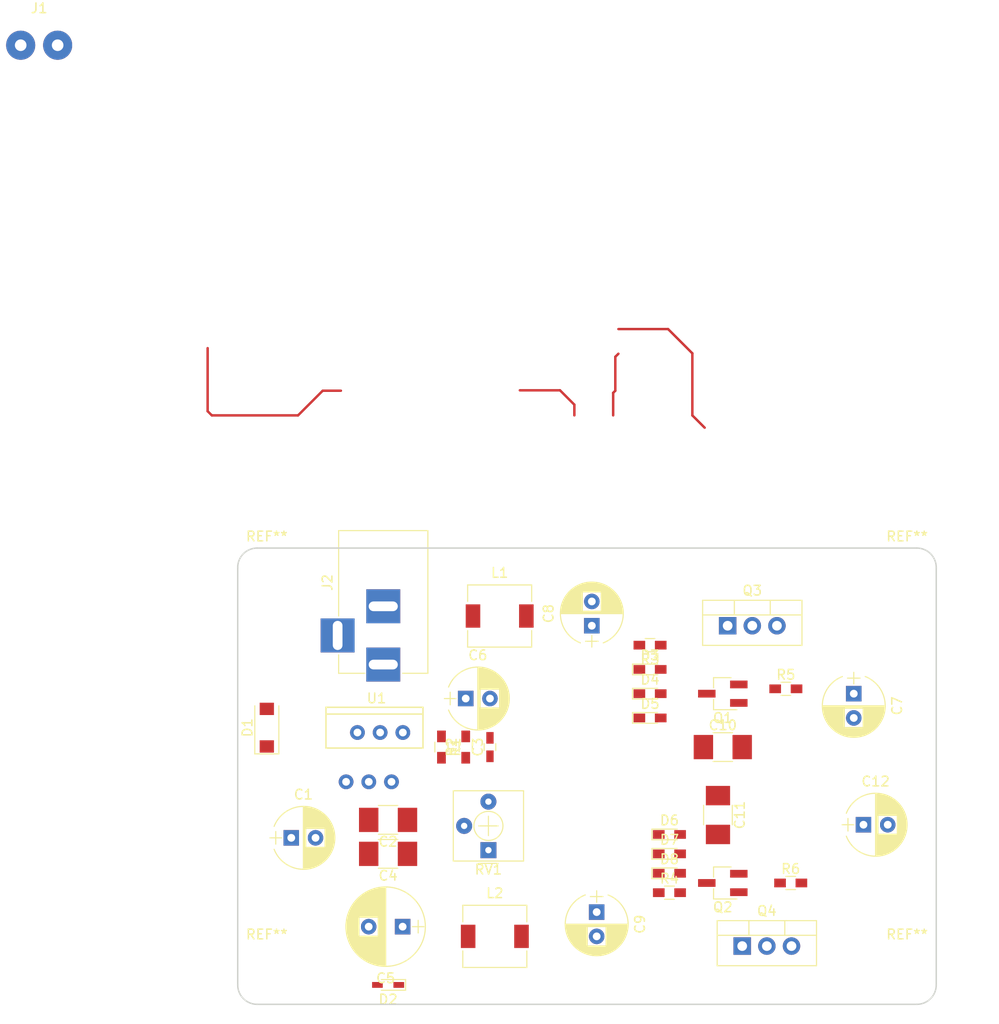
<source format=kicad_pcb>
(kicad_pcb (version 20171130) (host pcbnew "(5.0.2)-1")

  (general
    (thickness 1.6)
    (drawings 8)
    (tracks 16)
    (zones 0)
    (modules 40)
    (nets 22)
  )

  (page A4)
  (layers
    (0 F.Cu signal)
    (31 B.Cu signal)
    (32 B.Adhes user)
    (33 F.Adhes user)
    (34 B.Paste user)
    (35 F.Paste user)
    (36 B.SilkS user)
    (37 F.SilkS user)
    (38 B.Mask user)
    (39 F.Mask user)
    (40 Dwgs.User user)
    (41 Cmts.User user)
    (42 Eco1.User user)
    (43 Eco2.User user)
    (44 Edge.Cuts user)
    (45 Margin user)
    (46 B.CrtYd user)
    (47 F.CrtYd user)
    (48 B.Fab user)
    (49 F.Fab user)
  )

  (setup
    (last_trace_width 0.8)
    (user_trace_width 0.8)
    (user_trace_width 1)
    (trace_clearance 0.2)
    (zone_clearance 0.508)
    (zone_45_only no)
    (trace_min 0.2)
    (segment_width 0.2)
    (edge_width 0.15)
    (via_size 0.8)
    (via_drill 0.4)
    (via_min_size 0.4)
    (via_min_drill 0.3)
    (uvia_size 0.3)
    (uvia_drill 0.1)
    (uvias_allowed no)
    (uvia_min_size 0.2)
    (uvia_min_drill 0.1)
    (pcb_text_width 0.3)
    (pcb_text_size 1.5 1.5)
    (mod_edge_width 0.15)
    (mod_text_size 1 1)
    (mod_text_width 0.15)
    (pad_size 1.524 1.524)
    (pad_drill 0.762)
    (pad_to_mask_clearance 0.051)
    (solder_mask_min_width 0.25)
    (aux_axis_origin 103 161)
    (grid_origin 139 137.5)
    (visible_elements 7FFFFFFF)
    (pcbplotparams
      (layerselection 0x010fc_ffffffff)
      (usegerberextensions false)
      (usegerberattributes false)
      (usegerberadvancedattributes false)
      (creategerberjobfile false)
      (excludeedgelayer true)
      (linewidth 0.100000)
      (plotframeref false)
      (viasonmask false)
      (mode 1)
      (useauxorigin false)
      (hpglpennumber 1)
      (hpglpenspeed 20)
      (hpglpendiameter 15.000000)
      (psnegative false)
      (psa4output false)
      (plotreference true)
      (plotvalue true)
      (plotinvisibletext false)
      (padsonsilk false)
      (subtractmaskfromsilk false)
      (outputformat 1)
      (mirror false)
      (drillshape 1)
      (scaleselection 1)
      (outputdirectory ""))
  )

  (net 0 "")
  (net 1 "Net-(C1-Pad2)")
  (net 2 "Net-(C1-Pad1)")
  (net 3 GND)
  (net 4 "Net-(D2-Pad1)")
  (net 5 "Net-(Q1-Pad1)")
  (net 6 "Net-(Q2-Pad1)")
  (net 7 "Net-(C3-Pad2)")
  (net 8 VIN)
  (net 9 VCC_NOREG)
  (net 10 VEE_NOREG)
  (net 11 "Net-(C10-Pad1)")
  (net 12 "Net-(C11-Pad2)")
  (net 13 VCC)
  (net 14 VEE)
  (net 15 "Net-(D3-Pad1)")
  (net 16 "Net-(D4-Pad1)")
  (net 17 "Net-(D6-Pad1)")
  (net 18 "Net-(D7-Pad1)")
  (net 19 "Net-(Q2-Pad2)")
  (net 20 "Net-(R2-Pad1)")
  (net 21 "Net-(J2-Pad3)")

  (net_class Default "これはデフォルトのネット クラスです。"
    (clearance 0.2)
    (trace_width 0.25)
    (via_dia 0.8)
    (via_drill 0.4)
    (uvia_dia 0.3)
    (uvia_drill 0.1)
    (add_net "Net-(C1-Pad1)")
    (add_net "Net-(C1-Pad2)")
    (add_net "Net-(C10-Pad1)")
    (add_net "Net-(C11-Pad2)")
    (add_net "Net-(C3-Pad2)")
    (add_net "Net-(D2-Pad1)")
    (add_net "Net-(D3-Pad1)")
    (add_net "Net-(D4-Pad1)")
    (add_net "Net-(D6-Pad1)")
    (add_net "Net-(D7-Pad1)")
    (add_net "Net-(J2-Pad3)")
    (add_net "Net-(Q1-Pad1)")
    (add_net "Net-(Q2-Pad1)")
    (add_net "Net-(Q2-Pad2)")
    (add_net "Net-(R2-Pad1)")
  )

  (net_class Power ""
    (clearance 0.4)
    (trace_width 0.8)
    (via_dia 0.8)
    (via_drill 0.6)
    (uvia_dia 0.3)
    (uvia_drill 0.1)
    (add_net GND)
    (add_net VCC)
    (add_net VCC_NOREG)
    (add_net VEE)
    (add_net VEE_NOREG)
    (add_net VIN)
  )

  (module Mounting_Holes:MountingHole_3.2mm_M3 locked (layer F.Cu) (tedit 56D1B4CB) (tstamp 5D332FDC)
    (at 172 158)
    (descr "Mounting Hole 3.2mm, no annular, M3")
    (tags "mounting hole 3.2mm no annular m3")
    (attr virtual)
    (fp_text reference REF** (at 0 -4.2) (layer F.SilkS)
      (effects (font (size 1 1) (thickness 0.15)))
    )
    (fp_text value MountingHole_3.2mm_M3 (at 0 4.2) (layer F.Fab)
      (effects (font (size 1 1) (thickness 0.15)))
    )
    (fp_text user %R (at 0.3 0) (layer F.Fab)
      (effects (font (size 1 1) (thickness 0.15)))
    )
    (fp_circle (center 0 0) (end 3.2 0) (layer Cmts.User) (width 0.15))
    (fp_circle (center 0 0) (end 3.45 0) (layer F.CrtYd) (width 0.05))
    (pad 1 np_thru_hole circle (at 0 0) (size 3.2 3.2) (drill 3.2) (layers *.Cu *.Mask))
  )

  (module Mounting_Holes:MountingHole_3.2mm_M3 locked (layer F.Cu) (tedit 56D1B4CB) (tstamp 5D332FCE)
    (at 172 117)
    (descr "Mounting Hole 3.2mm, no annular, M3")
    (tags "mounting hole 3.2mm no annular m3")
    (attr virtual)
    (fp_text reference REF** (at 0 -4.2) (layer F.SilkS)
      (effects (font (size 1 1) (thickness 0.15)))
    )
    (fp_text value MountingHole_3.2mm_M3 (at 0 4.2) (layer F.Fab)
      (effects (font (size 1 1) (thickness 0.15)))
    )
    (fp_circle (center 0 0) (end 3.45 0) (layer F.CrtYd) (width 0.05))
    (fp_circle (center 0 0) (end 3.2 0) (layer Cmts.User) (width 0.15))
    (fp_text user %R (at 0.3 0) (layer F.Fab)
      (effects (font (size 1 1) (thickness 0.15)))
    )
    (pad 1 np_thru_hole circle (at 0 0) (size 3.2 3.2) (drill 3.2) (layers *.Cu *.Mask))
  )

  (module Mounting_Holes:MountingHole_3.2mm_M3 locked (layer F.Cu) (tedit 56D1B4CB) (tstamp 5D332F8E)
    (at 106 117)
    (descr "Mounting Hole 3.2mm, no annular, M3")
    (tags "mounting hole 3.2mm no annular m3")
    (attr virtual)
    (fp_text reference REF** (at 0 -4.2) (layer F.SilkS)
      (effects (font (size 1 1) (thickness 0.15)))
    )
    (fp_text value MountingHole_3.2mm_M3 (at 0 4.2) (layer F.Fab)
      (effects (font (size 1 1) (thickness 0.15)))
    )
    (fp_text user %R (at 0.3 0) (layer F.Fab)
      (effects (font (size 1 1) (thickness 0.15)))
    )
    (fp_circle (center 0 0) (end 3.2 0) (layer Cmts.User) (width 0.15))
    (fp_circle (center 0 0) (end 3.45 0) (layer F.CrtYd) (width 0.05))
    (pad 1 np_thru_hole circle (at 0 0) (size 3.2 3.2) (drill 3.2) (layers *.Cu *.Mask))
  )

  (module Diodes_SMD:D_SC-80_HandSoldering (layer F.Cu) (tedit 58A57D7F) (tstamp 5D332B04)
    (at 118.5 159 180)
    (descr "JEITA SC-80")
    (tags SC-80)
    (path /5D366BF2)
    (attr smd)
    (fp_text reference D2 (at 0 -1.5 180) (layer F.SilkS)
      (effects (font (size 1 1) (thickness 0.15)))
    )
    (fp_text value D (at 0 1.6 180) (layer F.Fab)
      (effects (font (size 1 1) (thickness 0.15)))
    )
    (fp_line (start -1.8 0.55) (end 0.7 0.55) (layer F.SilkS) (width 0.12))
    (fp_line (start -1.8 -0.55) (end 0.7 -0.55) (layer F.SilkS) (width 0.12))
    (fp_text user %R (at 0 -1.5 180) (layer F.Fab)
      (effects (font (size 1 1) (thickness 0.15)))
    )
    (fp_line (start -1.9 0.7) (end 1.9 0.7) (layer F.CrtYd) (width 0.05))
    (fp_line (start 1.9 -0.7) (end -1.9 -0.7) (layer F.CrtYd) (width 0.05))
    (fp_line (start -1.9 0.7) (end -1.9 -0.7) (layer F.CrtYd) (width 0.05))
    (fp_line (start 1.9 -0.7) (end 1.9 0.7) (layer F.CrtYd) (width 0.05))
    (fp_line (start -1.8 -0.55) (end -1.8 0.55) (layer F.SilkS) (width 0.12))
    (fp_line (start 0.2 0) (end 0.45 0) (layer F.Fab) (width 0.1))
    (fp_line (start -0.2 -0.275) (end -0.2 0.275) (layer F.Fab) (width 0.1))
    (fp_line (start 0.2 -0.225) (end 0.2 0.225) (layer F.Fab) (width 0.1))
    (fp_line (start 0.2 0.225) (end -0.2 0) (layer F.Fab) (width 0.1))
    (fp_line (start -0.2 0) (end -0.475 0) (layer F.Fab) (width 0.1))
    (fp_line (start -0.2 0) (end 0.2 -0.225) (layer F.Fab) (width 0.1))
    (fp_line (start -0.65 -0.4) (end 0.65 -0.4) (layer F.Fab) (width 0.1))
    (fp_line (start 0.65 -0.4) (end 0.65 0.4) (layer F.Fab) (width 0.1))
    (fp_line (start 0.65 0.4) (end -0.65 0.4) (layer F.Fab) (width 0.1))
    (fp_line (start -0.65 0.4) (end -0.65 -0.4) (layer F.Fab) (width 0.1))
    (pad 1 smd rect (at -1.1 0 180) (size 1.1 0.6) (layers F.Cu F.Paste F.Mask)
      (net 3 GND))
    (pad 2 smd rect (at 1.1 0 180) (size 1.1 0.6) (layers F.Cu F.Paste F.Mask)
      (net 1 "Net-(C1-Pad2)"))
    (model ${KISYS3DMOD}/Diodes_SMD.3dshapes/D_SC-80.wrl
      (at (xyz 0 0 0))
      (scale (xyz 1 1 1))
      (rotate (xyz 0 0 0))
    )
  )

  (module Capacitors_SMD:C_0603_HandSoldering (layer F.Cu) (tedit 58AA848B) (tstamp 5D3328B8)
    (at 129 134.5 90)
    (descr "Capacitor SMD 0603, hand soldering")
    (tags "capacitor 0603")
    (path /5D33CBA8)
    (attr smd)
    (fp_text reference C3 (at 0 -1.25 90) (layer F.SilkS)
      (effects (font (size 1 1) (thickness 0.15)))
    )
    (fp_text value 100p (at 0 1.5 90) (layer F.Fab)
      (effects (font (size 1 1) (thickness 0.15)))
    )
    (fp_line (start 1.8 0.65) (end -1.8 0.65) (layer F.CrtYd) (width 0.05))
    (fp_line (start 1.8 0.65) (end 1.8 -0.65) (layer F.CrtYd) (width 0.05))
    (fp_line (start -1.8 -0.65) (end -1.8 0.65) (layer F.CrtYd) (width 0.05))
    (fp_line (start -1.8 -0.65) (end 1.8 -0.65) (layer F.CrtYd) (width 0.05))
    (fp_line (start 0.35 0.6) (end -0.35 0.6) (layer F.SilkS) (width 0.12))
    (fp_line (start -0.35 -0.6) (end 0.35 -0.6) (layer F.SilkS) (width 0.12))
    (fp_line (start -0.8 -0.4) (end 0.8 -0.4) (layer F.Fab) (width 0.1))
    (fp_line (start 0.8 -0.4) (end 0.8 0.4) (layer F.Fab) (width 0.1))
    (fp_line (start 0.8 0.4) (end -0.8 0.4) (layer F.Fab) (width 0.1))
    (fp_line (start -0.8 0.4) (end -0.8 -0.4) (layer F.Fab) (width 0.1))
    (fp_text user %R (at 0 -1.25 90) (layer F.Fab)
      (effects (font (size 1 1) (thickness 0.15)))
    )
    (pad 2 smd rect (at 0.95 0 90) (size 1.2 0.75) (layers F.Cu F.Paste F.Mask)
      (net 7 "Net-(C3-Pad2)"))
    (pad 1 smd rect (at -0.95 0 90) (size 1.2 0.75) (layers F.Cu F.Paste F.Mask)
      (net 3 GND))
    (model Capacitors_SMD.3dshapes/C_0603.wrl
      (at (xyz 0 0 0))
      (scale (xyz 1 1 1))
      (rotate (xyz 0 0 0))
    )
  )

  (module Resistors_SMD:R_0603_HandSoldering (layer F.Cu) (tedit 58E0A804) (tstamp 5D3341FB)
    (at 126.5 134.5 90)
    (descr "Resistor SMD 0603, hand soldering")
    (tags "resistor 0603")
    (path /5D3390A3)
    (attr smd)
    (fp_text reference R2 (at 0 -1.45 90) (layer F.SilkS)
      (effects (font (size 1 1) (thickness 0.15)))
    )
    (fp_text value R (at 0 1.55 90) (layer F.Fab)
      (effects (font (size 1 1) (thickness 0.15)))
    )
    (fp_text user %R (at 0 0 90) (layer F.Fab)
      (effects (font (size 0.4 0.4) (thickness 0.075)))
    )
    (fp_line (start -0.8 0.4) (end -0.8 -0.4) (layer F.Fab) (width 0.1))
    (fp_line (start 0.8 0.4) (end -0.8 0.4) (layer F.Fab) (width 0.1))
    (fp_line (start 0.8 -0.4) (end 0.8 0.4) (layer F.Fab) (width 0.1))
    (fp_line (start -0.8 -0.4) (end 0.8 -0.4) (layer F.Fab) (width 0.1))
    (fp_line (start 0.5 0.68) (end -0.5 0.68) (layer F.SilkS) (width 0.12))
    (fp_line (start -0.5 -0.68) (end 0.5 -0.68) (layer F.SilkS) (width 0.12))
    (fp_line (start -1.96 -0.7) (end 1.95 -0.7) (layer F.CrtYd) (width 0.05))
    (fp_line (start -1.96 -0.7) (end -1.96 0.7) (layer F.CrtYd) (width 0.05))
    (fp_line (start 1.95 0.7) (end 1.95 -0.7) (layer F.CrtYd) (width 0.05))
    (fp_line (start 1.95 0.7) (end -1.96 0.7) (layer F.CrtYd) (width 0.05))
    (pad 1 smd rect (at -1.1 0 90) (size 1.2 0.9) (layers F.Cu F.Paste F.Mask)
      (net 20 "Net-(R2-Pad1)"))
    (pad 2 smd rect (at 1.1 0 90) (size 1.2 0.9) (layers F.Cu F.Paste F.Mask)
      (net 7 "Net-(C3-Pad2)"))
    (model ${KISYS3DMOD}/Resistors_SMD.3dshapes/R_0603.wrl
      (at (xyz 0 0 0))
      (scale (xyz 1 1 1))
      (rotate (xyz 0 0 0))
    )
  )

  (module Mounting_Holes:MountingHole_3.2mm_M3 locked (layer F.Cu) (tedit 56D1B4CB) (tstamp 5D22279E)
    (at 106 158)
    (descr "Mounting Hole 3.2mm, no annular, M3")
    (tags "mounting hole 3.2mm no annular m3")
    (attr virtual)
    (fp_text reference REF** (at 0 -4.2) (layer F.SilkS)
      (effects (font (size 1 1) (thickness 0.15)))
    )
    (fp_text value MountingHole_3.2mm_M3 (at 0 4.2) (layer F.Fab)
      (effects (font (size 1 1) (thickness 0.15)))
    )
    (fp_circle (center 0 0) (end 3.45 0) (layer F.CrtYd) (width 0.05))
    (fp_circle (center 0 0) (end 3.2 0) (layer Cmts.User) (width 0.15))
    (fp_text user %R (at 0.3 0) (layer F.Fab)
      (effects (font (size 1 1) (thickness 0.15)))
    )
    (pad 1 np_thru_hole circle (at 0 0) (size 3.2 3.2) (drill 3.2) (layers *.Cu *.Mask))
  )

  (module Wire_Pads:SolderWirePad_2x_1-2mmDrill (layer F.Cu) (tedit 0) (tstamp 5D21DBBD)
    (at 82.53487 62.19987)
    (path /5D22D820)
    (fp_text reference J1 (at 0 -3.81) (layer F.SilkS)
      (effects (font (size 1 1) (thickness 0.15)))
    )
    (fp_text value Conn_01x02 (at 0.635 3.81) (layer F.Fab)
      (effects (font (size 1 1) (thickness 0.15)))
    )
    (pad 1 thru_hole circle (at 1.905 0) (size 2.99974 2.99974) (drill 1.19888) (layers *.Cu *.Mask)
      (net 8 VIN))
    (pad 1 thru_hole circle (at -1.905 0) (size 2.99974 2.99974) (drill 1.19888) (layers *.Cu *.Mask)
      (net 8 VIN))
  )

  (module Diodes_SMD:D_2010 (layer F.Cu) (tedit 590CF099) (tstamp 5D2201AE)
    (at 106 132.5 90)
    (descr "Diode SMD 2010, reflow soldering http://datasheets.avx.com/schottky.pdf")
    (tags "Diode 2010")
    (path /5D21DCE5)
    (attr smd)
    (fp_text reference D1 (at 0 -2 90) (layer F.SilkS)
      (effects (font (size 1 1) (thickness 0.15)))
    )
    (fp_text value D_Schottky (at 0 2.1 90) (layer F.Fab)
      (effects (font (size 1 1) (thickness 0.15)))
    )
    (fp_line (start -2.81 1.35) (end 2.81 1.35) (layer F.CrtYd) (width 0.05))
    (fp_line (start 2.81 1.35) (end 2.81 -1.35) (layer F.CrtYd) (width 0.05))
    (fp_line (start -2.7 1.24) (end 2.25 1.24) (layer F.SilkS) (width 0.12))
    (fp_line (start -2.7 -1.24) (end 2.25 -1.24) (layer F.SilkS) (width 0.12))
    (fp_line (start -0.64944 0) (end 0.50118 -0.79908) (layer F.Fab) (width 0.1))
    (fp_line (start -0.64944 0) (end 0.50118 0.75032) (layer F.Fab) (width 0.1))
    (fp_line (start 0.50118 0.75032) (end 0.50118 -0.79908) (layer F.Fab) (width 0.1))
    (fp_line (start -0.64944 -0.79908) (end -0.64944 0.80112) (layer F.Fab) (width 0.1))
    (fp_line (start 0.50118 0) (end 1.4994 0) (layer F.Fab) (width 0.1))
    (fp_line (start -0.64944 0) (end -1.24 0) (layer F.Fab) (width 0.1))
    (fp_line (start -2.81 1.35) (end -2.81 -1.35) (layer F.CrtYd) (width 0.05))
    (fp_line (start -2.81 -1.35) (end 2.81 -1.35) (layer F.CrtYd) (width 0.05))
    (fp_line (start 2.25 -1.1) (end -2.25 -1.1) (layer F.Fab) (width 0.1))
    (fp_line (start 2.25 -1.1) (end 2.25 1.1) (layer F.Fab) (width 0.1))
    (fp_line (start -2.25 1.1) (end -2.25 -1.1) (layer F.Fab) (width 0.1))
    (fp_line (start 2.25 1.1) (end -2.25 1.1) (layer F.Fab) (width 0.1))
    (fp_line (start -2.7 -1.24) (end -2.7 1.24) (layer F.SilkS) (width 0.12))
    (fp_text user %R (at 0 -2 90) (layer F.Fab)
      (effects (font (size 1 1) (thickness 0.15)))
    )
    (pad 2 smd rect (at 1.935 0 90) (size 1.27 1.47) (layers F.Cu F.Paste F.Mask)
      (net 8 VIN))
    (pad 1 smd rect (at -1.935 0 90) (size 1.27 1.47) (layers F.Cu F.Paste F.Mask)
      (net 2 "Net-(C1-Pad1)"))
    (model ${KISYS3DMOD}/Diodes_SMD.3dshapes/D_2010.wrl
      (at (xyz 0 0 0))
      (scale (xyz 1 1 1))
      (rotate (xyz 0 0 0))
    )
  )

  (module LEDs:LED_0603_HandSoldering (layer F.Cu) (tedit 595FC9C0) (tstamp 5D332B2F)
    (at 145.5 126.5)
    (descr "LED SMD 0603, hand soldering")
    (tags "LED 0603")
    (path /5D440633)
    (attr smd)
    (fp_text reference D3 (at 0 -1.45) (layer F.SilkS)
      (effects (font (size 1 1) (thickness 0.15)))
    )
    (fp_text value LED (at 0 1.55) (layer F.Fab)
      (effects (font (size 1 1) (thickness 0.15)))
    )
    (fp_line (start -1.8 -0.55) (end -1.8 0.55) (layer F.SilkS) (width 0.12))
    (fp_line (start -0.2 -0.2) (end -0.2 0.2) (layer F.Fab) (width 0.1))
    (fp_line (start -0.15 0) (end 0.15 -0.2) (layer F.Fab) (width 0.1))
    (fp_line (start 0.15 0.2) (end -0.15 0) (layer F.Fab) (width 0.1))
    (fp_line (start 0.15 -0.2) (end 0.15 0.2) (layer F.Fab) (width 0.1))
    (fp_line (start 0.8 0.4) (end -0.8 0.4) (layer F.Fab) (width 0.1))
    (fp_line (start 0.8 -0.4) (end 0.8 0.4) (layer F.Fab) (width 0.1))
    (fp_line (start -0.8 -0.4) (end 0.8 -0.4) (layer F.Fab) (width 0.1))
    (fp_line (start -1.8 0.55) (end 0.8 0.55) (layer F.SilkS) (width 0.12))
    (fp_line (start -1.8 -0.55) (end 0.8 -0.55) (layer F.SilkS) (width 0.12))
    (fp_line (start -1.96 -0.7) (end 1.95 -0.7) (layer F.CrtYd) (width 0.05))
    (fp_line (start -1.96 -0.7) (end -1.96 0.7) (layer F.CrtYd) (width 0.05))
    (fp_line (start 1.95 0.7) (end 1.95 -0.7) (layer F.CrtYd) (width 0.05))
    (fp_line (start 1.95 0.7) (end -1.96 0.7) (layer F.CrtYd) (width 0.05))
    (fp_line (start -0.8 -0.4) (end -0.8 0.4) (layer F.Fab) (width 0.1))
    (pad 1 smd rect (at -1.1 0) (size 1.2 0.9) (layers F.Cu F.Paste F.Mask)
      (net 15 "Net-(D3-Pad1)"))
    (pad 2 smd rect (at 1.1 0) (size 1.2 0.9) (layers F.Cu F.Paste F.Mask)
      (net 11 "Net-(C10-Pad1)"))
    (model ${KISYS3DMOD}/LEDs.3dshapes/LED_0603.wrl
      (at (xyz 0 0 0))
      (scale (xyz 1 1 1))
      (rotate (xyz 0 0 180))
    )
  )

  (module LEDs:LED_0603_HandSoldering (layer F.Cu) (tedit 595FC9C0) (tstamp 5D332B44)
    (at 145.5 129)
    (descr "LED SMD 0603, hand soldering")
    (tags "LED 0603")
    (path /5D440874)
    (attr smd)
    (fp_text reference D4 (at 0 -1.45) (layer F.SilkS)
      (effects (font (size 1 1) (thickness 0.15)))
    )
    (fp_text value LED (at 0 1.55) (layer F.Fab)
      (effects (font (size 1 1) (thickness 0.15)))
    )
    (fp_line (start -0.8 -0.4) (end -0.8 0.4) (layer F.Fab) (width 0.1))
    (fp_line (start 1.95 0.7) (end -1.96 0.7) (layer F.CrtYd) (width 0.05))
    (fp_line (start 1.95 0.7) (end 1.95 -0.7) (layer F.CrtYd) (width 0.05))
    (fp_line (start -1.96 -0.7) (end -1.96 0.7) (layer F.CrtYd) (width 0.05))
    (fp_line (start -1.96 -0.7) (end 1.95 -0.7) (layer F.CrtYd) (width 0.05))
    (fp_line (start -1.8 -0.55) (end 0.8 -0.55) (layer F.SilkS) (width 0.12))
    (fp_line (start -1.8 0.55) (end 0.8 0.55) (layer F.SilkS) (width 0.12))
    (fp_line (start -0.8 -0.4) (end 0.8 -0.4) (layer F.Fab) (width 0.1))
    (fp_line (start 0.8 -0.4) (end 0.8 0.4) (layer F.Fab) (width 0.1))
    (fp_line (start 0.8 0.4) (end -0.8 0.4) (layer F.Fab) (width 0.1))
    (fp_line (start 0.15 -0.2) (end 0.15 0.2) (layer F.Fab) (width 0.1))
    (fp_line (start 0.15 0.2) (end -0.15 0) (layer F.Fab) (width 0.1))
    (fp_line (start -0.15 0) (end 0.15 -0.2) (layer F.Fab) (width 0.1))
    (fp_line (start -0.2 -0.2) (end -0.2 0.2) (layer F.Fab) (width 0.1))
    (fp_line (start -1.8 -0.55) (end -1.8 0.55) (layer F.SilkS) (width 0.12))
    (pad 2 smd rect (at 1.1 0) (size 1.2 0.9) (layers F.Cu F.Paste F.Mask)
      (net 15 "Net-(D3-Pad1)"))
    (pad 1 smd rect (at -1.1 0) (size 1.2 0.9) (layers F.Cu F.Paste F.Mask)
      (net 16 "Net-(D4-Pad1)"))
    (model ${KISYS3DMOD}/LEDs.3dshapes/LED_0603.wrl
      (at (xyz 0 0 0))
      (scale (xyz 1 1 1))
      (rotate (xyz 0 0 180))
    )
  )

  (module LEDs:LED_0603_HandSoldering (layer F.Cu) (tedit 595FC9C0) (tstamp 5D332B59)
    (at 145.5 131.5)
    (descr "LED SMD 0603, hand soldering")
    (tags "LED 0603")
    (path /5D4408D2)
    (attr smd)
    (fp_text reference D5 (at 0 -1.45) (layer F.SilkS)
      (effects (font (size 1 1) (thickness 0.15)))
    )
    (fp_text value LED (at 0 1.55) (layer F.Fab)
      (effects (font (size 1 1) (thickness 0.15)))
    )
    (fp_line (start -0.8 -0.4) (end -0.8 0.4) (layer F.Fab) (width 0.1))
    (fp_line (start 1.95 0.7) (end -1.96 0.7) (layer F.CrtYd) (width 0.05))
    (fp_line (start 1.95 0.7) (end 1.95 -0.7) (layer F.CrtYd) (width 0.05))
    (fp_line (start -1.96 -0.7) (end -1.96 0.7) (layer F.CrtYd) (width 0.05))
    (fp_line (start -1.96 -0.7) (end 1.95 -0.7) (layer F.CrtYd) (width 0.05))
    (fp_line (start -1.8 -0.55) (end 0.8 -0.55) (layer F.SilkS) (width 0.12))
    (fp_line (start -1.8 0.55) (end 0.8 0.55) (layer F.SilkS) (width 0.12))
    (fp_line (start -0.8 -0.4) (end 0.8 -0.4) (layer F.Fab) (width 0.1))
    (fp_line (start 0.8 -0.4) (end 0.8 0.4) (layer F.Fab) (width 0.1))
    (fp_line (start 0.8 0.4) (end -0.8 0.4) (layer F.Fab) (width 0.1))
    (fp_line (start 0.15 -0.2) (end 0.15 0.2) (layer F.Fab) (width 0.1))
    (fp_line (start 0.15 0.2) (end -0.15 0) (layer F.Fab) (width 0.1))
    (fp_line (start -0.15 0) (end 0.15 -0.2) (layer F.Fab) (width 0.1))
    (fp_line (start -0.2 -0.2) (end -0.2 0.2) (layer F.Fab) (width 0.1))
    (fp_line (start -1.8 -0.55) (end -1.8 0.55) (layer F.SilkS) (width 0.12))
    (pad 2 smd rect (at 1.1 0) (size 1.2 0.9) (layers F.Cu F.Paste F.Mask)
      (net 16 "Net-(D4-Pad1)"))
    (pad 1 smd rect (at -1.1 0) (size 1.2 0.9) (layers F.Cu F.Paste F.Mask)
      (net 3 GND))
    (model ${KISYS3DMOD}/LEDs.3dshapes/LED_0603.wrl
      (at (xyz 0 0 0))
      (scale (xyz 1 1 1))
      (rotate (xyz 0 0 180))
    )
  )

  (module LEDs:LED_0603_HandSoldering (layer F.Cu) (tedit 595FC9C0) (tstamp 5D332B6E)
    (at 147.5 143.5)
    (descr "LED SMD 0603, hand soldering")
    (tags "LED 0603")
    (path /5D45843D)
    (attr smd)
    (fp_text reference D6 (at 0 -1.45) (layer F.SilkS)
      (effects (font (size 1 1) (thickness 0.15)))
    )
    (fp_text value LED (at 0 1.55) (layer F.Fab)
      (effects (font (size 1 1) (thickness 0.15)))
    )
    (fp_line (start -1.8 -0.55) (end -1.8 0.55) (layer F.SilkS) (width 0.12))
    (fp_line (start -0.2 -0.2) (end -0.2 0.2) (layer F.Fab) (width 0.1))
    (fp_line (start -0.15 0) (end 0.15 -0.2) (layer F.Fab) (width 0.1))
    (fp_line (start 0.15 0.2) (end -0.15 0) (layer F.Fab) (width 0.1))
    (fp_line (start 0.15 -0.2) (end 0.15 0.2) (layer F.Fab) (width 0.1))
    (fp_line (start 0.8 0.4) (end -0.8 0.4) (layer F.Fab) (width 0.1))
    (fp_line (start 0.8 -0.4) (end 0.8 0.4) (layer F.Fab) (width 0.1))
    (fp_line (start -0.8 -0.4) (end 0.8 -0.4) (layer F.Fab) (width 0.1))
    (fp_line (start -1.8 0.55) (end 0.8 0.55) (layer F.SilkS) (width 0.12))
    (fp_line (start -1.8 -0.55) (end 0.8 -0.55) (layer F.SilkS) (width 0.12))
    (fp_line (start -1.96 -0.7) (end 1.95 -0.7) (layer F.CrtYd) (width 0.05))
    (fp_line (start -1.96 -0.7) (end -1.96 0.7) (layer F.CrtYd) (width 0.05))
    (fp_line (start 1.95 0.7) (end 1.95 -0.7) (layer F.CrtYd) (width 0.05))
    (fp_line (start 1.95 0.7) (end -1.96 0.7) (layer F.CrtYd) (width 0.05))
    (fp_line (start -0.8 -0.4) (end -0.8 0.4) (layer F.Fab) (width 0.1))
    (pad 1 smd rect (at -1.1 0) (size 1.2 0.9) (layers F.Cu F.Paste F.Mask)
      (net 17 "Net-(D6-Pad1)"))
    (pad 2 smd rect (at 1.1 0) (size 1.2 0.9) (layers F.Cu F.Paste F.Mask)
      (net 3 GND))
    (model ${KISYS3DMOD}/LEDs.3dshapes/LED_0603.wrl
      (at (xyz 0 0 0))
      (scale (xyz 1 1 1))
      (rotate (xyz 0 0 180))
    )
  )

  (module LEDs:LED_0603_HandSoldering (layer F.Cu) (tedit 595FC9C0) (tstamp 5D332B83)
    (at 147.5 145.5)
    (descr "LED SMD 0603, hand soldering")
    (tags "LED 0603")
    (path /5D458444)
    (attr smd)
    (fp_text reference D7 (at 0 -1.45) (layer F.SilkS)
      (effects (font (size 1 1) (thickness 0.15)))
    )
    (fp_text value LED (at 0 1.55) (layer F.Fab)
      (effects (font (size 1 1) (thickness 0.15)))
    )
    (fp_line (start -1.8 -0.55) (end -1.8 0.55) (layer F.SilkS) (width 0.12))
    (fp_line (start -0.2 -0.2) (end -0.2 0.2) (layer F.Fab) (width 0.1))
    (fp_line (start -0.15 0) (end 0.15 -0.2) (layer F.Fab) (width 0.1))
    (fp_line (start 0.15 0.2) (end -0.15 0) (layer F.Fab) (width 0.1))
    (fp_line (start 0.15 -0.2) (end 0.15 0.2) (layer F.Fab) (width 0.1))
    (fp_line (start 0.8 0.4) (end -0.8 0.4) (layer F.Fab) (width 0.1))
    (fp_line (start 0.8 -0.4) (end 0.8 0.4) (layer F.Fab) (width 0.1))
    (fp_line (start -0.8 -0.4) (end 0.8 -0.4) (layer F.Fab) (width 0.1))
    (fp_line (start -1.8 0.55) (end 0.8 0.55) (layer F.SilkS) (width 0.12))
    (fp_line (start -1.8 -0.55) (end 0.8 -0.55) (layer F.SilkS) (width 0.12))
    (fp_line (start -1.96 -0.7) (end 1.95 -0.7) (layer F.CrtYd) (width 0.05))
    (fp_line (start -1.96 -0.7) (end -1.96 0.7) (layer F.CrtYd) (width 0.05))
    (fp_line (start 1.95 0.7) (end 1.95 -0.7) (layer F.CrtYd) (width 0.05))
    (fp_line (start 1.95 0.7) (end -1.96 0.7) (layer F.CrtYd) (width 0.05))
    (fp_line (start -0.8 -0.4) (end -0.8 0.4) (layer F.Fab) (width 0.1))
    (pad 1 smd rect (at -1.1 0) (size 1.2 0.9) (layers F.Cu F.Paste F.Mask)
      (net 18 "Net-(D7-Pad1)"))
    (pad 2 smd rect (at 1.1 0) (size 1.2 0.9) (layers F.Cu F.Paste F.Mask)
      (net 17 "Net-(D6-Pad1)"))
    (model ${KISYS3DMOD}/LEDs.3dshapes/LED_0603.wrl
      (at (xyz 0 0 0))
      (scale (xyz 1 1 1))
      (rotate (xyz 0 0 180))
    )
  )

  (module LEDs:LED_0603_HandSoldering (layer F.Cu) (tedit 595FC9C0) (tstamp 5D332B98)
    (at 147.5 147.5)
    (descr "LED SMD 0603, hand soldering")
    (tags "LED 0603")
    (path /5D45844B)
    (attr smd)
    (fp_text reference D8 (at 0 -1.45) (layer F.SilkS)
      (effects (font (size 1 1) (thickness 0.15)))
    )
    (fp_text value LED (at 0 1.55) (layer F.Fab)
      (effects (font (size 1 1) (thickness 0.15)))
    )
    (fp_line (start -0.8 -0.4) (end -0.8 0.4) (layer F.Fab) (width 0.1))
    (fp_line (start 1.95 0.7) (end -1.96 0.7) (layer F.CrtYd) (width 0.05))
    (fp_line (start 1.95 0.7) (end 1.95 -0.7) (layer F.CrtYd) (width 0.05))
    (fp_line (start -1.96 -0.7) (end -1.96 0.7) (layer F.CrtYd) (width 0.05))
    (fp_line (start -1.96 -0.7) (end 1.95 -0.7) (layer F.CrtYd) (width 0.05))
    (fp_line (start -1.8 -0.55) (end 0.8 -0.55) (layer F.SilkS) (width 0.12))
    (fp_line (start -1.8 0.55) (end 0.8 0.55) (layer F.SilkS) (width 0.12))
    (fp_line (start -0.8 -0.4) (end 0.8 -0.4) (layer F.Fab) (width 0.1))
    (fp_line (start 0.8 -0.4) (end 0.8 0.4) (layer F.Fab) (width 0.1))
    (fp_line (start 0.8 0.4) (end -0.8 0.4) (layer F.Fab) (width 0.1))
    (fp_line (start 0.15 -0.2) (end 0.15 0.2) (layer F.Fab) (width 0.1))
    (fp_line (start 0.15 0.2) (end -0.15 0) (layer F.Fab) (width 0.1))
    (fp_line (start -0.15 0) (end 0.15 -0.2) (layer F.Fab) (width 0.1))
    (fp_line (start -0.2 -0.2) (end -0.2 0.2) (layer F.Fab) (width 0.1))
    (fp_line (start -1.8 -0.55) (end -1.8 0.55) (layer F.SilkS) (width 0.12))
    (pad 2 smd rect (at 1.1 0) (size 1.2 0.9) (layers F.Cu F.Paste F.Mask)
      (net 18 "Net-(D7-Pad1)"))
    (pad 1 smd rect (at -1.1 0) (size 1.2 0.9) (layers F.Cu F.Paste F.Mask)
      (net 12 "Net-(C11-Pad2)"))
    (model ${KISYS3DMOD}/LEDs.3dshapes/LED_0603.wrl
      (at (xyz 0 0 0))
      (scale (xyz 1 1 1))
      (rotate (xyz 0 0 180))
    )
  )

  (module Inductors_SMD:L_6.3x6.3_H3 (layer F.Cu) (tedit 5990349C) (tstamp 5D33631F)
    (at 130 121)
    (descr "Choke, SMD, 6.3x6.3mm 3mm height")
    (tags "Choke SMD")
    (path /5D3821D2)
    (attr smd)
    (fp_text reference L1 (at 0 -4.45) (layer F.SilkS)
      (effects (font (size 1 1) (thickness 0.15)))
    )
    (fp_text value 10u (at 0 4.45) (layer F.Fab)
      (effects (font (size 1 1) (thickness 0.15)))
    )
    (fp_text user %R (at 0 0) (layer F.Fab)
      (effects (font (size 1 1) (thickness 0.15)))
    )
    (fp_line (start 3.3 1.5) (end 3.3 3.2) (layer F.SilkS) (width 0.12))
    (fp_line (start 3.3 3.2) (end -3.3 3.2) (layer F.SilkS) (width 0.12))
    (fp_line (start -3.3 3.2) (end -3.3 1.5) (layer F.SilkS) (width 0.12))
    (fp_line (start -3.3 -1.5) (end -3.3 -3.2) (layer F.SilkS) (width 0.12))
    (fp_line (start -3.3 -3.2) (end 3.3 -3.2) (layer F.SilkS) (width 0.12))
    (fp_line (start 3.3 -3.2) (end 3.3 -1.5) (layer F.SilkS) (width 0.12))
    (fp_line (start -3.75 -3.4) (end -3.75 3.4) (layer F.CrtYd) (width 0.05))
    (fp_line (start -3.75 3.4) (end 3.75 3.4) (layer F.CrtYd) (width 0.05))
    (fp_line (start 3.75 3.4) (end 3.75 -3.4) (layer F.CrtYd) (width 0.05))
    (fp_line (start 3.75 -3.4) (end -3.75 -3.4) (layer F.CrtYd) (width 0.05))
    (fp_line (start 3.15 3.15) (end 3.15 1.5) (layer F.Fab) (width 0.1))
    (fp_line (start 3.15 -3.15) (end 3.15 -1.5) (layer F.Fab) (width 0.1))
    (fp_line (start -3.15 3.15) (end -3.15 1.5) (layer F.Fab) (width 0.1))
    (fp_line (start -3.15 -3.15) (end -3.15 -1.5) (layer F.Fab) (width 0.1))
    (fp_line (start -3.15 -3.15) (end 3.15 -3.15) (layer F.Fab) (width 0.1))
    (fp_line (start -3.15 3.15) (end 3.15 3.15) (layer F.Fab) (width 0.1))
    (fp_arc (start 0 0) (end -1.91 -1.91) (angle 90) (layer F.Fab) (width 0.1))
    (fp_arc (start 0 0) (end 1.91 1.91) (angle 90) (layer F.Fab) (width 0.1))
    (pad 1 smd rect (at -2.75 0) (size 1.5 2.4) (layers F.Cu F.Paste F.Mask)
      (net 8 VIN))
    (pad 2 smd rect (at 2.75 0) (size 1.5 2.4) (layers F.Cu F.Paste F.Mask)
      (net 9 VCC_NOREG))
    (model ${KISYS3DMOD}/Inductors_SMD.3dshapes/L_6.3x6.3_H3.wrl
      (at (xyz 0 0 0))
      (scale (xyz 1 1 1))
      (rotate (xyz 0 0 0))
    )
  )

  (module Inductors_SMD:L_6.3x6.3_H3 (layer F.Cu) (tedit 5990349C) (tstamp 5D332BC9)
    (at 129.5 154)
    (descr "Choke, SMD, 6.3x6.3mm 3mm height")
    (tags "Choke SMD")
    (path /5D38D07B)
    (attr smd)
    (fp_text reference L2 (at 0 -4.45) (layer F.SilkS)
      (effects (font (size 1 1) (thickness 0.15)))
    )
    (fp_text value 10u (at 0 4.45) (layer F.Fab)
      (effects (font (size 1 1) (thickness 0.15)))
    )
    (fp_arc (start 0 0) (end 1.91 1.91) (angle 90) (layer F.Fab) (width 0.1))
    (fp_arc (start 0 0) (end -1.91 -1.91) (angle 90) (layer F.Fab) (width 0.1))
    (fp_line (start -3.15 3.15) (end 3.15 3.15) (layer F.Fab) (width 0.1))
    (fp_line (start -3.15 -3.15) (end 3.15 -3.15) (layer F.Fab) (width 0.1))
    (fp_line (start -3.15 -3.15) (end -3.15 -1.5) (layer F.Fab) (width 0.1))
    (fp_line (start -3.15 3.15) (end -3.15 1.5) (layer F.Fab) (width 0.1))
    (fp_line (start 3.15 -3.15) (end 3.15 -1.5) (layer F.Fab) (width 0.1))
    (fp_line (start 3.15 3.15) (end 3.15 1.5) (layer F.Fab) (width 0.1))
    (fp_line (start 3.75 -3.4) (end -3.75 -3.4) (layer F.CrtYd) (width 0.05))
    (fp_line (start 3.75 3.4) (end 3.75 -3.4) (layer F.CrtYd) (width 0.05))
    (fp_line (start -3.75 3.4) (end 3.75 3.4) (layer F.CrtYd) (width 0.05))
    (fp_line (start -3.75 -3.4) (end -3.75 3.4) (layer F.CrtYd) (width 0.05))
    (fp_line (start 3.3 -3.2) (end 3.3 -1.5) (layer F.SilkS) (width 0.12))
    (fp_line (start -3.3 -3.2) (end 3.3 -3.2) (layer F.SilkS) (width 0.12))
    (fp_line (start -3.3 -1.5) (end -3.3 -3.2) (layer F.SilkS) (width 0.12))
    (fp_line (start -3.3 3.2) (end -3.3 1.5) (layer F.SilkS) (width 0.12))
    (fp_line (start 3.3 3.2) (end -3.3 3.2) (layer F.SilkS) (width 0.12))
    (fp_line (start 3.3 1.5) (end 3.3 3.2) (layer F.SilkS) (width 0.12))
    (fp_text user %R (at 0 0) (layer F.Fab)
      (effects (font (size 1 1) (thickness 0.15)))
    )
    (pad 2 smd rect (at 2.75 0) (size 1.5 2.4) (layers F.Cu F.Paste F.Mask)
      (net 10 VEE_NOREG))
    (pad 1 smd rect (at -2.75 0) (size 1.5 2.4) (layers F.Cu F.Paste F.Mask)
      (net 1 "Net-(C1-Pad2)"))
    (model ${KISYS3DMOD}/Inductors_SMD.3dshapes/L_6.3x6.3_H3.wrl
      (at (xyz 0 0 0))
      (scale (xyz 1 1 1))
      (rotate (xyz 0 0 0))
    )
  )

  (module TO_SOT_Packages_SMD:SC-59_Handsoldering (layer F.Cu) (tedit 58CE4E7E) (tstamp 5D33334D)
    (at 153 129 180)
    (descr "SC-59, hand-soldering varaint, https://lib.chipdip.ru/images/import_diod/original/SOT-23_SC-59.jpg")
    (tags "SC-59 hand-soldering")
    (path /5D3BDA6C)
    (attr smd)
    (fp_text reference Q1 (at 0 -2.5 180) (layer F.SilkS)
      (effects (font (size 1 1) (thickness 0.15)))
    )
    (fp_text value Q_NPN_ECB (at 0 2.5 180) (layer F.Fab)
      (effects (font (size 1 1) (thickness 0.15)))
    )
    (fp_line (start 2.8 1.8) (end -2.8 1.8) (layer F.CrtYd) (width 0.05))
    (fp_line (start 2.8 1.8) (end 2.8 -1.8) (layer F.CrtYd) (width 0.05))
    (fp_line (start -2.8 -1.8) (end -2.8 1.8) (layer F.CrtYd) (width 0.05))
    (fp_line (start -2.8 -1.8) (end 2.8 -1.8) (layer F.CrtYd) (width 0.05))
    (fp_line (start 0.85 -1.52) (end 0.85 1.52) (layer F.Fab) (width 0.1))
    (fp_line (start -0.3 -1.55) (end 0.85 -1.55) (layer F.Fab) (width 0.1))
    (fp_line (start -0.3 -1.55) (end -0.85 -1) (layer F.Fab) (width 0.1))
    (fp_line (start -0.85 1.55) (end 0.85 1.55) (layer F.Fab) (width 0.1))
    (fp_line (start 0.95 1.65) (end 0.95 0.6) (layer F.SilkS) (width 0.12))
    (fp_line (start -0.85 1.65) (end 0.95 1.65) (layer F.SilkS) (width 0.12))
    (fp_line (start 0.95 -1.65) (end 0.95 -0.6) (layer F.SilkS) (width 0.12))
    (fp_line (start -1.45 -1.65) (end 0.95 -1.65) (layer F.SilkS) (width 0.12))
    (fp_line (start -0.85 1.55) (end -0.85 -1) (layer F.Fab) (width 0.1))
    (fp_text user %R (at 0 0 270) (layer F.Fab)
      (effects (font (size 0.5 0.5) (thickness 0.075)))
    )
    (pad 3 smd rect (at 1.65 0 180) (size 1.8 0.8) (layers F.Cu F.Paste F.Mask)
      (net 11 "Net-(C10-Pad1)"))
    (pad 2 smd rect (at -1.65 0.95 180) (size 1.8 0.8) (layers F.Cu F.Paste F.Mask)
      (net 9 VCC_NOREG))
    (pad 1 smd rect (at -1.65 -0.95 180) (size 1.8 0.8) (layers F.Cu F.Paste F.Mask)
      (net 5 "Net-(Q1-Pad1)"))
    (model ${KISYS3DMOD}/TO_SOT_Packages_SMD.3dshapes\SC-59.wrl
      (at (xyz 0 0 0))
      (scale (xyz 1 1 1))
      (rotate (xyz 0 0 0))
    )
  )

  (module TO_SOT_Packages_SMD:SC-59_Handsoldering (layer F.Cu) (tedit 58CE4E7E) (tstamp 5D332BDE)
    (at 153 148.5 180)
    (descr "SC-59, hand-soldering varaint, https://lib.chipdip.ru/images/import_diod/original/SOT-23_SC-59.jpg")
    (tags "SC-59 hand-soldering")
    (path /5D3F6741)
    (attr smd)
    (fp_text reference Q2 (at 0 -2.5 180) (layer F.SilkS)
      (effects (font (size 1 1) (thickness 0.15)))
    )
    (fp_text value Q_PNP_ECB (at 0 2.5 180) (layer F.Fab)
      (effects (font (size 1 1) (thickness 0.15)))
    )
    (fp_text user %R (at 0 0 270) (layer F.Fab)
      (effects (font (size 0.5 0.5) (thickness 0.075)))
    )
    (fp_line (start -0.85 1.55) (end -0.85 -1) (layer F.Fab) (width 0.1))
    (fp_line (start -1.45 -1.65) (end 0.95 -1.65) (layer F.SilkS) (width 0.12))
    (fp_line (start 0.95 -1.65) (end 0.95 -0.6) (layer F.SilkS) (width 0.12))
    (fp_line (start -0.85 1.65) (end 0.95 1.65) (layer F.SilkS) (width 0.12))
    (fp_line (start 0.95 1.65) (end 0.95 0.6) (layer F.SilkS) (width 0.12))
    (fp_line (start -0.85 1.55) (end 0.85 1.55) (layer F.Fab) (width 0.1))
    (fp_line (start -0.3 -1.55) (end -0.85 -1) (layer F.Fab) (width 0.1))
    (fp_line (start -0.3 -1.55) (end 0.85 -1.55) (layer F.Fab) (width 0.1))
    (fp_line (start 0.85 -1.52) (end 0.85 1.52) (layer F.Fab) (width 0.1))
    (fp_line (start -2.8 -1.8) (end 2.8 -1.8) (layer F.CrtYd) (width 0.05))
    (fp_line (start -2.8 -1.8) (end -2.8 1.8) (layer F.CrtYd) (width 0.05))
    (fp_line (start 2.8 1.8) (end 2.8 -1.8) (layer F.CrtYd) (width 0.05))
    (fp_line (start 2.8 1.8) (end -2.8 1.8) (layer F.CrtYd) (width 0.05))
    (pad 1 smd rect (at -1.65 -0.95 180) (size 1.8 0.8) (layers F.Cu F.Paste F.Mask)
      (net 6 "Net-(Q2-Pad1)"))
    (pad 2 smd rect (at -1.65 0.95 180) (size 1.8 0.8) (layers F.Cu F.Paste F.Mask)
      (net 19 "Net-(Q2-Pad2)"))
    (pad 3 smd rect (at 1.65 0 180) (size 1.8 0.8) (layers F.Cu F.Paste F.Mask)
      (net 12 "Net-(C11-Pad2)"))
    (model ${KISYS3DMOD}/TO_SOT_Packages_SMD.3dshapes\SC-59.wrl
      (at (xyz 0 0 0))
      (scale (xyz 1 1 1))
      (rotate (xyz 0 0 0))
    )
  )

  (module TO_SOT_Packages_THT:TO-220-3_Vertical (layer F.Cu) (tedit 58CE52AD) (tstamp 5D332C0B)
    (at 153.5 122)
    (descr "TO-220-3, Vertical, RM 2.54mm")
    (tags "TO-220-3 Vertical RM 2.54mm")
    (path /5D21E085)
    (fp_text reference Q3 (at 2.54 -3.62) (layer F.SilkS)
      (effects (font (size 1 1) (thickness 0.15)))
    )
    (fp_text value Q_NPN_ECB (at 2.54 3.92) (layer F.Fab)
      (effects (font (size 1 1) (thickness 0.15)))
    )
    (fp_text user %R (at 2.54 -3.62) (layer F.Fab)
      (effects (font (size 1 1) (thickness 0.15)))
    )
    (fp_line (start -2.46 -2.5) (end -2.46 1.9) (layer F.Fab) (width 0.1))
    (fp_line (start -2.46 1.9) (end 7.54 1.9) (layer F.Fab) (width 0.1))
    (fp_line (start 7.54 1.9) (end 7.54 -2.5) (layer F.Fab) (width 0.1))
    (fp_line (start 7.54 -2.5) (end -2.46 -2.5) (layer F.Fab) (width 0.1))
    (fp_line (start -2.46 -1.23) (end 7.54 -1.23) (layer F.Fab) (width 0.1))
    (fp_line (start 0.69 -2.5) (end 0.69 -1.23) (layer F.Fab) (width 0.1))
    (fp_line (start 4.39 -2.5) (end 4.39 -1.23) (layer F.Fab) (width 0.1))
    (fp_line (start -2.58 -2.62) (end 7.66 -2.62) (layer F.SilkS) (width 0.12))
    (fp_line (start -2.58 2.021) (end 7.66 2.021) (layer F.SilkS) (width 0.12))
    (fp_line (start -2.58 -2.62) (end -2.58 2.021) (layer F.SilkS) (width 0.12))
    (fp_line (start 7.66 -2.62) (end 7.66 2.021) (layer F.SilkS) (width 0.12))
    (fp_line (start -2.58 -1.11) (end 7.66 -1.11) (layer F.SilkS) (width 0.12))
    (fp_line (start 0.69 -2.62) (end 0.69 -1.11) (layer F.SilkS) (width 0.12))
    (fp_line (start 4.391 -2.62) (end 4.391 -1.11) (layer F.SilkS) (width 0.12))
    (fp_line (start -2.71 -2.75) (end -2.71 2.16) (layer F.CrtYd) (width 0.05))
    (fp_line (start -2.71 2.16) (end 7.79 2.16) (layer F.CrtYd) (width 0.05))
    (fp_line (start 7.79 2.16) (end 7.79 -2.75) (layer F.CrtYd) (width 0.05))
    (fp_line (start 7.79 -2.75) (end -2.71 -2.75) (layer F.CrtYd) (width 0.05))
    (pad 1 thru_hole rect (at 0 0) (size 1.8 1.8) (drill 1) (layers *.Cu *.Mask)
      (net 13 VCC))
    (pad 2 thru_hole oval (at 2.54 0) (size 1.8 1.8) (drill 1) (layers *.Cu *.Mask)
      (net 9 VCC_NOREG))
    (pad 3 thru_hole oval (at 5.08 0) (size 1.8 1.8) (drill 1) (layers *.Cu *.Mask)
      (net 5 "Net-(Q1-Pad1)"))
    (model ${KISYS3DMOD}/TO_SOT_Packages_THT.3dshapes/TO-220-3_Vertical.wrl
      (offset (xyz 2.539999961853027 0 0))
      (scale (xyz 0.393701 0.393701 0.393701))
      (rotate (xyz 0 0 0))
    )
  )

  (module TO_SOT_Packages_THT:TO-220-3_Vertical (layer F.Cu) (tedit 58CE52AD) (tstamp 5D332C25)
    (at 155 155)
    (descr "TO-220-3, Vertical, RM 2.54mm")
    (tags "TO-220-3 Vertical RM 2.54mm")
    (path /5D3E376D)
    (fp_text reference Q4 (at 2.54 -3.62) (layer F.SilkS)
      (effects (font (size 1 1) (thickness 0.15)))
    )
    (fp_text value Q_NPN_ECB (at 2.54 3.92) (layer F.Fab)
      (effects (font (size 1 1) (thickness 0.15)))
    )
    (fp_line (start 7.79 -2.75) (end -2.71 -2.75) (layer F.CrtYd) (width 0.05))
    (fp_line (start 7.79 2.16) (end 7.79 -2.75) (layer F.CrtYd) (width 0.05))
    (fp_line (start -2.71 2.16) (end 7.79 2.16) (layer F.CrtYd) (width 0.05))
    (fp_line (start -2.71 -2.75) (end -2.71 2.16) (layer F.CrtYd) (width 0.05))
    (fp_line (start 4.391 -2.62) (end 4.391 -1.11) (layer F.SilkS) (width 0.12))
    (fp_line (start 0.69 -2.62) (end 0.69 -1.11) (layer F.SilkS) (width 0.12))
    (fp_line (start -2.58 -1.11) (end 7.66 -1.11) (layer F.SilkS) (width 0.12))
    (fp_line (start 7.66 -2.62) (end 7.66 2.021) (layer F.SilkS) (width 0.12))
    (fp_line (start -2.58 -2.62) (end -2.58 2.021) (layer F.SilkS) (width 0.12))
    (fp_line (start -2.58 2.021) (end 7.66 2.021) (layer F.SilkS) (width 0.12))
    (fp_line (start -2.58 -2.62) (end 7.66 -2.62) (layer F.SilkS) (width 0.12))
    (fp_line (start 4.39 -2.5) (end 4.39 -1.23) (layer F.Fab) (width 0.1))
    (fp_line (start 0.69 -2.5) (end 0.69 -1.23) (layer F.Fab) (width 0.1))
    (fp_line (start -2.46 -1.23) (end 7.54 -1.23) (layer F.Fab) (width 0.1))
    (fp_line (start 7.54 -2.5) (end -2.46 -2.5) (layer F.Fab) (width 0.1))
    (fp_line (start 7.54 1.9) (end 7.54 -2.5) (layer F.Fab) (width 0.1))
    (fp_line (start -2.46 1.9) (end 7.54 1.9) (layer F.Fab) (width 0.1))
    (fp_line (start -2.46 -2.5) (end -2.46 1.9) (layer F.Fab) (width 0.1))
    (fp_text user %R (at 2.54 -3.62) (layer F.Fab)
      (effects (font (size 1 1) (thickness 0.15)))
    )
    (pad 3 thru_hole oval (at 5.08 0) (size 1.8 1.8) (drill 1) (layers *.Cu *.Mask)
      (net 19 "Net-(Q2-Pad2)"))
    (pad 2 thru_hole oval (at 2.54 0) (size 1.8 1.8) (drill 1) (layers *.Cu *.Mask)
      (net 14 VEE))
    (pad 1 thru_hole rect (at 0 0) (size 1.8 1.8) (drill 1) (layers *.Cu *.Mask)
      (net 10 VEE_NOREG))
    (model ${KISYS3DMOD}/TO_SOT_Packages_THT.3dshapes/TO-220-3_Vertical.wrl
      (offset (xyz 2.539999961853027 0 0))
      (scale (xyz 0.393701 0.393701 0.393701))
      (rotate (xyz 0 0 0))
    )
  )

  (module Resistors_SMD:R_0603_HandSoldering (layer F.Cu) (tedit 58E0A804) (tstamp 5D332C26)
    (at 124 134.5 270)
    (descr "Resistor SMD 0603, hand soldering")
    (tags "resistor 0603")
    (path /5D338FF1)
    (attr smd)
    (fp_text reference R1 (at 0 -1.45 270) (layer F.SilkS)
      (effects (font (size 1 1) (thickness 0.15)))
    )
    (fp_text value R (at 0 1.55 270) (layer F.Fab)
      (effects (font (size 1 1) (thickness 0.15)))
    )
    (fp_line (start 1.95 0.7) (end -1.96 0.7) (layer F.CrtYd) (width 0.05))
    (fp_line (start 1.95 0.7) (end 1.95 -0.7) (layer F.CrtYd) (width 0.05))
    (fp_line (start -1.96 -0.7) (end -1.96 0.7) (layer F.CrtYd) (width 0.05))
    (fp_line (start -1.96 -0.7) (end 1.95 -0.7) (layer F.CrtYd) (width 0.05))
    (fp_line (start -0.5 -0.68) (end 0.5 -0.68) (layer F.SilkS) (width 0.12))
    (fp_line (start 0.5 0.68) (end -0.5 0.68) (layer F.SilkS) (width 0.12))
    (fp_line (start -0.8 -0.4) (end 0.8 -0.4) (layer F.Fab) (width 0.1))
    (fp_line (start 0.8 -0.4) (end 0.8 0.4) (layer F.Fab) (width 0.1))
    (fp_line (start 0.8 0.4) (end -0.8 0.4) (layer F.Fab) (width 0.1))
    (fp_line (start -0.8 0.4) (end -0.8 -0.4) (layer F.Fab) (width 0.1))
    (fp_text user %R (at 0 0 270) (layer F.Fab)
      (effects (font (size 0.4 0.4) (thickness 0.075)))
    )
    (pad 2 smd rect (at 1.1 0 270) (size 1.2 0.9) (layers F.Cu F.Paste F.Mask)
      (net 1 "Net-(C1-Pad2)"))
    (pad 1 smd rect (at -1.1 0 270) (size 1.2 0.9) (layers F.Cu F.Paste F.Mask)
      (net 7 "Net-(C3-Pad2)"))
    (model ${KISYS3DMOD}/Resistors_SMD.3dshapes/R_0603.wrl
      (at (xyz 0 0 0))
      (scale (xyz 1 1 1))
      (rotate (xyz 0 0 0))
    )
  )

  (module Resistors_SMD:R_0603_HandSoldering (layer F.Cu) (tedit 58E0A804) (tstamp 5D332C56)
    (at 145.5 124 180)
    (descr "Resistor SMD 0603, hand soldering")
    (tags "resistor 0603")
    (path /5D221A65)
    (attr smd)
    (fp_text reference R3 (at 0 -1.45 180) (layer F.SilkS)
      (effects (font (size 1 1) (thickness 0.15)))
    )
    (fp_text value R (at 0 1.55 180) (layer F.Fab)
      (effects (font (size 1 1) (thickness 0.15)))
    )
    (fp_line (start 1.95 0.7) (end -1.96 0.7) (layer F.CrtYd) (width 0.05))
    (fp_line (start 1.95 0.7) (end 1.95 -0.7) (layer F.CrtYd) (width 0.05))
    (fp_line (start -1.96 -0.7) (end -1.96 0.7) (layer F.CrtYd) (width 0.05))
    (fp_line (start -1.96 -0.7) (end 1.95 -0.7) (layer F.CrtYd) (width 0.05))
    (fp_line (start -0.5 -0.68) (end 0.5 -0.68) (layer F.SilkS) (width 0.12))
    (fp_line (start 0.5 0.68) (end -0.5 0.68) (layer F.SilkS) (width 0.12))
    (fp_line (start -0.8 -0.4) (end 0.8 -0.4) (layer F.Fab) (width 0.1))
    (fp_line (start 0.8 -0.4) (end 0.8 0.4) (layer F.Fab) (width 0.1))
    (fp_line (start 0.8 0.4) (end -0.8 0.4) (layer F.Fab) (width 0.1))
    (fp_line (start -0.8 0.4) (end -0.8 -0.4) (layer F.Fab) (width 0.1))
    (fp_text user %R (at 0 0 180) (layer F.Fab)
      (effects (font (size 0.4 0.4) (thickness 0.075)))
    )
    (pad 2 smd rect (at 1.1 0 180) (size 1.2 0.9) (layers F.Cu F.Paste F.Mask)
      (net 9 VCC_NOREG))
    (pad 1 smd rect (at -1.1 0 180) (size 1.2 0.9) (layers F.Cu F.Paste F.Mask)
      (net 11 "Net-(C10-Pad1)"))
    (model ${KISYS3DMOD}/Resistors_SMD.3dshapes/R_0603.wrl
      (at (xyz 0 0 0))
      (scale (xyz 1 1 1))
      (rotate (xyz 0 0 0))
    )
  )

  (module Resistors_SMD:R_0603_HandSoldering (layer F.Cu) (tedit 58E0A804) (tstamp 5D332C67)
    (at 147.5 149.5)
    (descr "Resistor SMD 0603, hand soldering")
    (tags "resistor 0603")
    (path /5D3E3774)
    (attr smd)
    (fp_text reference R4 (at 0 -1.45) (layer F.SilkS)
      (effects (font (size 1 1) (thickness 0.15)))
    )
    (fp_text value R (at 0 1.55) (layer F.Fab)
      (effects (font (size 1 1) (thickness 0.15)))
    )
    (fp_line (start 1.95 0.7) (end -1.96 0.7) (layer F.CrtYd) (width 0.05))
    (fp_line (start 1.95 0.7) (end 1.95 -0.7) (layer F.CrtYd) (width 0.05))
    (fp_line (start -1.96 -0.7) (end -1.96 0.7) (layer F.CrtYd) (width 0.05))
    (fp_line (start -1.96 -0.7) (end 1.95 -0.7) (layer F.CrtYd) (width 0.05))
    (fp_line (start -0.5 -0.68) (end 0.5 -0.68) (layer F.SilkS) (width 0.12))
    (fp_line (start 0.5 0.68) (end -0.5 0.68) (layer F.SilkS) (width 0.12))
    (fp_line (start -0.8 -0.4) (end 0.8 -0.4) (layer F.Fab) (width 0.1))
    (fp_line (start 0.8 -0.4) (end 0.8 0.4) (layer F.Fab) (width 0.1))
    (fp_line (start 0.8 0.4) (end -0.8 0.4) (layer F.Fab) (width 0.1))
    (fp_line (start -0.8 0.4) (end -0.8 -0.4) (layer F.Fab) (width 0.1))
    (fp_text user %R (at 0 0) (layer F.Fab)
      (effects (font (size 0.4 0.4) (thickness 0.075)))
    )
    (pad 2 smd rect (at 1.1 0) (size 1.2 0.9) (layers F.Cu F.Paste F.Mask)
      (net 10 VEE_NOREG))
    (pad 1 smd rect (at -1.1 0) (size 1.2 0.9) (layers F.Cu F.Paste F.Mask)
      (net 12 "Net-(C11-Pad2)"))
    (model ${KISYS3DMOD}/Resistors_SMD.3dshapes/R_0603.wrl
      (at (xyz 0 0 0))
      (scale (xyz 1 1 1))
      (rotate (xyz 0 0 0))
    )
  )

  (module Resistors_SMD:R_0603_HandSoldering (layer F.Cu) (tedit 58E0A804) (tstamp 5D332C78)
    (at 159.5 128.5)
    (descr "Resistor SMD 0603, hand soldering")
    (tags "resistor 0603")
    (path /5D3BDBB0)
    (attr smd)
    (fp_text reference R5 (at 0 -1.45) (layer F.SilkS)
      (effects (font (size 1 1) (thickness 0.15)))
    )
    (fp_text value R (at 0 1.55) (layer F.Fab)
      (effects (font (size 1 1) (thickness 0.15)))
    )
    (fp_text user %R (at 0 0) (layer F.Fab)
      (effects (font (size 0.4 0.4) (thickness 0.075)))
    )
    (fp_line (start -0.8 0.4) (end -0.8 -0.4) (layer F.Fab) (width 0.1))
    (fp_line (start 0.8 0.4) (end -0.8 0.4) (layer F.Fab) (width 0.1))
    (fp_line (start 0.8 -0.4) (end 0.8 0.4) (layer F.Fab) (width 0.1))
    (fp_line (start -0.8 -0.4) (end 0.8 -0.4) (layer F.Fab) (width 0.1))
    (fp_line (start 0.5 0.68) (end -0.5 0.68) (layer F.SilkS) (width 0.12))
    (fp_line (start -0.5 -0.68) (end 0.5 -0.68) (layer F.SilkS) (width 0.12))
    (fp_line (start -1.96 -0.7) (end 1.95 -0.7) (layer F.CrtYd) (width 0.05))
    (fp_line (start -1.96 -0.7) (end -1.96 0.7) (layer F.CrtYd) (width 0.05))
    (fp_line (start 1.95 0.7) (end 1.95 -0.7) (layer F.CrtYd) (width 0.05))
    (fp_line (start 1.95 0.7) (end -1.96 0.7) (layer F.CrtYd) (width 0.05))
    (pad 1 smd rect (at -1.1 0) (size 1.2 0.9) (layers F.Cu F.Paste F.Mask)
      (net 5 "Net-(Q1-Pad1)"))
    (pad 2 smd rect (at 1.1 0) (size 1.2 0.9) (layers F.Cu F.Paste F.Mask)
      (net 13 VCC))
    (model ${KISYS3DMOD}/Resistors_SMD.3dshapes/R_0603.wrl
      (at (xyz 0 0 0))
      (scale (xyz 1 1 1))
      (rotate (xyz 0 0 0))
    )
  )

  (module Resistors_SMD:R_0603_HandSoldering (layer F.Cu) (tedit 58E0A804) (tstamp 5D332C89)
    (at 160 148.5)
    (descr "Resistor SMD 0603, hand soldering")
    (tags "resistor 0603")
    (path /5D3E37A4)
    (attr smd)
    (fp_text reference R6 (at 0 -1.45) (layer F.SilkS)
      (effects (font (size 1 1) (thickness 0.15)))
    )
    (fp_text value R (at 0 1.55) (layer F.Fab)
      (effects (font (size 1 1) (thickness 0.15)))
    )
    (fp_text user %R (at 0 0) (layer F.Fab)
      (effects (font (size 0.4 0.4) (thickness 0.075)))
    )
    (fp_line (start -0.8 0.4) (end -0.8 -0.4) (layer F.Fab) (width 0.1))
    (fp_line (start 0.8 0.4) (end -0.8 0.4) (layer F.Fab) (width 0.1))
    (fp_line (start 0.8 -0.4) (end 0.8 0.4) (layer F.Fab) (width 0.1))
    (fp_line (start -0.8 -0.4) (end 0.8 -0.4) (layer F.Fab) (width 0.1))
    (fp_line (start 0.5 0.68) (end -0.5 0.68) (layer F.SilkS) (width 0.12))
    (fp_line (start -0.5 -0.68) (end 0.5 -0.68) (layer F.SilkS) (width 0.12))
    (fp_line (start -1.96 -0.7) (end 1.95 -0.7) (layer F.CrtYd) (width 0.05))
    (fp_line (start -1.96 -0.7) (end -1.96 0.7) (layer F.CrtYd) (width 0.05))
    (fp_line (start 1.95 0.7) (end 1.95 -0.7) (layer F.CrtYd) (width 0.05))
    (fp_line (start 1.95 0.7) (end -1.96 0.7) (layer F.CrtYd) (width 0.05))
    (pad 1 smd rect (at -1.1 0) (size 1.2 0.9) (layers F.Cu F.Paste F.Mask)
      (net 6 "Net-(Q2-Pad1)"))
    (pad 2 smd rect (at 1.1 0) (size 1.2 0.9) (layers F.Cu F.Paste F.Mask)
      (net 14 VEE))
    (model ${KISYS3DMOD}/Resistors_SMD.3dshapes/R_0603.wrl
      (at (xyz 0 0 0))
      (scale (xyz 1 1 1))
      (rotate (xyz 0 0 0))
    )
  )

  (module Potentiometers:Potentiometer_Trimmer_Copal_CT-6EP (layer F.Cu) (tedit 59A855DB) (tstamp 5D332CA4)
    (at 128.84 145.12 180)
    (descr "single turn cermet trimmer, Copal CT-6EP, https://www.nidec-copal-electronics.com/e/catalog/trimmer/ct-6.pdf")
    (tags "potentiometer trimmer")
    (path /5D339205)
    (fp_text reference RV1 (at 0 -2 180) (layer F.SilkS)
      (effects (font (size 1 1) (thickness 0.15)))
    )
    (fp_text value R_POT (at 0 7 180) (layer F.Fab)
      (effects (font (size 1 1) (thickness 0.15)))
    )
    (fp_text user %R (at 0 2.5 180) (layer F.Fab)
      (effects (font (size 1 1) (thickness 0.15)))
    )
    (fp_line (start 3.75 -1.25) (end -3.75 -1.25) (layer F.CrtYd) (width 0.05))
    (fp_line (start 3.75 6.25) (end 3.75 -1.25) (layer F.CrtYd) (width 0.05))
    (fp_line (start -3.75 6.25) (end 3.75 6.25) (layer F.CrtYd) (width 0.05))
    (fp_line (start -3.75 -1.25) (end -3.75 6.25) (layer F.CrtYd) (width 0.05))
    (fp_line (start -1 2.5) (end 1 2.5) (layer F.SilkS) (width 0.12))
    (fp_line (start 0 1.5) (end 0 3.5) (layer F.SilkS) (width 0.12))
    (fp_line (start -1 -1.36) (end 1 -1.36) (layer F.SilkS) (width 0.12))
    (fp_line (start 3.62 -1.12) (end -3.62 -1.12) (layer F.SilkS) (width 0.12))
    (fp_line (start 3.62 6.12) (end 3.62 -1.12) (layer F.SilkS) (width 0.12))
    (fp_line (start -3.62 6.12) (end 3.62 6.12) (layer F.SilkS) (width 0.12))
    (fp_line (start -3.62 -1.12) (end -3.62 6.12) (layer F.SilkS) (width 0.12))
    (fp_line (start -1 -1) (end 0 0) (layer F.Fab) (width 0.1))
    (fp_line (start -3.5 -1) (end -1 -1) (layer F.Fab) (width 0.1))
    (fp_line (start -3.5 6) (end -3.5 -1) (layer F.Fab) (width 0.1))
    (fp_line (start 3.5 6) (end -3.5 6) (layer F.Fab) (width 0.1))
    (fp_line (start 3.5 -1) (end 3.5 6) (layer F.Fab) (width 0.1))
    (fp_line (start 1 -1) (end 3.5 -1) (layer F.Fab) (width 0.1))
    (fp_line (start 0 0) (end 1 -1) (layer F.Fab) (width 0.1))
    (fp_circle (center 0 2.5) (end 1.5 2.5) (layer F.SilkS) (width 0.12))
    (pad 3 thru_hole circle (at 0 5 180) (size 1.65 1.65) (drill 0.65) (layers *.Cu *.Mask)
      (net 20 "Net-(R2-Pad1)"))
    (pad 2 thru_hole circle (at 2.5 2.5 180) (size 1.65 1.65) (drill 0.65) (layers *.Cu *.Mask)
      (net 20 "Net-(R2-Pad1)"))
    (pad 1 thru_hole rect (at 0 0 180) (size 1.65 1.65) (drill 0.65) (layers *.Cu *.Mask)
      (net 3 GND))
    (model ${KISYS3DMOD}/Potentiometers.3dshapes/Potentiometer_Trimmer_Copal_CT-6EP.wrl
      (at (xyz 0 0 0))
      (scale (xyz 1 1 1))
      (rotate (xyz 0 0 0))
    )
  )

  (module uhey-psu:TO-220-8-MPM80 (layer F.Cu) (tedit 5D32C438) (tstamp 5D332CA5)
    (at 113 133)
    (descr "TO-220-7, Vertical, RM 1.27mm, Multiwatt-7, staggered type-2")
    (tags "TO-220-7 Vertical RM 1.27mm Multiwatt-7 staggered type-2")
    (path /5D32DE77)
    (fp_text reference U1 (at 4.31 -3.52) (layer F.SilkS)
      (effects (font (size 1 1) (thickness 0.15)))
    )
    (fp_text value MPM80 (at 3.81 2.5) (layer F.Fab)
      (effects (font (size 1 1) (thickness 0.15)))
    )
    (fp_text user %R (at 4.31 -3.52) (layer F.Fab)
      (effects (font (size 1 1) (thickness 0.15)))
    )
    (fp_line (start -0.905 1.6) (end -0.905 -2.6) (layer F.Fab) (width 0.15))
    (fp_line (start -0.905 -2.6) (end 9.095 -2.6) (layer F.Fab) (width 0.15))
    (fp_line (start 9.095 -2.6) (end 9.095 1.6) (layer F.Fab) (width 0.15))
    (fp_line (start 9.095 1.6) (end -0.905 1.6) (layer F.Fab) (width 0.15))
    (fp_line (start -0.905 -1.9) (end 9.095 -1.9) (layer F.Fab) (width 0.15))
    (fp_line (start 9.095 1.6) (end -0.905 1.6) (layer F.SilkS) (width 0.15))
    (fp_line (start 9.095 -2.6) (end 9.095 1.6) (layer F.SilkS) (width 0.15))
    (fp_line (start -0.905 -1.9) (end 9.095 -1.9) (layer F.SilkS) (width 0.15))
    (fp_line (start -0.905 -2.6) (end 9.095 -2.6) (layer F.SilkS) (width 0.15))
    (fp_line (start -0.905 1.6) (end -0.905 -2.6) (layer F.SilkS) (width 0.15))
    (pad 2 thru_hole circle (at 1.17 5.08) (size 1.524 1.524) (drill 0.8) (layers *.Cu *.Mask))
    (pad 3 thru_hole circle (at 2.34 0) (size 1.524 1.524) (drill 0.8) (layers *.Cu *.Mask)
      (net 2 "Net-(C1-Pad1)"))
    (pad 4 thru_hole circle (at 3.51 5.08) (size 1.524 1.524) (drill 0.8) (layers *.Cu *.Mask)
      (net 1 "Net-(C1-Pad2)"))
    (pad 6 thru_hole circle (at 5.85 5.08) (size 1.524 1.524) (drill 0.8) (layers *.Cu *.Mask)
      (net 3 GND))
    (pad 5 thru_hole circle (at 4.68 0) (size 1.524 1.524) (drill 0.8) (layers *.Cu *.Mask)
      (net 1 "Net-(C1-Pad2)"))
    (pad 7 thru_hole circle (at 7.02 0) (size 1.524 1.524) (drill 0.8) (layers *.Cu *.Mask)
      (net 7 "Net-(C3-Pad2)"))
    (model ${KISYS3DMOD}/TO_SOT_Packages_THT.3dshapes/TO-220-7_Vertical_StaggeredType2.wrl
      (at (xyz 0 0 0))
      (scale (xyz 0.393701 0.393701 0.393701))
      (rotate (xyz 0 0 0))
    )
  )

  (module Capacitors_SMD:C_1210_HandSoldering (layer F.Cu) (tedit 58AA84FB) (tstamp 5D33355F)
    (at 153 134.5)
    (descr "Capacitor SMD 1210, hand soldering")
    (tags "capacitor 1210")
    (path /5D44385A)
    (attr smd)
    (fp_text reference C10 (at 0 -2.25) (layer F.SilkS)
      (effects (font (size 1 1) (thickness 0.15)))
    )
    (fp_text value 10u (at 0 2.5) (layer F.Fab)
      (effects (font (size 1 1) (thickness 0.15)))
    )
    (fp_line (start 3.25 1.5) (end -3.25 1.5) (layer F.CrtYd) (width 0.05))
    (fp_line (start 3.25 1.5) (end 3.25 -1.5) (layer F.CrtYd) (width 0.05))
    (fp_line (start -3.25 -1.5) (end -3.25 1.5) (layer F.CrtYd) (width 0.05))
    (fp_line (start -3.25 -1.5) (end 3.25 -1.5) (layer F.CrtYd) (width 0.05))
    (fp_line (start -1 1.48) (end 1 1.48) (layer F.SilkS) (width 0.12))
    (fp_line (start 1 -1.48) (end -1 -1.48) (layer F.SilkS) (width 0.12))
    (fp_line (start -1.6 -1.25) (end 1.6 -1.25) (layer F.Fab) (width 0.1))
    (fp_line (start 1.6 -1.25) (end 1.6 1.25) (layer F.Fab) (width 0.1))
    (fp_line (start 1.6 1.25) (end -1.6 1.25) (layer F.Fab) (width 0.1))
    (fp_line (start -1.6 1.25) (end -1.6 -1.25) (layer F.Fab) (width 0.1))
    (fp_text user %R (at 0 -2.25) (layer F.Fab)
      (effects (font (size 1 1) (thickness 0.15)))
    )
    (pad 2 smd rect (at 2 0) (size 2 2.5) (layers F.Cu F.Paste F.Mask)
      (net 3 GND))
    (pad 1 smd rect (at -2 0) (size 2 2.5) (layers F.Cu F.Paste F.Mask)
      (net 11 "Net-(C10-Pad1)"))
    (model Capacitors_SMD.3dshapes/C_1210.wrl
      (at (xyz 0 0 0))
      (scale (xyz 1 1 1))
      (rotate (xyz 0 0 0))
    )
  )

  (module Capacitors_SMD:C_1210_HandSoldering (layer F.Cu) (tedit 58AA84FB) (tstamp 5D33356F)
    (at 152.5 141.5 270)
    (descr "Capacitor SMD 1210, hand soldering")
    (tags "capacitor 1210")
    (path /5D458458)
    (attr smd)
    (fp_text reference C11 (at 0 -2.25 270) (layer F.SilkS)
      (effects (font (size 1 1) (thickness 0.15)))
    )
    (fp_text value 10u (at 0 2.5 270) (layer F.Fab)
      (effects (font (size 1 1) (thickness 0.15)))
    )
    (fp_text user %R (at 0 -2.25 270) (layer F.Fab)
      (effects (font (size 1 1) (thickness 0.15)))
    )
    (fp_line (start -1.6 1.25) (end -1.6 -1.25) (layer F.Fab) (width 0.1))
    (fp_line (start 1.6 1.25) (end -1.6 1.25) (layer F.Fab) (width 0.1))
    (fp_line (start 1.6 -1.25) (end 1.6 1.25) (layer F.Fab) (width 0.1))
    (fp_line (start -1.6 -1.25) (end 1.6 -1.25) (layer F.Fab) (width 0.1))
    (fp_line (start 1 -1.48) (end -1 -1.48) (layer F.SilkS) (width 0.12))
    (fp_line (start -1 1.48) (end 1 1.48) (layer F.SilkS) (width 0.12))
    (fp_line (start -3.25 -1.5) (end 3.25 -1.5) (layer F.CrtYd) (width 0.05))
    (fp_line (start -3.25 -1.5) (end -3.25 1.5) (layer F.CrtYd) (width 0.05))
    (fp_line (start 3.25 1.5) (end 3.25 -1.5) (layer F.CrtYd) (width 0.05))
    (fp_line (start 3.25 1.5) (end -3.25 1.5) (layer F.CrtYd) (width 0.05))
    (pad 1 smd rect (at -2 0 270) (size 2 2.5) (layers F.Cu F.Paste F.Mask)
      (net 3 GND))
    (pad 2 smd rect (at 2 0 270) (size 2 2.5) (layers F.Cu F.Paste F.Mask)
      (net 12 "Net-(C11-Pad2)"))
    (model Capacitors_SMD.3dshapes/C_1210.wrl
      (at (xyz 0 0 0))
      (scale (xyz 1 1 1))
      (rotate (xyz 0 0 0))
    )
  )

  (module Capacitors_SMD:C_1210_HandSoldering (layer F.Cu) (tedit 58AA84FB) (tstamp 5D3335DB)
    (at 118.5 142 180)
    (descr "Capacitor SMD 1210, hand soldering")
    (tags "capacitor 1210")
    (path /5D21D216)
    (attr smd)
    (fp_text reference C2 (at 0 -2.25 180) (layer F.SilkS)
      (effects (font (size 1 1) (thickness 0.15)))
    )
    (fp_text value 10u (at 0 2.5 180) (layer F.Fab)
      (effects (font (size 1 1) (thickness 0.15)))
    )
    (fp_line (start 3.25 1.5) (end -3.25 1.5) (layer F.CrtYd) (width 0.05))
    (fp_line (start 3.25 1.5) (end 3.25 -1.5) (layer F.CrtYd) (width 0.05))
    (fp_line (start -3.25 -1.5) (end -3.25 1.5) (layer F.CrtYd) (width 0.05))
    (fp_line (start -3.25 -1.5) (end 3.25 -1.5) (layer F.CrtYd) (width 0.05))
    (fp_line (start -1 1.48) (end 1 1.48) (layer F.SilkS) (width 0.12))
    (fp_line (start 1 -1.48) (end -1 -1.48) (layer F.SilkS) (width 0.12))
    (fp_line (start -1.6 -1.25) (end 1.6 -1.25) (layer F.Fab) (width 0.1))
    (fp_line (start 1.6 -1.25) (end 1.6 1.25) (layer F.Fab) (width 0.1))
    (fp_line (start 1.6 1.25) (end -1.6 1.25) (layer F.Fab) (width 0.1))
    (fp_line (start -1.6 1.25) (end -1.6 -1.25) (layer F.Fab) (width 0.1))
    (fp_text user %R (at 0 -2.25 180) (layer F.Fab)
      (effects (font (size 1 1) (thickness 0.15)))
    )
    (pad 2 smd rect (at 2 0 180) (size 2 2.5) (layers F.Cu F.Paste F.Mask)
      (net 1 "Net-(C1-Pad2)"))
    (pad 1 smd rect (at -2 0 180) (size 2 2.5) (layers F.Cu F.Paste F.Mask)
      (net 3 GND))
    (model Capacitors_SMD.3dshapes/C_1210.wrl
      (at (xyz 0 0 0))
      (scale (xyz 1 1 1))
      (rotate (xyz 0 0 0))
    )
  )

  (module Capacitors_SMD:C_1210_HandSoldering (layer F.Cu) (tedit 58AA84FB) (tstamp 5D3335EB)
    (at 118.5 145.5 180)
    (descr "Capacitor SMD 1210, hand soldering")
    (tags "capacitor 1210")
    (path /5D4862FC)
    (attr smd)
    (fp_text reference C4 (at 0 -2.25 180) (layer F.SilkS)
      (effects (font (size 1 1) (thickness 0.15)))
    )
    (fp_text value 10u (at 0 2.5 180) (layer F.Fab)
      (effects (font (size 1 1) (thickness 0.15)))
    )
    (fp_text user %R (at 0 -2.25 180) (layer F.Fab)
      (effects (font (size 1 1) (thickness 0.15)))
    )
    (fp_line (start -1.6 1.25) (end -1.6 -1.25) (layer F.Fab) (width 0.1))
    (fp_line (start 1.6 1.25) (end -1.6 1.25) (layer F.Fab) (width 0.1))
    (fp_line (start 1.6 -1.25) (end 1.6 1.25) (layer F.Fab) (width 0.1))
    (fp_line (start -1.6 -1.25) (end 1.6 -1.25) (layer F.Fab) (width 0.1))
    (fp_line (start 1 -1.48) (end -1 -1.48) (layer F.SilkS) (width 0.12))
    (fp_line (start -1 1.48) (end 1 1.48) (layer F.SilkS) (width 0.12))
    (fp_line (start -3.25 -1.5) (end 3.25 -1.5) (layer F.CrtYd) (width 0.05))
    (fp_line (start -3.25 -1.5) (end -3.25 1.5) (layer F.CrtYd) (width 0.05))
    (fp_line (start 3.25 1.5) (end 3.25 -1.5) (layer F.CrtYd) (width 0.05))
    (fp_line (start 3.25 1.5) (end -3.25 1.5) (layer F.CrtYd) (width 0.05))
    (pad 1 smd rect (at -2 0 180) (size 2 2.5) (layers F.Cu F.Paste F.Mask)
      (net 3 GND))
    (pad 2 smd rect (at 2 0 180) (size 2 2.5) (layers F.Cu F.Paste F.Mask)
      (net 1 "Net-(C1-Pad2)"))
    (model Capacitors_SMD.3dshapes/C_1210.wrl
      (at (xyz 0 0 0))
      (scale (xyz 1 1 1))
      (rotate (xyz 0 0 0))
    )
  )

  (module Capacitors_THT:CP_Radial_D6.3mm_P2.50mm (layer F.Cu) (tedit 597BC7C2) (tstamp 5D334E2F)
    (at 126.5 129.5)
    (descr "CP, Radial series, Radial, pin pitch=2.50mm, , diameter=6.3mm, Electrolytic Capacitor")
    (tags "CP Radial series Radial pin pitch 2.50mm  diameter 6.3mm Electrolytic Capacitor")
    (path /5D3822FF)
    (fp_text reference C6 (at 1.25 -4.46) (layer F.SilkS)
      (effects (font (size 1 1) (thickness 0.15)))
    )
    (fp_text value 56u (at 1.25 4.46) (layer F.Fab)
      (effects (font (size 1 1) (thickness 0.15)))
    )
    (fp_text user %R (at 1.25 0) (layer F.Fab)
      (effects (font (size 1 1) (thickness 0.15)))
    )
    (fp_line (start 4.75 -3.5) (end -2.25 -3.5) (layer F.CrtYd) (width 0.05))
    (fp_line (start 4.75 3.5) (end 4.75 -3.5) (layer F.CrtYd) (width 0.05))
    (fp_line (start -2.25 3.5) (end 4.75 3.5) (layer F.CrtYd) (width 0.05))
    (fp_line (start -2.25 -3.5) (end -2.25 3.5) (layer F.CrtYd) (width 0.05))
    (fp_line (start -1.6 -0.65) (end -1.6 0.65) (layer F.SilkS) (width 0.12))
    (fp_line (start -2.2 0) (end -1 0) (layer F.SilkS) (width 0.12))
    (fp_line (start 4.451 -0.468) (end 4.451 0.468) (layer F.SilkS) (width 0.12))
    (fp_line (start 4.411 -0.676) (end 4.411 0.676) (layer F.SilkS) (width 0.12))
    (fp_line (start 4.371 -0.834) (end 4.371 0.834) (layer F.SilkS) (width 0.12))
    (fp_line (start 4.331 -0.966) (end 4.331 0.966) (layer F.SilkS) (width 0.12))
    (fp_line (start 4.291 -1.081) (end 4.291 1.081) (layer F.SilkS) (width 0.12))
    (fp_line (start 4.251 -1.184) (end 4.251 1.184) (layer F.SilkS) (width 0.12))
    (fp_line (start 4.211 -1.278) (end 4.211 1.278) (layer F.SilkS) (width 0.12))
    (fp_line (start 4.171 -1.364) (end 4.171 1.364) (layer F.SilkS) (width 0.12))
    (fp_line (start 4.131 -1.445) (end 4.131 1.445) (layer F.SilkS) (width 0.12))
    (fp_line (start 4.091 -1.52) (end 4.091 1.52) (layer F.SilkS) (width 0.12))
    (fp_line (start 4.051 -1.591) (end 4.051 1.591) (layer F.SilkS) (width 0.12))
    (fp_line (start 4.011 -1.658) (end 4.011 1.658) (layer F.SilkS) (width 0.12))
    (fp_line (start 3.971 -1.721) (end 3.971 1.721) (layer F.SilkS) (width 0.12))
    (fp_line (start 3.931 -1.781) (end 3.931 1.781) (layer F.SilkS) (width 0.12))
    (fp_line (start 3.891 -1.839) (end 3.891 1.839) (layer F.SilkS) (width 0.12))
    (fp_line (start 3.851 -1.894) (end 3.851 1.894) (layer F.SilkS) (width 0.12))
    (fp_line (start 3.811 -1.946) (end 3.811 1.946) (layer F.SilkS) (width 0.12))
    (fp_line (start 3.771 -1.997) (end 3.771 1.997) (layer F.SilkS) (width 0.12))
    (fp_line (start 3.731 -2.045) (end 3.731 2.045) (layer F.SilkS) (width 0.12))
    (fp_line (start 3.691 -2.092) (end 3.691 2.092) (layer F.SilkS) (width 0.12))
    (fp_line (start 3.651 -2.137) (end 3.651 2.137) (layer F.SilkS) (width 0.12))
    (fp_line (start 3.611 -2.18) (end 3.611 2.18) (layer F.SilkS) (width 0.12))
    (fp_line (start 3.571 -2.222) (end 3.571 2.222) (layer F.SilkS) (width 0.12))
    (fp_line (start 3.531 -2.262) (end 3.531 2.262) (layer F.SilkS) (width 0.12))
    (fp_line (start 3.491 -2.301) (end 3.491 2.301) (layer F.SilkS) (width 0.12))
    (fp_line (start 3.451 0.98) (end 3.451 2.339) (layer F.SilkS) (width 0.12))
    (fp_line (start 3.451 -2.339) (end 3.451 -0.98) (layer F.SilkS) (width 0.12))
    (fp_line (start 3.411 0.98) (end 3.411 2.375) (layer F.SilkS) (width 0.12))
    (fp_line (start 3.411 -2.375) (end 3.411 -0.98) (layer F.SilkS) (width 0.12))
    (fp_line (start 3.371 0.98) (end 3.371 2.411) (layer F.SilkS) (width 0.12))
    (fp_line (start 3.371 -2.411) (end 3.371 -0.98) (layer F.SilkS) (width 0.12))
    (fp_line (start 3.331 0.98) (end 3.331 2.445) (layer F.SilkS) (width 0.12))
    (fp_line (start 3.331 -2.445) (end 3.331 -0.98) (layer F.SilkS) (width 0.12))
    (fp_line (start 3.291 0.98) (end 3.291 2.478) (layer F.SilkS) (width 0.12))
    (fp_line (start 3.291 -2.478) (end 3.291 -0.98) (layer F.SilkS) (width 0.12))
    (fp_line (start 3.251 0.98) (end 3.251 2.51) (layer F.SilkS) (width 0.12))
    (fp_line (start 3.251 -2.51) (end 3.251 -0.98) (layer F.SilkS) (width 0.12))
    (fp_line (start 3.211 0.98) (end 3.211 2.54) (layer F.SilkS) (width 0.12))
    (fp_line (start 3.211 -2.54) (end 3.211 -0.98) (layer F.SilkS) (width 0.12))
    (fp_line (start 3.171 0.98) (end 3.171 2.57) (layer F.SilkS) (width 0.12))
    (fp_line (start 3.171 -2.57) (end 3.171 -0.98) (layer F.SilkS) (width 0.12))
    (fp_line (start 3.131 0.98) (end 3.131 2.599) (layer F.SilkS) (width 0.12))
    (fp_line (start 3.131 -2.599) (end 3.131 -0.98) (layer F.SilkS) (width 0.12))
    (fp_line (start 3.091 0.98) (end 3.091 2.627) (layer F.SilkS) (width 0.12))
    (fp_line (start 3.091 -2.627) (end 3.091 -0.98) (layer F.SilkS) (width 0.12))
    (fp_line (start 3.051 0.98) (end 3.051 2.654) (layer F.SilkS) (width 0.12))
    (fp_line (start 3.051 -2.654) (end 3.051 -0.98) (layer F.SilkS) (width 0.12))
    (fp_line (start 3.011 0.98) (end 3.011 2.681) (layer F.SilkS) (width 0.12))
    (fp_line (start 3.011 -2.681) (end 3.011 -0.98) (layer F.SilkS) (width 0.12))
    (fp_line (start 2.971 0.98) (end 2.971 2.706) (layer F.SilkS) (width 0.12))
    (fp_line (start 2.971 -2.706) (end 2.971 -0.98) (layer F.SilkS) (width 0.12))
    (fp_line (start 2.931 0.98) (end 2.931 2.731) (layer F.SilkS) (width 0.12))
    (fp_line (start 2.931 -2.731) (end 2.931 -0.98) (layer F.SilkS) (width 0.12))
    (fp_line (start 2.891 0.98) (end 2.891 2.755) (layer F.SilkS) (width 0.12))
    (fp_line (start 2.891 -2.755) (end 2.891 -0.98) (layer F.SilkS) (width 0.12))
    (fp_line (start 2.851 0.98) (end 2.851 2.778) (layer F.SilkS) (width 0.12))
    (fp_line (start 2.851 -2.778) (end 2.851 -0.98) (layer F.SilkS) (width 0.12))
    (fp_line (start 2.811 0.98) (end 2.811 2.8) (layer F.SilkS) (width 0.12))
    (fp_line (start 2.811 -2.8) (end 2.811 -0.98) (layer F.SilkS) (width 0.12))
    (fp_line (start 2.771 0.98) (end 2.771 2.822) (layer F.SilkS) (width 0.12))
    (fp_line (start 2.771 -2.822) (end 2.771 -0.98) (layer F.SilkS) (width 0.12))
    (fp_line (start 2.731 0.98) (end 2.731 2.843) (layer F.SilkS) (width 0.12))
    (fp_line (start 2.731 -2.843) (end 2.731 -0.98) (layer F.SilkS) (width 0.12))
    (fp_line (start 2.691 0.98) (end 2.691 2.863) (layer F.SilkS) (width 0.12))
    (fp_line (start 2.691 -2.863) (end 2.691 -0.98) (layer F.SilkS) (width 0.12))
    (fp_line (start 2.651 0.98) (end 2.651 2.882) (layer F.SilkS) (width 0.12))
    (fp_line (start 2.651 -2.882) (end 2.651 -0.98) (layer F.SilkS) (width 0.12))
    (fp_line (start 2.611 0.98) (end 2.611 2.901) (layer F.SilkS) (width 0.12))
    (fp_line (start 2.611 -2.901) (end 2.611 -0.98) (layer F.SilkS) (width 0.12))
    (fp_line (start 2.571 0.98) (end 2.571 2.919) (layer F.SilkS) (width 0.12))
    (fp_line (start 2.571 -2.919) (end 2.571 -0.98) (layer F.SilkS) (width 0.12))
    (fp_line (start 2.531 0.98) (end 2.531 2.937) (layer F.SilkS) (width 0.12))
    (fp_line (start 2.531 -2.937) (end 2.531 -0.98) (layer F.SilkS) (width 0.12))
    (fp_line (start 2.491 0.98) (end 2.491 2.954) (layer F.SilkS) (width 0.12))
    (fp_line (start 2.491 -2.954) (end 2.491 -0.98) (layer F.SilkS) (width 0.12))
    (fp_line (start 2.451 0.98) (end 2.451 2.97) (layer F.SilkS) (width 0.12))
    (fp_line (start 2.451 -2.97) (end 2.451 -0.98) (layer F.SilkS) (width 0.12))
    (fp_line (start 2.411 0.98) (end 2.411 2.986) (layer F.SilkS) (width 0.12))
    (fp_line (start 2.411 -2.986) (end 2.411 -0.98) (layer F.SilkS) (width 0.12))
    (fp_line (start 2.371 0.98) (end 2.371 3.001) (layer F.SilkS) (width 0.12))
    (fp_line (start 2.371 -3.001) (end 2.371 -0.98) (layer F.SilkS) (width 0.12))
    (fp_line (start 2.331 0.98) (end 2.331 3.015) (layer F.SilkS) (width 0.12))
    (fp_line (start 2.331 -3.015) (end 2.331 -0.98) (layer F.SilkS) (width 0.12))
    (fp_line (start 2.291 0.98) (end 2.291 3.029) (layer F.SilkS) (width 0.12))
    (fp_line (start 2.291 -3.029) (end 2.291 -0.98) (layer F.SilkS) (width 0.12))
    (fp_line (start 2.251 0.98) (end 2.251 3.042) (layer F.SilkS) (width 0.12))
    (fp_line (start 2.251 -3.042) (end 2.251 -0.98) (layer F.SilkS) (width 0.12))
    (fp_line (start 2.211 0.98) (end 2.211 3.055) (layer F.SilkS) (width 0.12))
    (fp_line (start 2.211 -3.055) (end 2.211 -0.98) (layer F.SilkS) (width 0.12))
    (fp_line (start 2.171 0.98) (end 2.171 3.067) (layer F.SilkS) (width 0.12))
    (fp_line (start 2.171 -3.067) (end 2.171 -0.98) (layer F.SilkS) (width 0.12))
    (fp_line (start 2.131 0.98) (end 2.131 3.079) (layer F.SilkS) (width 0.12))
    (fp_line (start 2.131 -3.079) (end 2.131 -0.98) (layer F.SilkS) (width 0.12))
    (fp_line (start 2.091 0.98) (end 2.091 3.09) (layer F.SilkS) (width 0.12))
    (fp_line (start 2.091 -3.09) (end 2.091 -0.98) (layer F.SilkS) (width 0.12))
    (fp_line (start 2.051 0.98) (end 2.051 3.1) (layer F.SilkS) (width 0.12))
    (fp_line (start 2.051 -3.1) (end 2.051 -0.98) (layer F.SilkS) (width 0.12))
    (fp_line (start 2.011 0.98) (end 2.011 3.11) (layer F.SilkS) (width 0.12))
    (fp_line (start 2.011 -3.11) (end 2.011 -0.98) (layer F.SilkS) (width 0.12))
    (fp_line (start 1.971 0.98) (end 1.971 3.119) (layer F.SilkS) (width 0.12))
    (fp_line (start 1.971 -3.119) (end 1.971 -0.98) (layer F.SilkS) (width 0.12))
    (fp_line (start 1.93 0.98) (end 1.93 3.128) (layer F.SilkS) (width 0.12))
    (fp_line (start 1.93 -3.128) (end 1.93 -0.98) (layer F.SilkS) (width 0.12))
    (fp_line (start 1.89 0.98) (end 1.89 3.137) (layer F.SilkS) (width 0.12))
    (fp_line (start 1.89 -3.137) (end 1.89 -0.98) (layer F.SilkS) (width 0.12))
    (fp_line (start 1.85 0.98) (end 1.85 3.144) (layer F.SilkS) (width 0.12))
    (fp_line (start 1.85 -3.144) (end 1.85 -0.98) (layer F.SilkS) (width 0.12))
    (fp_line (start 1.81 0.98) (end 1.81 3.152) (layer F.SilkS) (width 0.12))
    (fp_line (start 1.81 -3.152) (end 1.81 -0.98) (layer F.SilkS) (width 0.12))
    (fp_line (start 1.77 0.98) (end 1.77 3.158) (layer F.SilkS) (width 0.12))
    (fp_line (start 1.77 -3.158) (end 1.77 -0.98) (layer F.SilkS) (width 0.12))
    (fp_line (start 1.73 0.98) (end 1.73 3.165) (layer F.SilkS) (width 0.12))
    (fp_line (start 1.73 -3.165) (end 1.73 -0.98) (layer F.SilkS) (width 0.12))
    (fp_line (start 1.69 0.98) (end 1.69 3.17) (layer F.SilkS) (width 0.12))
    (fp_line (start 1.69 -3.17) (end 1.69 -0.98) (layer F.SilkS) (width 0.12))
    (fp_line (start 1.65 0.98) (end 1.65 3.176) (layer F.SilkS) (width 0.12))
    (fp_line (start 1.65 -3.176) (end 1.65 -0.98) (layer F.SilkS) (width 0.12))
    (fp_line (start 1.61 0.98) (end 1.61 3.18) (layer F.SilkS) (width 0.12))
    (fp_line (start 1.61 -3.18) (end 1.61 -0.98) (layer F.SilkS) (width 0.12))
    (fp_line (start 1.57 0.98) (end 1.57 3.185) (layer F.SilkS) (width 0.12))
    (fp_line (start 1.57 -3.185) (end 1.57 -0.98) (layer F.SilkS) (width 0.12))
    (fp_line (start 1.53 0.98) (end 1.53 3.188) (layer F.SilkS) (width 0.12))
    (fp_line (start 1.53 -3.188) (end 1.53 -0.98) (layer F.SilkS) (width 0.12))
    (fp_line (start 1.49 -3.192) (end 1.49 3.192) (layer F.SilkS) (width 0.12))
    (fp_line (start 1.45 -3.194) (end 1.45 3.194) (layer F.SilkS) (width 0.12))
    (fp_line (start 1.41 -3.197) (end 1.41 3.197) (layer F.SilkS) (width 0.12))
    (fp_line (start 1.37 -3.198) (end 1.37 3.198) (layer F.SilkS) (width 0.12))
    (fp_line (start 1.33 -3.2) (end 1.33 3.2) (layer F.SilkS) (width 0.12))
    (fp_line (start 1.29 -3.2) (end 1.29 3.2) (layer F.SilkS) (width 0.12))
    (fp_line (start 1.25 -3.2) (end 1.25 3.2) (layer F.SilkS) (width 0.12))
    (fp_line (start -1.6 -0.65) (end -1.6 0.65) (layer F.Fab) (width 0.1))
    (fp_line (start -2.2 0) (end -1 0) (layer F.Fab) (width 0.1))
    (fp_circle (center 1.25 0) (end 4.4 0) (layer F.Fab) (width 0.1))
    (fp_arc (start 1.25 0) (end 4.267482 -1.18) (angle 42.7) (layer F.SilkS) (width 0.12))
    (fp_arc (start 1.25 0) (end -1.767482 1.18) (angle -137.3) (layer F.SilkS) (width 0.12))
    (fp_arc (start 1.25 0) (end -1.767482 -1.18) (angle 137.3) (layer F.SilkS) (width 0.12))
    (pad 2 thru_hole circle (at 2.5 0) (size 1.6 1.6) (drill 0.8) (layers *.Cu *.Mask)
      (net 3 GND))
    (pad 1 thru_hole rect (at 0 0) (size 1.6 1.6) (drill 0.8) (layers *.Cu *.Mask)
      (net 8 VIN))
    (model ${KISYS3DMOD}/Capacitors_THT.3dshapes/CP_Radial_D6.3mm_P2.50mm.wrl
      (at (xyz 0 0 0))
      (scale (xyz 1 1 1))
      (rotate (xyz 0 0 0))
    )
  )

  (module Capacitors_THT:CP_Radial_D6.3mm_P2.50mm (layer F.Cu) (tedit 597BC7C2) (tstamp 5D334EC3)
    (at 166.5 129 270)
    (descr "CP, Radial series, Radial, pin pitch=2.50mm, , diameter=6.3mm, Electrolytic Capacitor")
    (tags "CP Radial series Radial pin pitch 2.50mm  diameter 6.3mm Electrolytic Capacitor")
    (path /5D4A1536)
    (fp_text reference C7 (at 1.25 -4.46 270) (layer F.SilkS)
      (effects (font (size 1 1) (thickness 0.15)))
    )
    (fp_text value 56u (at 1.25 4.46 270) (layer F.Fab)
      (effects (font (size 1 1) (thickness 0.15)))
    )
    (fp_text user %R (at 1.25 0 270) (layer F.Fab)
      (effects (font (size 1 1) (thickness 0.15)))
    )
    (fp_line (start 4.75 -3.5) (end -2.25 -3.5) (layer F.CrtYd) (width 0.05))
    (fp_line (start 4.75 3.5) (end 4.75 -3.5) (layer F.CrtYd) (width 0.05))
    (fp_line (start -2.25 3.5) (end 4.75 3.5) (layer F.CrtYd) (width 0.05))
    (fp_line (start -2.25 -3.5) (end -2.25 3.5) (layer F.CrtYd) (width 0.05))
    (fp_line (start -1.6 -0.65) (end -1.6 0.65) (layer F.SilkS) (width 0.12))
    (fp_line (start -2.2 0) (end -1 0) (layer F.SilkS) (width 0.12))
    (fp_line (start 4.451 -0.468) (end 4.451 0.468) (layer F.SilkS) (width 0.12))
    (fp_line (start 4.411 -0.676) (end 4.411 0.676) (layer F.SilkS) (width 0.12))
    (fp_line (start 4.371 -0.834) (end 4.371 0.834) (layer F.SilkS) (width 0.12))
    (fp_line (start 4.331 -0.966) (end 4.331 0.966) (layer F.SilkS) (width 0.12))
    (fp_line (start 4.291 -1.081) (end 4.291 1.081) (layer F.SilkS) (width 0.12))
    (fp_line (start 4.251 -1.184) (end 4.251 1.184) (layer F.SilkS) (width 0.12))
    (fp_line (start 4.211 -1.278) (end 4.211 1.278) (layer F.SilkS) (width 0.12))
    (fp_line (start 4.171 -1.364) (end 4.171 1.364) (layer F.SilkS) (width 0.12))
    (fp_line (start 4.131 -1.445) (end 4.131 1.445) (layer F.SilkS) (width 0.12))
    (fp_line (start 4.091 -1.52) (end 4.091 1.52) (layer F.SilkS) (width 0.12))
    (fp_line (start 4.051 -1.591) (end 4.051 1.591) (layer F.SilkS) (width 0.12))
    (fp_line (start 4.011 -1.658) (end 4.011 1.658) (layer F.SilkS) (width 0.12))
    (fp_line (start 3.971 -1.721) (end 3.971 1.721) (layer F.SilkS) (width 0.12))
    (fp_line (start 3.931 -1.781) (end 3.931 1.781) (layer F.SilkS) (width 0.12))
    (fp_line (start 3.891 -1.839) (end 3.891 1.839) (layer F.SilkS) (width 0.12))
    (fp_line (start 3.851 -1.894) (end 3.851 1.894) (layer F.SilkS) (width 0.12))
    (fp_line (start 3.811 -1.946) (end 3.811 1.946) (layer F.SilkS) (width 0.12))
    (fp_line (start 3.771 -1.997) (end 3.771 1.997) (layer F.SilkS) (width 0.12))
    (fp_line (start 3.731 -2.045) (end 3.731 2.045) (layer F.SilkS) (width 0.12))
    (fp_line (start 3.691 -2.092) (end 3.691 2.092) (layer F.SilkS) (width 0.12))
    (fp_line (start 3.651 -2.137) (end 3.651 2.137) (layer F.SilkS) (width 0.12))
    (fp_line (start 3.611 -2.18) (end 3.611 2.18) (layer F.SilkS) (width 0.12))
    (fp_line (start 3.571 -2.222) (end 3.571 2.222) (layer F.SilkS) (width 0.12))
    (fp_line (start 3.531 -2.262) (end 3.531 2.262) (layer F.SilkS) (width 0.12))
    (fp_line (start 3.491 -2.301) (end 3.491 2.301) (layer F.SilkS) (width 0.12))
    (fp_line (start 3.451 0.98) (end 3.451 2.339) (layer F.SilkS) (width 0.12))
    (fp_line (start 3.451 -2.339) (end 3.451 -0.98) (layer F.SilkS) (width 0.12))
    (fp_line (start 3.411 0.98) (end 3.411 2.375) (layer F.SilkS) (width 0.12))
    (fp_line (start 3.411 -2.375) (end 3.411 -0.98) (layer F.SilkS) (width 0.12))
    (fp_line (start 3.371 0.98) (end 3.371 2.411) (layer F.SilkS) (width 0.12))
    (fp_line (start 3.371 -2.411) (end 3.371 -0.98) (layer F.SilkS) (width 0.12))
    (fp_line (start 3.331 0.98) (end 3.331 2.445) (layer F.SilkS) (width 0.12))
    (fp_line (start 3.331 -2.445) (end 3.331 -0.98) (layer F.SilkS) (width 0.12))
    (fp_line (start 3.291 0.98) (end 3.291 2.478) (layer F.SilkS) (width 0.12))
    (fp_line (start 3.291 -2.478) (end 3.291 -0.98) (layer F.SilkS) (width 0.12))
    (fp_line (start 3.251 0.98) (end 3.251 2.51) (layer F.SilkS) (width 0.12))
    (fp_line (start 3.251 -2.51) (end 3.251 -0.98) (layer F.SilkS) (width 0.12))
    (fp_line (start 3.211 0.98) (end 3.211 2.54) (layer F.SilkS) (width 0.12))
    (fp_line (start 3.211 -2.54) (end 3.211 -0.98) (layer F.SilkS) (width 0.12))
    (fp_line (start 3.171 0.98) (end 3.171 2.57) (layer F.SilkS) (width 0.12))
    (fp_line (start 3.171 -2.57) (end 3.171 -0.98) (layer F.SilkS) (width 0.12))
    (fp_line (start 3.131 0.98) (end 3.131 2.599) (layer F.SilkS) (width 0.12))
    (fp_line (start 3.131 -2.599) (end 3.131 -0.98) (layer F.SilkS) (width 0.12))
    (fp_line (start 3.091 0.98) (end 3.091 2.627) (layer F.SilkS) (width 0.12))
    (fp_line (start 3.091 -2.627) (end 3.091 -0.98) (layer F.SilkS) (width 0.12))
    (fp_line (start 3.051 0.98) (end 3.051 2.654) (layer F.SilkS) (width 0.12))
    (fp_line (start 3.051 -2.654) (end 3.051 -0.98) (layer F.SilkS) (width 0.12))
    (fp_line (start 3.011 0.98) (end 3.011 2.681) (layer F.SilkS) (width 0.12))
    (fp_line (start 3.011 -2.681) (end 3.011 -0.98) (layer F.SilkS) (width 0.12))
    (fp_line (start 2.971 0.98) (end 2.971 2.706) (layer F.SilkS) (width 0.12))
    (fp_line (start 2.971 -2.706) (end 2.971 -0.98) (layer F.SilkS) (width 0.12))
    (fp_line (start 2.931 0.98) (end 2.931 2.731) (layer F.SilkS) (width 0.12))
    (fp_line (start 2.931 -2.731) (end 2.931 -0.98) (layer F.SilkS) (width 0.12))
    (fp_line (start 2.891 0.98) (end 2.891 2.755) (layer F.SilkS) (width 0.12))
    (fp_line (start 2.891 -2.755) (end 2.891 -0.98) (layer F.SilkS) (width 0.12))
    (fp_line (start 2.851 0.98) (end 2.851 2.778) (layer F.SilkS) (width 0.12))
    (fp_line (start 2.851 -2.778) (end 2.851 -0.98) (layer F.SilkS) (width 0.12))
    (fp_line (start 2.811 0.98) (end 2.811 2.8) (layer F.SilkS) (width 0.12))
    (fp_line (start 2.811 -2.8) (end 2.811 -0.98) (layer F.SilkS) (width 0.12))
    (fp_line (start 2.771 0.98) (end 2.771 2.822) (layer F.SilkS) (width 0.12))
    (fp_line (start 2.771 -2.822) (end 2.771 -0.98) (layer F.SilkS) (width 0.12))
    (fp_line (start 2.731 0.98) (end 2.731 2.843) (layer F.SilkS) (width 0.12))
    (fp_line (start 2.731 -2.843) (end 2.731 -0.98) (layer F.SilkS) (width 0.12))
    (fp_line (start 2.691 0.98) (end 2.691 2.863) (layer F.SilkS) (width 0.12))
    (fp_line (start 2.691 -2.863) (end 2.691 -0.98) (layer F.SilkS) (width 0.12))
    (fp_line (start 2.651 0.98) (end 2.651 2.882) (layer F.SilkS) (width 0.12))
    (fp_line (start 2.651 -2.882) (end 2.651 -0.98) (layer F.SilkS) (width 0.12))
    (fp_line (start 2.611 0.98) (end 2.611 2.901) (layer F.SilkS) (width 0.12))
    (fp_line (start 2.611 -2.901) (end 2.611 -0.98) (layer F.SilkS) (width 0.12))
    (fp_line (start 2.571 0.98) (end 2.571 2.919) (layer F.SilkS) (width 0.12))
    (fp_line (start 2.571 -2.919) (end 2.571 -0.98) (layer F.SilkS) (width 0.12))
    (fp_line (start 2.531 0.98) (end 2.531 2.937) (layer F.SilkS) (width 0.12))
    (fp_line (start 2.531 -2.937) (end 2.531 -0.98) (layer F.SilkS) (width 0.12))
    (fp_line (start 2.491 0.98) (end 2.491 2.954) (layer F.SilkS) (width 0.12))
    (fp_line (start 2.491 -2.954) (end 2.491 -0.98) (layer F.SilkS) (width 0.12))
    (fp_line (start 2.451 0.98) (end 2.451 2.97) (layer F.SilkS) (width 0.12))
    (fp_line (start 2.451 -2.97) (end 2.451 -0.98) (layer F.SilkS) (width 0.12))
    (fp_line (start 2.411 0.98) (end 2.411 2.986) (layer F.SilkS) (width 0.12))
    (fp_line (start 2.411 -2.986) (end 2.411 -0.98) (layer F.SilkS) (width 0.12))
    (fp_line (start 2.371 0.98) (end 2.371 3.001) (layer F.SilkS) (width 0.12))
    (fp_line (start 2.371 -3.001) (end 2.371 -0.98) (layer F.SilkS) (width 0.12))
    (fp_line (start 2.331 0.98) (end 2.331 3.015) (layer F.SilkS) (width 0.12))
    (fp_line (start 2.331 -3.015) (end 2.331 -0.98) (layer F.SilkS) (width 0.12))
    (fp_line (start 2.291 0.98) (end 2.291 3.029) (layer F.SilkS) (width 0.12))
    (fp_line (start 2.291 -3.029) (end 2.291 -0.98) (layer F.SilkS) (width 0.12))
    (fp_line (start 2.251 0.98) (end 2.251 3.042) (layer F.SilkS) (width 0.12))
    (fp_line (start 2.251 -3.042) (end 2.251 -0.98) (layer F.SilkS) (width 0.12))
    (fp_line (start 2.211 0.98) (end 2.211 3.055) (layer F.SilkS) (width 0.12))
    (fp_line (start 2.211 -3.055) (end 2.211 -0.98) (layer F.SilkS) (width 0.12))
    (fp_line (start 2.171 0.98) (end 2.171 3.067) (layer F.SilkS) (width 0.12))
    (fp_line (start 2.171 -3.067) (end 2.171 -0.98) (layer F.SilkS) (width 0.12))
    (fp_line (start 2.131 0.98) (end 2.131 3.079) (layer F.SilkS) (width 0.12))
    (fp_line (start 2.131 -3.079) (end 2.131 -0.98) (layer F.SilkS) (width 0.12))
    (fp_line (start 2.091 0.98) (end 2.091 3.09) (layer F.SilkS) (width 0.12))
    (fp_line (start 2.091 -3.09) (end 2.091 -0.98) (layer F.SilkS) (width 0.12))
    (fp_line (start 2.051 0.98) (end 2.051 3.1) (layer F.SilkS) (width 0.12))
    (fp_line (start 2.051 -3.1) (end 2.051 -0.98) (layer F.SilkS) (width 0.12))
    (fp_line (start 2.011 0.98) (end 2.011 3.11) (layer F.SilkS) (width 0.12))
    (fp_line (start 2.011 -3.11) (end 2.011 -0.98) (layer F.SilkS) (width 0.12))
    (fp_line (start 1.971 0.98) (end 1.971 3.119) (layer F.SilkS) (width 0.12))
    (fp_line (start 1.971 -3.119) (end 1.971 -0.98) (layer F.SilkS) (width 0.12))
    (fp_line (start 1.93 0.98) (end 1.93 3.128) (layer F.SilkS) (width 0.12))
    (fp_line (start 1.93 -3.128) (end 1.93 -0.98) (layer F.SilkS) (width 0.12))
    (fp_line (start 1.89 0.98) (end 1.89 3.137) (layer F.SilkS) (width 0.12))
    (fp_line (start 1.89 -3.137) (end 1.89 -0.98) (layer F.SilkS) (width 0.12))
    (fp_line (start 1.85 0.98) (end 1.85 3.144) (layer F.SilkS) (width 0.12))
    (fp_line (start 1.85 -3.144) (end 1.85 -0.98) (layer F.SilkS) (width 0.12))
    (fp_line (start 1.81 0.98) (end 1.81 3.152) (layer F.SilkS) (width 0.12))
    (fp_line (start 1.81 -3.152) (end 1.81 -0.98) (layer F.SilkS) (width 0.12))
    (fp_line (start 1.77 0.98) (end 1.77 3.158) (layer F.SilkS) (width 0.12))
    (fp_line (start 1.77 -3.158) (end 1.77 -0.98) (layer F.SilkS) (width 0.12))
    (fp_line (start 1.73 0.98) (end 1.73 3.165) (layer F.SilkS) (width 0.12))
    (fp_line (start 1.73 -3.165) (end 1.73 -0.98) (layer F.SilkS) (width 0.12))
    (fp_line (start 1.69 0.98) (end 1.69 3.17) (layer F.SilkS) (width 0.12))
    (fp_line (start 1.69 -3.17) (end 1.69 -0.98) (layer F.SilkS) (width 0.12))
    (fp_line (start 1.65 0.98) (end 1.65 3.176) (layer F.SilkS) (width 0.12))
    (fp_line (start 1.65 -3.176) (end 1.65 -0.98) (layer F.SilkS) (width 0.12))
    (fp_line (start 1.61 0.98) (end 1.61 3.18) (layer F.SilkS) (width 0.12))
    (fp_line (start 1.61 -3.18) (end 1.61 -0.98) (layer F.SilkS) (width 0.12))
    (fp_line (start 1.57 0.98) (end 1.57 3.185) (layer F.SilkS) (width 0.12))
    (fp_line (start 1.57 -3.185) (end 1.57 -0.98) (layer F.SilkS) (width 0.12))
    (fp_line (start 1.53 0.98) (end 1.53 3.188) (layer F.SilkS) (width 0.12))
    (fp_line (start 1.53 -3.188) (end 1.53 -0.98) (layer F.SilkS) (width 0.12))
    (fp_line (start 1.49 -3.192) (end 1.49 3.192) (layer F.SilkS) (width 0.12))
    (fp_line (start 1.45 -3.194) (end 1.45 3.194) (layer F.SilkS) (width 0.12))
    (fp_line (start 1.41 -3.197) (end 1.41 3.197) (layer F.SilkS) (width 0.12))
    (fp_line (start 1.37 -3.198) (end 1.37 3.198) (layer F.SilkS) (width 0.12))
    (fp_line (start 1.33 -3.2) (end 1.33 3.2) (layer F.SilkS) (width 0.12))
    (fp_line (start 1.29 -3.2) (end 1.29 3.2) (layer F.SilkS) (width 0.12))
    (fp_line (start 1.25 -3.2) (end 1.25 3.2) (layer F.SilkS) (width 0.12))
    (fp_line (start -1.6 -0.65) (end -1.6 0.65) (layer F.Fab) (width 0.1))
    (fp_line (start -2.2 0) (end -1 0) (layer F.Fab) (width 0.1))
    (fp_circle (center 1.25 0) (end 4.4 0) (layer F.Fab) (width 0.1))
    (fp_arc (start 1.25 0) (end 4.267482 -1.18) (angle 42.7) (layer F.SilkS) (width 0.12))
    (fp_arc (start 1.25 0) (end -1.767482 1.18) (angle -137.3) (layer F.SilkS) (width 0.12))
    (fp_arc (start 1.25 0) (end -1.767482 -1.18) (angle 137.3) (layer F.SilkS) (width 0.12))
    (pad 2 thru_hole circle (at 2.5 0 270) (size 1.6 1.6) (drill 0.8) (layers *.Cu *.Mask)
      (net 3 GND))
    (pad 1 thru_hole rect (at 0 0 270) (size 1.6 1.6) (drill 0.8) (layers *.Cu *.Mask)
      (net 13 VCC))
    (model ${KISYS3DMOD}/Capacitors_THT.3dshapes/CP_Radial_D6.3mm_P2.50mm.wrl
      (at (xyz 0 0 0))
      (scale (xyz 1 1 1))
      (rotate (xyz 0 0 0))
    )
  )

  (module Capacitors_THT:CP_Radial_D6.3mm_P2.50mm (layer F.Cu) (tedit 597BC7C2) (tstamp 5D334F57)
    (at 139.5 122 90)
    (descr "CP, Radial series, Radial, pin pitch=2.50mm, , diameter=6.3mm, Electrolytic Capacitor")
    (tags "CP Radial series Radial pin pitch 2.50mm  diameter 6.3mm Electrolytic Capacitor")
    (path /5D43D09E)
    (fp_text reference C8 (at 1.25 -4.46 90) (layer F.SilkS)
      (effects (font (size 1 1) (thickness 0.15)))
    )
    (fp_text value 56u (at 1.25 4.46 90) (layer F.Fab)
      (effects (font (size 1 1) (thickness 0.15)))
    )
    (fp_arc (start 1.25 0) (end -1.767482 -1.18) (angle 137.3) (layer F.SilkS) (width 0.12))
    (fp_arc (start 1.25 0) (end -1.767482 1.18) (angle -137.3) (layer F.SilkS) (width 0.12))
    (fp_arc (start 1.25 0) (end 4.267482 -1.18) (angle 42.7) (layer F.SilkS) (width 0.12))
    (fp_circle (center 1.25 0) (end 4.4 0) (layer F.Fab) (width 0.1))
    (fp_line (start -2.2 0) (end -1 0) (layer F.Fab) (width 0.1))
    (fp_line (start -1.6 -0.65) (end -1.6 0.65) (layer F.Fab) (width 0.1))
    (fp_line (start 1.25 -3.2) (end 1.25 3.2) (layer F.SilkS) (width 0.12))
    (fp_line (start 1.29 -3.2) (end 1.29 3.2) (layer F.SilkS) (width 0.12))
    (fp_line (start 1.33 -3.2) (end 1.33 3.2) (layer F.SilkS) (width 0.12))
    (fp_line (start 1.37 -3.198) (end 1.37 3.198) (layer F.SilkS) (width 0.12))
    (fp_line (start 1.41 -3.197) (end 1.41 3.197) (layer F.SilkS) (width 0.12))
    (fp_line (start 1.45 -3.194) (end 1.45 3.194) (layer F.SilkS) (width 0.12))
    (fp_line (start 1.49 -3.192) (end 1.49 3.192) (layer F.SilkS) (width 0.12))
    (fp_line (start 1.53 -3.188) (end 1.53 -0.98) (layer F.SilkS) (width 0.12))
    (fp_line (start 1.53 0.98) (end 1.53 3.188) (layer F.SilkS) (width 0.12))
    (fp_line (start 1.57 -3.185) (end 1.57 -0.98) (layer F.SilkS) (width 0.12))
    (fp_line (start 1.57 0.98) (end 1.57 3.185) (layer F.SilkS) (width 0.12))
    (fp_line (start 1.61 -3.18) (end 1.61 -0.98) (layer F.SilkS) (width 0.12))
    (fp_line (start 1.61 0.98) (end 1.61 3.18) (layer F.SilkS) (width 0.12))
    (fp_line (start 1.65 -3.176) (end 1.65 -0.98) (layer F.SilkS) (width 0.12))
    (fp_line (start 1.65 0.98) (end 1.65 3.176) (layer F.SilkS) (width 0.12))
    (fp_line (start 1.69 -3.17) (end 1.69 -0.98) (layer F.SilkS) (width 0.12))
    (fp_line (start 1.69 0.98) (end 1.69 3.17) (layer F.SilkS) (width 0.12))
    (fp_line (start 1.73 -3.165) (end 1.73 -0.98) (layer F.SilkS) (width 0.12))
    (fp_line (start 1.73 0.98) (end 1.73 3.165) (layer F.SilkS) (width 0.12))
    (fp_line (start 1.77 -3.158) (end 1.77 -0.98) (layer F.SilkS) (width 0.12))
    (fp_line (start 1.77 0.98) (end 1.77 3.158) (layer F.SilkS) (width 0.12))
    (fp_line (start 1.81 -3.152) (end 1.81 -0.98) (layer F.SilkS) (width 0.12))
    (fp_line (start 1.81 0.98) (end 1.81 3.152) (layer F.SilkS) (width 0.12))
    (fp_line (start 1.85 -3.144) (end 1.85 -0.98) (layer F.SilkS) (width 0.12))
    (fp_line (start 1.85 0.98) (end 1.85 3.144) (layer F.SilkS) (width 0.12))
    (fp_line (start 1.89 -3.137) (end 1.89 -0.98) (layer F.SilkS) (width 0.12))
    (fp_line (start 1.89 0.98) (end 1.89 3.137) (layer F.SilkS) (width 0.12))
    (fp_line (start 1.93 -3.128) (end 1.93 -0.98) (layer F.SilkS) (width 0.12))
    (fp_line (start 1.93 0.98) (end 1.93 3.128) (layer F.SilkS) (width 0.12))
    (fp_line (start 1.971 -3.119) (end 1.971 -0.98) (layer F.SilkS) (width 0.12))
    (fp_line (start 1.971 0.98) (end 1.971 3.119) (layer F.SilkS) (width 0.12))
    (fp_line (start 2.011 -3.11) (end 2.011 -0.98) (layer F.SilkS) (width 0.12))
    (fp_line (start 2.011 0.98) (end 2.011 3.11) (layer F.SilkS) (width 0.12))
    (fp_line (start 2.051 -3.1) (end 2.051 -0.98) (layer F.SilkS) (width 0.12))
    (fp_line (start 2.051 0.98) (end 2.051 3.1) (layer F.SilkS) (width 0.12))
    (fp_line (start 2.091 -3.09) (end 2.091 -0.98) (layer F.SilkS) (width 0.12))
    (fp_line (start 2.091 0.98) (end 2.091 3.09) (layer F.SilkS) (width 0.12))
    (fp_line (start 2.131 -3.079) (end 2.131 -0.98) (layer F.SilkS) (width 0.12))
    (fp_line (start 2.131 0.98) (end 2.131 3.079) (layer F.SilkS) (width 0.12))
    (fp_line (start 2.171 -3.067) (end 2.171 -0.98) (layer F.SilkS) (width 0.12))
    (fp_line (start 2.171 0.98) (end 2.171 3.067) (layer F.SilkS) (width 0.12))
    (fp_line (start 2.211 -3.055) (end 2.211 -0.98) (layer F.SilkS) (width 0.12))
    (fp_line (start 2.211 0.98) (end 2.211 3.055) (layer F.SilkS) (width 0.12))
    (fp_line (start 2.251 -3.042) (end 2.251 -0.98) (layer F.SilkS) (width 0.12))
    (fp_line (start 2.251 0.98) (end 2.251 3.042) (layer F.SilkS) (width 0.12))
    (fp_line (start 2.291 -3.029) (end 2.291 -0.98) (layer F.SilkS) (width 0.12))
    (fp_line (start 2.291 0.98) (end 2.291 3.029) (layer F.SilkS) (width 0.12))
    (fp_line (start 2.331 -3.015) (end 2.331 -0.98) (layer F.SilkS) (width 0.12))
    (fp_line (start 2.331 0.98) (end 2.331 3.015) (layer F.SilkS) (width 0.12))
    (fp_line (start 2.371 -3.001) (end 2.371 -0.98) (layer F.SilkS) (width 0.12))
    (fp_line (start 2.371 0.98) (end 2.371 3.001) (layer F.SilkS) (width 0.12))
    (fp_line (start 2.411 -2.986) (end 2.411 -0.98) (layer F.SilkS) (width 0.12))
    (fp_line (start 2.411 0.98) (end 2.411 2.986) (layer F.SilkS) (width 0.12))
    (fp_line (start 2.451 -2.97) (end 2.451 -0.98) (layer F.SilkS) (width 0.12))
    (fp_line (start 2.451 0.98) (end 2.451 2.97) (layer F.SilkS) (width 0.12))
    (fp_line (start 2.491 -2.954) (end 2.491 -0.98) (layer F.SilkS) (width 0.12))
    (fp_line (start 2.491 0.98) (end 2.491 2.954) (layer F.SilkS) (width 0.12))
    (fp_line (start 2.531 -2.937) (end 2.531 -0.98) (layer F.SilkS) (width 0.12))
    (fp_line (start 2.531 0.98) (end 2.531 2.937) (layer F.SilkS) (width 0.12))
    (fp_line (start 2.571 -2.919) (end 2.571 -0.98) (layer F.SilkS) (width 0.12))
    (fp_line (start 2.571 0.98) (end 2.571 2.919) (layer F.SilkS) (width 0.12))
    (fp_line (start 2.611 -2.901) (end 2.611 -0.98) (layer F.SilkS) (width 0.12))
    (fp_line (start 2.611 0.98) (end 2.611 2.901) (layer F.SilkS) (width 0.12))
    (fp_line (start 2.651 -2.882) (end 2.651 -0.98) (layer F.SilkS) (width 0.12))
    (fp_line (start 2.651 0.98) (end 2.651 2.882) (layer F.SilkS) (width 0.12))
    (fp_line (start 2.691 -2.863) (end 2.691 -0.98) (layer F.SilkS) (width 0.12))
    (fp_line (start 2.691 0.98) (end 2.691 2.863) (layer F.SilkS) (width 0.12))
    (fp_line (start 2.731 -2.843) (end 2.731 -0.98) (layer F.SilkS) (width 0.12))
    (fp_line (start 2.731 0.98) (end 2.731 2.843) (layer F.SilkS) (width 0.12))
    (fp_line (start 2.771 -2.822) (end 2.771 -0.98) (layer F.SilkS) (width 0.12))
    (fp_line (start 2.771 0.98) (end 2.771 2.822) (layer F.SilkS) (width 0.12))
    (fp_line (start 2.811 -2.8) (end 2.811 -0.98) (layer F.SilkS) (width 0.12))
    (fp_line (start 2.811 0.98) (end 2.811 2.8) (layer F.SilkS) (width 0.12))
    (fp_line (start 2.851 -2.778) (end 2.851 -0.98) (layer F.SilkS) (width 0.12))
    (fp_line (start 2.851 0.98) (end 2.851 2.778) (layer F.SilkS) (width 0.12))
    (fp_line (start 2.891 -2.755) (end 2.891 -0.98) (layer F.SilkS) (width 0.12))
    (fp_line (start 2.891 0.98) (end 2.891 2.755) (layer F.SilkS) (width 0.12))
    (fp_line (start 2.931 -2.731) (end 2.931 -0.98) (layer F.SilkS) (width 0.12))
    (fp_line (start 2.931 0.98) (end 2.931 2.731) (layer F.SilkS) (width 0.12))
    (fp_line (start 2.971 -2.706) (end 2.971 -0.98) (layer F.SilkS) (width 0.12))
    (fp_line (start 2.971 0.98) (end 2.971 2.706) (layer F.SilkS) (width 0.12))
    (fp_line (start 3.011 -2.681) (end 3.011 -0.98) (layer F.SilkS) (width 0.12))
    (fp_line (start 3.011 0.98) (end 3.011 2.681) (layer F.SilkS) (width 0.12))
    (fp_line (start 3.051 -2.654) (end 3.051 -0.98) (layer F.SilkS) (width 0.12))
    (fp_line (start 3.051 0.98) (end 3.051 2.654) (layer F.SilkS) (width 0.12))
    (fp_line (start 3.091 -2.627) (end 3.091 -0.98) (layer F.SilkS) (width 0.12))
    (fp_line (start 3.091 0.98) (end 3.091 2.627) (layer F.SilkS) (width 0.12))
    (fp_line (start 3.131 -2.599) (end 3.131 -0.98) (layer F.SilkS) (width 0.12))
    (fp_line (start 3.131 0.98) (end 3.131 2.599) (layer F.SilkS) (width 0.12))
    (fp_line (start 3.171 -2.57) (end 3.171 -0.98) (layer F.SilkS) (width 0.12))
    (fp_line (start 3.171 0.98) (end 3.171 2.57) (layer F.SilkS) (width 0.12))
    (fp_line (start 3.211 -2.54) (end 3.211 -0.98) (layer F.SilkS) (width 0.12))
    (fp_line (start 3.211 0.98) (end 3.211 2.54) (layer F.SilkS) (width 0.12))
    (fp_line (start 3.251 -2.51) (end 3.251 -0.98) (layer F.SilkS) (width 0.12))
    (fp_line (start 3.251 0.98) (end 3.251 2.51) (layer F.SilkS) (width 0.12))
    (fp_line (start 3.291 -2.478) (end 3.291 -0.98) (layer F.SilkS) (width 0.12))
    (fp_line (start 3.291 0.98) (end 3.291 2.478) (layer F.SilkS) (width 0.12))
    (fp_line (start 3.331 -2.445) (end 3.331 -0.98) (layer F.SilkS) (width 0.12))
    (fp_line (start 3.331 0.98) (end 3.331 2.445) (layer F.SilkS) (width 0.12))
    (fp_line (start 3.371 -2.411) (end 3.371 -0.98) (layer F.SilkS) (width 0.12))
    (fp_line (start 3.371 0.98) (end 3.371 2.411) (layer F.SilkS) (width 0.12))
    (fp_line (start 3.411 -2.375) (end 3.411 -0.98) (layer F.SilkS) (width 0.12))
    (fp_line (start 3.411 0.98) (end 3.411 2.375) (layer F.SilkS) (width 0.12))
    (fp_line (start 3.451 -2.339) (end 3.451 -0.98) (layer F.SilkS) (width 0.12))
    (fp_line (start 3.451 0.98) (end 3.451 2.339) (layer F.SilkS) (width 0.12))
    (fp_line (start 3.491 -2.301) (end 3.491 2.301) (layer F.SilkS) (width 0.12))
    (fp_line (start 3.531 -2.262) (end 3.531 2.262) (layer F.SilkS) (width 0.12))
    (fp_line (start 3.571 -2.222) (end 3.571 2.222) (layer F.SilkS) (width 0.12))
    (fp_line (start 3.611 -2.18) (end 3.611 2.18) (layer F.SilkS) (width 0.12))
    (fp_line (start 3.651 -2.137) (end 3.651 2.137) (layer F.SilkS) (width 0.12))
    (fp_line (start 3.691 -2.092) (end 3.691 2.092) (layer F.SilkS) (width 0.12))
    (fp_line (start 3.731 -2.045) (end 3.731 2.045) (layer F.SilkS) (width 0.12))
    (fp_line (start 3.771 -1.997) (end 3.771 1.997) (layer F.SilkS) (width 0.12))
    (fp_line (start 3.811 -1.946) (end 3.811 1.946) (layer F.SilkS) (width 0.12))
    (fp_line (start 3.851 -1.894) (end 3.851 1.894) (layer F.SilkS) (width 0.12))
    (fp_line (start 3.891 -1.839) (end 3.891 1.839) (layer F.SilkS) (width 0.12))
    (fp_line (start 3.931 -1.781) (end 3.931 1.781) (layer F.SilkS) (width 0.12))
    (fp_line (start 3.971 -1.721) (end 3.971 1.721) (layer F.SilkS) (width 0.12))
    (fp_line (start 4.011 -1.658) (end 4.011 1.658) (layer F.SilkS) (width 0.12))
    (fp_line (start 4.051 -1.591) (end 4.051 1.591) (layer F.SilkS) (width 0.12))
    (fp_line (start 4.091 -1.52) (end 4.091 1.52) (layer F.SilkS) (width 0.12))
    (fp_line (start 4.131 -1.445) (end 4.131 1.445) (layer F.SilkS) (width 0.12))
    (fp_line (start 4.171 -1.364) (end 4.171 1.364) (layer F.SilkS) (width 0.12))
    (fp_line (start 4.211 -1.278) (end 4.211 1.278) (layer F.SilkS) (width 0.12))
    (fp_line (start 4.251 -1.184) (end 4.251 1.184) (layer F.SilkS) (width 0.12))
    (fp_line (start 4.291 -1.081) (end 4.291 1.081) (layer F.SilkS) (width 0.12))
    (fp_line (start 4.331 -0.966) (end 4.331 0.966) (layer F.SilkS) (width 0.12))
    (fp_line (start 4.371 -0.834) (end 4.371 0.834) (layer F.SilkS) (width 0.12))
    (fp_line (start 4.411 -0.676) (end 4.411 0.676) (layer F.SilkS) (width 0.12))
    (fp_line (start 4.451 -0.468) (end 4.451 0.468) (layer F.SilkS) (width 0.12))
    (fp_line (start -2.2 0) (end -1 0) (layer F.SilkS) (width 0.12))
    (fp_line (start -1.6 -0.65) (end -1.6 0.65) (layer F.SilkS) (width 0.12))
    (fp_line (start -2.25 -3.5) (end -2.25 3.5) (layer F.CrtYd) (width 0.05))
    (fp_line (start -2.25 3.5) (end 4.75 3.5) (layer F.CrtYd) (width 0.05))
    (fp_line (start 4.75 3.5) (end 4.75 -3.5) (layer F.CrtYd) (width 0.05))
    (fp_line (start 4.75 -3.5) (end -2.25 -3.5) (layer F.CrtYd) (width 0.05))
    (fp_text user %R (at 1.25 0 90) (layer F.Fab)
      (effects (font (size 1 1) (thickness 0.15)))
    )
    (pad 1 thru_hole rect (at 0 0 90) (size 1.6 1.6) (drill 0.8) (layers *.Cu *.Mask)
      (net 9 VCC_NOREG))
    (pad 2 thru_hole circle (at 2.5 0 90) (size 1.6 1.6) (drill 0.8) (layers *.Cu *.Mask)
      (net 3 GND))
    (model ${KISYS3DMOD}/Capacitor_THT.3dshapes/CP_Radial_D6.3mm_P2.50mm.step
      (at (xyz 0 0 0))
      (scale (xyz 1 1 1))
      (rotate (xyz 0 0 0))
    )
  )

  (module Capacitors_THT:CP_Radial_D6.3mm_P2.50mm (layer F.Cu) (tedit 597BC7C2) (tstamp 5D334FEB)
    (at 140 151.5 270)
    (descr "CP, Radial series, Radial, pin pitch=2.50mm, , diameter=6.3mm, Electrolytic Capacitor")
    (tags "CP Radial series Radial pin pitch 2.50mm  diameter 6.3mm Electrolytic Capacitor")
    (path /5D43D186)
    (fp_text reference C9 (at 1.25 -4.46 270) (layer F.SilkS)
      (effects (font (size 1 1) (thickness 0.15)))
    )
    (fp_text value 56u (at 1.25 4.46 270) (layer F.Fab)
      (effects (font (size 1 1) (thickness 0.15)))
    )
    (fp_text user %R (at 1.25 0 270) (layer F.Fab)
      (effects (font (size 1 1) (thickness 0.15)))
    )
    (fp_line (start 4.75 -3.5) (end -2.25 -3.5) (layer F.CrtYd) (width 0.05))
    (fp_line (start 4.75 3.5) (end 4.75 -3.5) (layer F.CrtYd) (width 0.05))
    (fp_line (start -2.25 3.5) (end 4.75 3.5) (layer F.CrtYd) (width 0.05))
    (fp_line (start -2.25 -3.5) (end -2.25 3.5) (layer F.CrtYd) (width 0.05))
    (fp_line (start -1.6 -0.65) (end -1.6 0.65) (layer F.SilkS) (width 0.12))
    (fp_line (start -2.2 0) (end -1 0) (layer F.SilkS) (width 0.12))
    (fp_line (start 4.451 -0.468) (end 4.451 0.468) (layer F.SilkS) (width 0.12))
    (fp_line (start 4.411 -0.676) (end 4.411 0.676) (layer F.SilkS) (width 0.12))
    (fp_line (start 4.371 -0.834) (end 4.371 0.834) (layer F.SilkS) (width 0.12))
    (fp_line (start 4.331 -0.966) (end 4.331 0.966) (layer F.SilkS) (width 0.12))
    (fp_line (start 4.291 -1.081) (end 4.291 1.081) (layer F.SilkS) (width 0.12))
    (fp_line (start 4.251 -1.184) (end 4.251 1.184) (layer F.SilkS) (width 0.12))
    (fp_line (start 4.211 -1.278) (end 4.211 1.278) (layer F.SilkS) (width 0.12))
    (fp_line (start 4.171 -1.364) (end 4.171 1.364) (layer F.SilkS) (width 0.12))
    (fp_line (start 4.131 -1.445) (end 4.131 1.445) (layer F.SilkS) (width 0.12))
    (fp_line (start 4.091 -1.52) (end 4.091 1.52) (layer F.SilkS) (width 0.12))
    (fp_line (start 4.051 -1.591) (end 4.051 1.591) (layer F.SilkS) (width 0.12))
    (fp_line (start 4.011 -1.658) (end 4.011 1.658) (layer F.SilkS) (width 0.12))
    (fp_line (start 3.971 -1.721) (end 3.971 1.721) (layer F.SilkS) (width 0.12))
    (fp_line (start 3.931 -1.781) (end 3.931 1.781) (layer F.SilkS) (width 0.12))
    (fp_line (start 3.891 -1.839) (end 3.891 1.839) (layer F.SilkS) (width 0.12))
    (fp_line (start 3.851 -1.894) (end 3.851 1.894) (layer F.SilkS) (width 0.12))
    (fp_line (start 3.811 -1.946) (end 3.811 1.946) (layer F.SilkS) (width 0.12))
    (fp_line (start 3.771 -1.997) (end 3.771 1.997) (layer F.SilkS) (width 0.12))
    (fp_line (start 3.731 -2.045) (end 3.731 2.045) (layer F.SilkS) (width 0.12))
    (fp_line (start 3.691 -2.092) (end 3.691 2.092) (layer F.SilkS) (width 0.12))
    (fp_line (start 3.651 -2.137) (end 3.651 2.137) (layer F.SilkS) (width 0.12))
    (fp_line (start 3.611 -2.18) (end 3.611 2.18) (layer F.SilkS) (width 0.12))
    (fp_line (start 3.571 -2.222) (end 3.571 2.222) (layer F.SilkS) (width 0.12))
    (fp_line (start 3.531 -2.262) (end 3.531 2.262) (layer F.SilkS) (width 0.12))
    (fp_line (start 3.491 -2.301) (end 3.491 2.301) (layer F.SilkS) (width 0.12))
    (fp_line (start 3.451 0.98) (end 3.451 2.339) (layer F.SilkS) (width 0.12))
    (fp_line (start 3.451 -2.339) (end 3.451 -0.98) (layer F.SilkS) (width 0.12))
    (fp_line (start 3.411 0.98) (end 3.411 2.375) (layer F.SilkS) (width 0.12))
    (fp_line (start 3.411 -2.375) (end 3.411 -0.98) (layer F.SilkS) (width 0.12))
    (fp_line (start 3.371 0.98) (end 3.371 2.411) (layer F.SilkS) (width 0.12))
    (fp_line (start 3.371 -2.411) (end 3.371 -0.98) (layer F.SilkS) (width 0.12))
    (fp_line (start 3.331 0.98) (end 3.331 2.445) (layer F.SilkS) (width 0.12))
    (fp_line (start 3.331 -2.445) (end 3.331 -0.98) (layer F.SilkS) (width 0.12))
    (fp_line (start 3.291 0.98) (end 3.291 2.478) (layer F.SilkS) (width 0.12))
    (fp_line (start 3.291 -2.478) (end 3.291 -0.98) (layer F.SilkS) (width 0.12))
    (fp_line (start 3.251 0.98) (end 3.251 2.51) (layer F.SilkS) (width 0.12))
    (fp_line (start 3.251 -2.51) (end 3.251 -0.98) (layer F.SilkS) (width 0.12))
    (fp_line (start 3.211 0.98) (end 3.211 2.54) (layer F.SilkS) (width 0.12))
    (fp_line (start 3.211 -2.54) (end 3.211 -0.98) (layer F.SilkS) (width 0.12))
    (fp_line (start 3.171 0.98) (end 3.171 2.57) (layer F.SilkS) (width 0.12))
    (fp_line (start 3.171 -2.57) (end 3.171 -0.98) (layer F.SilkS) (width 0.12))
    (fp_line (start 3.131 0.98) (end 3.131 2.599) (layer F.SilkS) (width 0.12))
    (fp_line (start 3.131 -2.599) (end 3.131 -0.98) (layer F.SilkS) (width 0.12))
    (fp_line (start 3.091 0.98) (end 3.091 2.627) (layer F.SilkS) (width 0.12))
    (fp_line (start 3.091 -2.627) (end 3.091 -0.98) (layer F.SilkS) (width 0.12))
    (fp_line (start 3.051 0.98) (end 3.051 2.654) (layer F.SilkS) (width 0.12))
    (fp_line (start 3.051 -2.654) (end 3.051 -0.98) (layer F.SilkS) (width 0.12))
    (fp_line (start 3.011 0.98) (end 3.011 2.681) (layer F.SilkS) (width 0.12))
    (fp_line (start 3.011 -2.681) (end 3.011 -0.98) (layer F.SilkS) (width 0.12))
    (fp_line (start 2.971 0.98) (end 2.971 2.706) (layer F.SilkS) (width 0.12))
    (fp_line (start 2.971 -2.706) (end 2.971 -0.98) (layer F.SilkS) (width 0.12))
    (fp_line (start 2.931 0.98) (end 2.931 2.731) (layer F.SilkS) (width 0.12))
    (fp_line (start 2.931 -2.731) (end 2.931 -0.98) (layer F.SilkS) (width 0.12))
    (fp_line (start 2.891 0.98) (end 2.891 2.755) (layer F.SilkS) (width 0.12))
    (fp_line (start 2.891 -2.755) (end 2.891 -0.98) (layer F.SilkS) (width 0.12))
    (fp_line (start 2.851 0.98) (end 2.851 2.778) (layer F.SilkS) (width 0.12))
    (fp_line (start 2.851 -2.778) (end 2.851 -0.98) (layer F.SilkS) (width 0.12))
    (fp_line (start 2.811 0.98) (end 2.811 2.8) (layer F.SilkS) (width 0.12))
    (fp_line (start 2.811 -2.8) (end 2.811 -0.98) (layer F.SilkS) (width 0.12))
    (fp_line (start 2.771 0.98) (end 2.771 2.822) (layer F.SilkS) (width 0.12))
    (fp_line (start 2.771 -2.822) (end 2.771 -0.98) (layer F.SilkS) (width 0.12))
    (fp_line (start 2.731 0.98) (end 2.731 2.843) (layer F.SilkS) (width 0.12))
    (fp_line (start 2.731 -2.843) (end 2.731 -0.98) (layer F.SilkS) (width 0.12))
    (fp_line (start 2.691 0.98) (end 2.691 2.863) (layer F.SilkS) (width 0.12))
    (fp_line (start 2.691 -2.863) (end 2.691 -0.98) (layer F.SilkS) (width 0.12))
    (fp_line (start 2.651 0.98) (end 2.651 2.882) (layer F.SilkS) (width 0.12))
    (fp_line (start 2.651 -2.882) (end 2.651 -0.98) (layer F.SilkS) (width 0.12))
    (fp_line (start 2.611 0.98) (end 2.611 2.901) (layer F.SilkS) (width 0.12))
    (fp_line (start 2.611 -2.901) (end 2.611 -0.98) (layer F.SilkS) (width 0.12))
    (fp_line (start 2.571 0.98) (end 2.571 2.919) (layer F.SilkS) (width 0.12))
    (fp_line (start 2.571 -2.919) (end 2.571 -0.98) (layer F.SilkS) (width 0.12))
    (fp_line (start 2.531 0.98) (end 2.531 2.937) (layer F.SilkS) (width 0.12))
    (fp_line (start 2.531 -2.937) (end 2.531 -0.98) (layer F.SilkS) (width 0.12))
    (fp_line (start 2.491 0.98) (end 2.491 2.954) (layer F.SilkS) (width 0.12))
    (fp_line (start 2.491 -2.954) (end 2.491 -0.98) (layer F.SilkS) (width 0.12))
    (fp_line (start 2.451 0.98) (end 2.451 2.97) (layer F.SilkS) (width 0.12))
    (fp_line (start 2.451 -2.97) (end 2.451 -0.98) (layer F.SilkS) (width 0.12))
    (fp_line (start 2.411 0.98) (end 2.411 2.986) (layer F.SilkS) (width 0.12))
    (fp_line (start 2.411 -2.986) (end 2.411 -0.98) (layer F.SilkS) (width 0.12))
    (fp_line (start 2.371 0.98) (end 2.371 3.001) (layer F.SilkS) (width 0.12))
    (fp_line (start 2.371 -3.001) (end 2.371 -0.98) (layer F.SilkS) (width 0.12))
    (fp_line (start 2.331 0.98) (end 2.331 3.015) (layer F.SilkS) (width 0.12))
    (fp_line (start 2.331 -3.015) (end 2.331 -0.98) (layer F.SilkS) (width 0.12))
    (fp_line (start 2.291 0.98) (end 2.291 3.029) (layer F.SilkS) (width 0.12))
    (fp_line (start 2.291 -3.029) (end 2.291 -0.98) (layer F.SilkS) (width 0.12))
    (fp_line (start 2.251 0.98) (end 2.251 3.042) (layer F.SilkS) (width 0.12))
    (fp_line (start 2.251 -3.042) (end 2.251 -0.98) (layer F.SilkS) (width 0.12))
    (fp_line (start 2.211 0.98) (end 2.211 3.055) (layer F.SilkS) (width 0.12))
    (fp_line (start 2.211 -3.055) (end 2.211 -0.98) (layer F.SilkS) (width 0.12))
    (fp_line (start 2.171 0.98) (end 2.171 3.067) (layer F.SilkS) (width 0.12))
    (fp_line (start 2.171 -3.067) (end 2.171 -0.98) (layer F.SilkS) (width 0.12))
    (fp_line (start 2.131 0.98) (end 2.131 3.079) (layer F.SilkS) (width 0.12))
    (fp_line (start 2.131 -3.079) (end 2.131 -0.98) (layer F.SilkS) (width 0.12))
    (fp_line (start 2.091 0.98) (end 2.091 3.09) (layer F.SilkS) (width 0.12))
    (fp_line (start 2.091 -3.09) (end 2.091 -0.98) (layer F.SilkS) (width 0.12))
    (fp_line (start 2.051 0.98) (end 2.051 3.1) (layer F.SilkS) (width 0.12))
    (fp_line (start 2.051 -3.1) (end 2.051 -0.98) (layer F.SilkS) (width 0.12))
    (fp_line (start 2.011 0.98) (end 2.011 3.11) (layer F.SilkS) (width 0.12))
    (fp_line (start 2.011 -3.11) (end 2.011 -0.98) (layer F.SilkS) (width 0.12))
    (fp_line (start 1.971 0.98) (end 1.971 3.119) (layer F.SilkS) (width 0.12))
    (fp_line (start 1.971 -3.119) (end 1.971 -0.98) (layer F.SilkS) (width 0.12))
    (fp_line (start 1.93 0.98) (end 1.93 3.128) (layer F.SilkS) (width 0.12))
    (fp_line (start 1.93 -3.128) (end 1.93 -0.98) (layer F.SilkS) (width 0.12))
    (fp_line (start 1.89 0.98) (end 1.89 3.137) (layer F.SilkS) (width 0.12))
    (fp_line (start 1.89 -3.137) (end 1.89 -0.98) (layer F.SilkS) (width 0.12))
    (fp_line (start 1.85 0.98) (end 1.85 3.144) (layer F.SilkS) (width 0.12))
    (fp_line (start 1.85 -3.144) (end 1.85 -0.98) (layer F.SilkS) (width 0.12))
    (fp_line (start 1.81 0.98) (end 1.81 3.152) (layer F.SilkS) (width 0.12))
    (fp_line (start 1.81 -3.152) (end 1.81 -0.98) (layer F.SilkS) (width 0.12))
    (fp_line (start 1.77 0.98) (end 1.77 3.158) (layer F.SilkS) (width 0.12))
    (fp_line (start 1.77 -3.158) (end 1.77 -0.98) (layer F.SilkS) (width 0.12))
    (fp_line (start 1.73 0.98) (end 1.73 3.165) (layer F.SilkS) (width 0.12))
    (fp_line (start 1.73 -3.165) (end 1.73 -0.98) (layer F.SilkS) (width 0.12))
    (fp_line (start 1.69 0.98) (end 1.69 3.17) (layer F.SilkS) (width 0.12))
    (fp_line (start 1.69 -3.17) (end 1.69 -0.98) (layer F.SilkS) (width 0.12))
    (fp_line (start 1.65 0.98) (end 1.65 3.176) (layer F.SilkS) (width 0.12))
    (fp_line (start 1.65 -3.176) (end 1.65 -0.98) (layer F.SilkS) (width 0.12))
    (fp_line (start 1.61 0.98) (end 1.61 3.18) (layer F.SilkS) (width 0.12))
    (fp_line (start 1.61 -3.18) (end 1.61 -0.98) (layer F.SilkS) (width 0.12))
    (fp_line (start 1.57 0.98) (end 1.57 3.185) (layer F.SilkS) (width 0.12))
    (fp_line (start 1.57 -3.185) (end 1.57 -0.98) (layer F.SilkS) (width 0.12))
    (fp_line (start 1.53 0.98) (end 1.53 3.188) (layer F.SilkS) (width 0.12))
    (fp_line (start 1.53 -3.188) (end 1.53 -0.98) (layer F.SilkS) (width 0.12))
    (fp_line (start 1.49 -3.192) (end 1.49 3.192) (layer F.SilkS) (width 0.12))
    (fp_line (start 1.45 -3.194) (end 1.45 3.194) (layer F.SilkS) (width 0.12))
    (fp_line (start 1.41 -3.197) (end 1.41 3.197) (layer F.SilkS) (width 0.12))
    (fp_line (start 1.37 -3.198) (end 1.37 3.198) (layer F.SilkS) (width 0.12))
    (fp_line (start 1.33 -3.2) (end 1.33 3.2) (layer F.SilkS) (width 0.12))
    (fp_line (start 1.29 -3.2) (end 1.29 3.2) (layer F.SilkS) (width 0.12))
    (fp_line (start 1.25 -3.2) (end 1.25 3.2) (layer F.SilkS) (width 0.12))
    (fp_line (start -1.6 -0.65) (end -1.6 0.65) (layer F.Fab) (width 0.1))
    (fp_line (start -2.2 0) (end -1 0) (layer F.Fab) (width 0.1))
    (fp_circle (center 1.25 0) (end 4.4 0) (layer F.Fab) (width 0.1))
    (fp_arc (start 1.25 0) (end 4.267482 -1.18) (angle 42.7) (layer F.SilkS) (width 0.12))
    (fp_arc (start 1.25 0) (end -1.767482 1.18) (angle -137.3) (layer F.SilkS) (width 0.12))
    (fp_arc (start 1.25 0) (end -1.767482 -1.18) (angle 137.3) (layer F.SilkS) (width 0.12))
    (pad 2 thru_hole circle (at 2.5 0 270) (size 1.6 1.6) (drill 0.8) (layers *.Cu *.Mask)
      (net 10 VEE_NOREG))
    (pad 1 thru_hole rect (at 0 0 270) (size 1.6 1.6) (drill 0.8) (layers *.Cu *.Mask)
      (net 3 GND))
    (model ${KISYS3DMOD}/Capacitor_THT.3dshapes/CP_Radial_D6.3mm_P2.50mm.step
      (at (xyz 0 0 0))
      (scale (xyz 1 1 1))
      (rotate (xyz 0 0 0))
    )
  )

  (module Capacitors_THT:CP_Radial_D6.3mm_P2.50mm (layer F.Cu) (tedit 597BC7C2) (tstamp 5D33507F)
    (at 167.5 142.5)
    (descr "CP, Radial series, Radial, pin pitch=2.50mm, , diameter=6.3mm, Electrolytic Capacitor")
    (tags "CP Radial series Radial pin pitch 2.50mm  diameter 6.3mm Electrolytic Capacitor")
    (path /5D4A14CC)
    (fp_text reference C12 (at 1.25 -4.46) (layer F.SilkS)
      (effects (font (size 1 1) (thickness 0.15)))
    )
    (fp_text value 56u (at 1.25 4.46) (layer F.Fab)
      (effects (font (size 1 1) (thickness 0.15)))
    )
    (fp_arc (start 1.25 0) (end -1.767482 -1.18) (angle 137.3) (layer F.SilkS) (width 0.12))
    (fp_arc (start 1.25 0) (end -1.767482 1.18) (angle -137.3) (layer F.SilkS) (width 0.12))
    (fp_arc (start 1.25 0) (end 4.267482 -1.18) (angle 42.7) (layer F.SilkS) (width 0.12))
    (fp_circle (center 1.25 0) (end 4.4 0) (layer F.Fab) (width 0.1))
    (fp_line (start -2.2 0) (end -1 0) (layer F.Fab) (width 0.1))
    (fp_line (start -1.6 -0.65) (end -1.6 0.65) (layer F.Fab) (width 0.1))
    (fp_line (start 1.25 -3.2) (end 1.25 3.2) (layer F.SilkS) (width 0.12))
    (fp_line (start 1.29 -3.2) (end 1.29 3.2) (layer F.SilkS) (width 0.12))
    (fp_line (start 1.33 -3.2) (end 1.33 3.2) (layer F.SilkS) (width 0.12))
    (fp_line (start 1.37 -3.198) (end 1.37 3.198) (layer F.SilkS) (width 0.12))
    (fp_line (start 1.41 -3.197) (end 1.41 3.197) (layer F.SilkS) (width 0.12))
    (fp_line (start 1.45 -3.194) (end 1.45 3.194) (layer F.SilkS) (width 0.12))
    (fp_line (start 1.49 -3.192) (end 1.49 3.192) (layer F.SilkS) (width 0.12))
    (fp_line (start 1.53 -3.188) (end 1.53 -0.98) (layer F.SilkS) (width 0.12))
    (fp_line (start 1.53 0.98) (end 1.53 3.188) (layer F.SilkS) (width 0.12))
    (fp_line (start 1.57 -3.185) (end 1.57 -0.98) (layer F.SilkS) (width 0.12))
    (fp_line (start 1.57 0.98) (end 1.57 3.185) (layer F.SilkS) (width 0.12))
    (fp_line (start 1.61 -3.18) (end 1.61 -0.98) (layer F.SilkS) (width 0.12))
    (fp_line (start 1.61 0.98) (end 1.61 3.18) (layer F.SilkS) (width 0.12))
    (fp_line (start 1.65 -3.176) (end 1.65 -0.98) (layer F.SilkS) (width 0.12))
    (fp_line (start 1.65 0.98) (end 1.65 3.176) (layer F.SilkS) (width 0.12))
    (fp_line (start 1.69 -3.17) (end 1.69 -0.98) (layer F.SilkS) (width 0.12))
    (fp_line (start 1.69 0.98) (end 1.69 3.17) (layer F.SilkS) (width 0.12))
    (fp_line (start 1.73 -3.165) (end 1.73 -0.98) (layer F.SilkS) (width 0.12))
    (fp_line (start 1.73 0.98) (end 1.73 3.165) (layer F.SilkS) (width 0.12))
    (fp_line (start 1.77 -3.158) (end 1.77 -0.98) (layer F.SilkS) (width 0.12))
    (fp_line (start 1.77 0.98) (end 1.77 3.158) (layer F.SilkS) (width 0.12))
    (fp_line (start 1.81 -3.152) (end 1.81 -0.98) (layer F.SilkS) (width 0.12))
    (fp_line (start 1.81 0.98) (end 1.81 3.152) (layer F.SilkS) (width 0.12))
    (fp_line (start 1.85 -3.144) (end 1.85 -0.98) (layer F.SilkS) (width 0.12))
    (fp_line (start 1.85 0.98) (end 1.85 3.144) (layer F.SilkS) (width 0.12))
    (fp_line (start 1.89 -3.137) (end 1.89 -0.98) (layer F.SilkS) (width 0.12))
    (fp_line (start 1.89 0.98) (end 1.89 3.137) (layer F.SilkS) (width 0.12))
    (fp_line (start 1.93 -3.128) (end 1.93 -0.98) (layer F.SilkS) (width 0.12))
    (fp_line (start 1.93 0.98) (end 1.93 3.128) (layer F.SilkS) (width 0.12))
    (fp_line (start 1.971 -3.119) (end 1.971 -0.98) (layer F.SilkS) (width 0.12))
    (fp_line (start 1.971 0.98) (end 1.971 3.119) (layer F.SilkS) (width 0.12))
    (fp_line (start 2.011 -3.11) (end 2.011 -0.98) (layer F.SilkS) (width 0.12))
    (fp_line (start 2.011 0.98) (end 2.011 3.11) (layer F.SilkS) (width 0.12))
    (fp_line (start 2.051 -3.1) (end 2.051 -0.98) (layer F.SilkS) (width 0.12))
    (fp_line (start 2.051 0.98) (end 2.051 3.1) (layer F.SilkS) (width 0.12))
    (fp_line (start 2.091 -3.09) (end 2.091 -0.98) (layer F.SilkS) (width 0.12))
    (fp_line (start 2.091 0.98) (end 2.091 3.09) (layer F.SilkS) (width 0.12))
    (fp_line (start 2.131 -3.079) (end 2.131 -0.98) (layer F.SilkS) (width 0.12))
    (fp_line (start 2.131 0.98) (end 2.131 3.079) (layer F.SilkS) (width 0.12))
    (fp_line (start 2.171 -3.067) (end 2.171 -0.98) (layer F.SilkS) (width 0.12))
    (fp_line (start 2.171 0.98) (end 2.171 3.067) (layer F.SilkS) (width 0.12))
    (fp_line (start 2.211 -3.055) (end 2.211 -0.98) (layer F.SilkS) (width 0.12))
    (fp_line (start 2.211 0.98) (end 2.211 3.055) (layer F.SilkS) (width 0.12))
    (fp_line (start 2.251 -3.042) (end 2.251 -0.98) (layer F.SilkS) (width 0.12))
    (fp_line (start 2.251 0.98) (end 2.251 3.042) (layer F.SilkS) (width 0.12))
    (fp_line (start 2.291 -3.029) (end 2.291 -0.98) (layer F.SilkS) (width 0.12))
    (fp_line (start 2.291 0.98) (end 2.291 3.029) (layer F.SilkS) (width 0.12))
    (fp_line (start 2.331 -3.015) (end 2.331 -0.98) (layer F.SilkS) (width 0.12))
    (fp_line (start 2.331 0.98) (end 2.331 3.015) (layer F.SilkS) (width 0.12))
    (fp_line (start 2.371 -3.001) (end 2.371 -0.98) (layer F.SilkS) (width 0.12))
    (fp_line (start 2.371 0.98) (end 2.371 3.001) (layer F.SilkS) (width 0.12))
    (fp_line (start 2.411 -2.986) (end 2.411 -0.98) (layer F.SilkS) (width 0.12))
    (fp_line (start 2.411 0.98) (end 2.411 2.986) (layer F.SilkS) (width 0.12))
    (fp_line (start 2.451 -2.97) (end 2.451 -0.98) (layer F.SilkS) (width 0.12))
    (fp_line (start 2.451 0.98) (end 2.451 2.97) (layer F.SilkS) (width 0.12))
    (fp_line (start 2.491 -2.954) (end 2.491 -0.98) (layer F.SilkS) (width 0.12))
    (fp_line (start 2.491 0.98) (end 2.491 2.954) (layer F.SilkS) (width 0.12))
    (fp_line (start 2.531 -2.937) (end 2.531 -0.98) (layer F.SilkS) (width 0.12))
    (fp_line (start 2.531 0.98) (end 2.531 2.937) (layer F.SilkS) (width 0.12))
    (fp_line (start 2.571 -2.919) (end 2.571 -0.98) (layer F.SilkS) (width 0.12))
    (fp_line (start 2.571 0.98) (end 2.571 2.919) (layer F.SilkS) (width 0.12))
    (fp_line (start 2.611 -2.901) (end 2.611 -0.98) (layer F.SilkS) (width 0.12))
    (fp_line (start 2.611 0.98) (end 2.611 2.901) (layer F.SilkS) (width 0.12))
    (fp_line (start 2.651 -2.882) (end 2.651 -0.98) (layer F.SilkS) (width 0.12))
    (fp_line (start 2.651 0.98) (end 2.651 2.882) (layer F.SilkS) (width 0.12))
    (fp_line (start 2.691 -2.863) (end 2.691 -0.98) (layer F.SilkS) (width 0.12))
    (fp_line (start 2.691 0.98) (end 2.691 2.863) (layer F.SilkS) (width 0.12))
    (fp_line (start 2.731 -2.843) (end 2.731 -0.98) (layer F.SilkS) (width 0.12))
    (fp_line (start 2.731 0.98) (end 2.731 2.843) (layer F.SilkS) (width 0.12))
    (fp_line (start 2.771 -2.822) (end 2.771 -0.98) (layer F.SilkS) (width 0.12))
    (fp_line (start 2.771 0.98) (end 2.771 2.822) (layer F.SilkS) (width 0.12))
    (fp_line (start 2.811 -2.8) (end 2.811 -0.98) (layer F.SilkS) (width 0.12))
    (fp_line (start 2.811 0.98) (end 2.811 2.8) (layer F.SilkS) (width 0.12))
    (fp_line (start 2.851 -2.778) (end 2.851 -0.98) (layer F.SilkS) (width 0.12))
    (fp_line (start 2.851 0.98) (end 2.851 2.778) (layer F.SilkS) (width 0.12))
    (fp_line (start 2.891 -2.755) (end 2.891 -0.98) (layer F.SilkS) (width 0.12))
    (fp_line (start 2.891 0.98) (end 2.891 2.755) (layer F.SilkS) (width 0.12))
    (fp_line (start 2.931 -2.731) (end 2.931 -0.98) (layer F.SilkS) (width 0.12))
    (fp_line (start 2.931 0.98) (end 2.931 2.731) (layer F.SilkS) (width 0.12))
    (fp_line (start 2.971 -2.706) (end 2.971 -0.98) (layer F.SilkS) (width 0.12))
    (fp_line (start 2.971 0.98) (end 2.971 2.706) (layer F.SilkS) (width 0.12))
    (fp_line (start 3.011 -2.681) (end 3.011 -0.98) (layer F.SilkS) (width 0.12))
    (fp_line (start 3.011 0.98) (end 3.011 2.681) (layer F.SilkS) (width 0.12))
    (fp_line (start 3.051 -2.654) (end 3.051 -0.98) (layer F.SilkS) (width 0.12))
    (fp_line (start 3.051 0.98) (end 3.051 2.654) (layer F.SilkS) (width 0.12))
    (fp_line (start 3.091 -2.627) (end 3.091 -0.98) (layer F.SilkS) (width 0.12))
    (fp_line (start 3.091 0.98) (end 3.091 2.627) (layer F.SilkS) (width 0.12))
    (fp_line (start 3.131 -2.599) (end 3.131 -0.98) (layer F.SilkS) (width 0.12))
    (fp_line (start 3.131 0.98) (end 3.131 2.599) (layer F.SilkS) (width 0.12))
    (fp_line (start 3.171 -2.57) (end 3.171 -0.98) (layer F.SilkS) (width 0.12))
    (fp_line (start 3.171 0.98) (end 3.171 2.57) (layer F.SilkS) (width 0.12))
    (fp_line (start 3.211 -2.54) (end 3.211 -0.98) (layer F.SilkS) (width 0.12))
    (fp_line (start 3.211 0.98) (end 3.211 2.54) (layer F.SilkS) (width 0.12))
    (fp_line (start 3.251 -2.51) (end 3.251 -0.98) (layer F.SilkS) (width 0.12))
    (fp_line (start 3.251 0.98) (end 3.251 2.51) (layer F.SilkS) (width 0.12))
    (fp_line (start 3.291 -2.478) (end 3.291 -0.98) (layer F.SilkS) (width 0.12))
    (fp_line (start 3.291 0.98) (end 3.291 2.478) (layer F.SilkS) (width 0.12))
    (fp_line (start 3.331 -2.445) (end 3.331 -0.98) (layer F.SilkS) (width 0.12))
    (fp_line (start 3.331 0.98) (end 3.331 2.445) (layer F.SilkS) (width 0.12))
    (fp_line (start 3.371 -2.411) (end 3.371 -0.98) (layer F.SilkS) (width 0.12))
    (fp_line (start 3.371 0.98) (end 3.371 2.411) (layer F.SilkS) (width 0.12))
    (fp_line (start 3.411 -2.375) (end 3.411 -0.98) (layer F.SilkS) (width 0.12))
    (fp_line (start 3.411 0.98) (end 3.411 2.375) (layer F.SilkS) (width 0.12))
    (fp_line (start 3.451 -2.339) (end 3.451 -0.98) (layer F.SilkS) (width 0.12))
    (fp_line (start 3.451 0.98) (end 3.451 2.339) (layer F.SilkS) (width 0.12))
    (fp_line (start 3.491 -2.301) (end 3.491 2.301) (layer F.SilkS) (width 0.12))
    (fp_line (start 3.531 -2.262) (end 3.531 2.262) (layer F.SilkS) (width 0.12))
    (fp_line (start 3.571 -2.222) (end 3.571 2.222) (layer F.SilkS) (width 0.12))
    (fp_line (start 3.611 -2.18) (end 3.611 2.18) (layer F.SilkS) (width 0.12))
    (fp_line (start 3.651 -2.137) (end 3.651 2.137) (layer F.SilkS) (width 0.12))
    (fp_line (start 3.691 -2.092) (end 3.691 2.092) (layer F.SilkS) (width 0.12))
    (fp_line (start 3.731 -2.045) (end 3.731 2.045) (layer F.SilkS) (width 0.12))
    (fp_line (start 3.771 -1.997) (end 3.771 1.997) (layer F.SilkS) (width 0.12))
    (fp_line (start 3.811 -1.946) (end 3.811 1.946) (layer F.SilkS) (width 0.12))
    (fp_line (start 3.851 -1.894) (end 3.851 1.894) (layer F.SilkS) (width 0.12))
    (fp_line (start 3.891 -1.839) (end 3.891 1.839) (layer F.SilkS) (width 0.12))
    (fp_line (start 3.931 -1.781) (end 3.931 1.781) (layer F.SilkS) (width 0.12))
    (fp_line (start 3.971 -1.721) (end 3.971 1.721) (layer F.SilkS) (width 0.12))
    (fp_line (start 4.011 -1.658) (end 4.011 1.658) (layer F.SilkS) (width 0.12))
    (fp_line (start 4.051 -1.591) (end 4.051 1.591) (layer F.SilkS) (width 0.12))
    (fp_line (start 4.091 -1.52) (end 4.091 1.52) (layer F.SilkS) (width 0.12))
    (fp_line (start 4.131 -1.445) (end 4.131 1.445) (layer F.SilkS) (width 0.12))
    (fp_line (start 4.171 -1.364) (end 4.171 1.364) (layer F.SilkS) (width 0.12))
    (fp_line (start 4.211 -1.278) (end 4.211 1.278) (layer F.SilkS) (width 0.12))
    (fp_line (start 4.251 -1.184) (end 4.251 1.184) (layer F.SilkS) (width 0.12))
    (fp_line (start 4.291 -1.081) (end 4.291 1.081) (layer F.SilkS) (width 0.12))
    (fp_line (start 4.331 -0.966) (end 4.331 0.966) (layer F.SilkS) (width 0.12))
    (fp_line (start 4.371 -0.834) (end 4.371 0.834) (layer F.SilkS) (width 0.12))
    (fp_line (start 4.411 -0.676) (end 4.411 0.676) (layer F.SilkS) (width 0.12))
    (fp_line (start 4.451 -0.468) (end 4.451 0.468) (layer F.SilkS) (width 0.12))
    (fp_line (start -2.2 0) (end -1 0) (layer F.SilkS) (width 0.12))
    (fp_line (start -1.6 -0.65) (end -1.6 0.65) (layer F.SilkS) (width 0.12))
    (fp_line (start -2.25 -3.5) (end -2.25 3.5) (layer F.CrtYd) (width 0.05))
    (fp_line (start -2.25 3.5) (end 4.75 3.5) (layer F.CrtYd) (width 0.05))
    (fp_line (start 4.75 3.5) (end 4.75 -3.5) (layer F.CrtYd) (width 0.05))
    (fp_line (start 4.75 -3.5) (end -2.25 -3.5) (layer F.CrtYd) (width 0.05))
    (fp_text user %R (at 1.25 0) (layer F.Fab)
      (effects (font (size 1 1) (thickness 0.15)))
    )
    (pad 1 thru_hole rect (at 0 0) (size 1.6 1.6) (drill 0.8) (layers *.Cu *.Mask)
      (net 3 GND))
    (pad 2 thru_hole circle (at 2.5 0) (size 1.6 1.6) (drill 0.8) (layers *.Cu *.Mask)
      (net 14 VEE))
    (model ${KISYS3DMOD}/Capacitors_THT.3dshapes/CP_Radial_D6.3mm_P2.50mm.wrl
      (at (xyz 0 0 0))
      (scale (xyz 1 1 1))
      (rotate (xyz 0 0 0))
    )
  )

  (module Capacitors_THT:CP_Radial_D6.3mm_P2.50mm (layer F.Cu) (tedit 597BC7C2) (tstamp 5D33513E)
    (at 108.52 143.85)
    (descr "CP, Radial series, Radial, pin pitch=2.50mm, , diameter=6.3mm, Electrolytic Capacitor")
    (tags "CP Radial series Radial pin pitch 2.50mm  diameter 6.3mm Electrolytic Capacitor")
    (path /5D32EC45)
    (fp_text reference C1 (at 1.25 -4.46) (layer F.SilkS)
      (effects (font (size 1 1) (thickness 0.15)))
    )
    (fp_text value 100u (at 1.25 4.46) (layer F.Fab)
      (effects (font (size 1 1) (thickness 0.15)))
    )
    (fp_text user %R (at 1.25 0) (layer F.Fab)
      (effects (font (size 1 1) (thickness 0.15)))
    )
    (fp_line (start 4.75 -3.5) (end -2.25 -3.5) (layer F.CrtYd) (width 0.05))
    (fp_line (start 4.75 3.5) (end 4.75 -3.5) (layer F.CrtYd) (width 0.05))
    (fp_line (start -2.25 3.5) (end 4.75 3.5) (layer F.CrtYd) (width 0.05))
    (fp_line (start -2.25 -3.5) (end -2.25 3.5) (layer F.CrtYd) (width 0.05))
    (fp_line (start -1.6 -0.65) (end -1.6 0.65) (layer F.SilkS) (width 0.12))
    (fp_line (start -2.2 0) (end -1 0) (layer F.SilkS) (width 0.12))
    (fp_line (start 4.451 -0.468) (end 4.451 0.468) (layer F.SilkS) (width 0.12))
    (fp_line (start 4.411 -0.676) (end 4.411 0.676) (layer F.SilkS) (width 0.12))
    (fp_line (start 4.371 -0.834) (end 4.371 0.834) (layer F.SilkS) (width 0.12))
    (fp_line (start 4.331 -0.966) (end 4.331 0.966) (layer F.SilkS) (width 0.12))
    (fp_line (start 4.291 -1.081) (end 4.291 1.081) (layer F.SilkS) (width 0.12))
    (fp_line (start 4.251 -1.184) (end 4.251 1.184) (layer F.SilkS) (width 0.12))
    (fp_line (start 4.211 -1.278) (end 4.211 1.278) (layer F.SilkS) (width 0.12))
    (fp_line (start 4.171 -1.364) (end 4.171 1.364) (layer F.SilkS) (width 0.12))
    (fp_line (start 4.131 -1.445) (end 4.131 1.445) (layer F.SilkS) (width 0.12))
    (fp_line (start 4.091 -1.52) (end 4.091 1.52) (layer F.SilkS) (width 0.12))
    (fp_line (start 4.051 -1.591) (end 4.051 1.591) (layer F.SilkS) (width 0.12))
    (fp_line (start 4.011 -1.658) (end 4.011 1.658) (layer F.SilkS) (width 0.12))
    (fp_line (start 3.971 -1.721) (end 3.971 1.721) (layer F.SilkS) (width 0.12))
    (fp_line (start 3.931 -1.781) (end 3.931 1.781) (layer F.SilkS) (width 0.12))
    (fp_line (start 3.891 -1.839) (end 3.891 1.839) (layer F.SilkS) (width 0.12))
    (fp_line (start 3.851 -1.894) (end 3.851 1.894) (layer F.SilkS) (width 0.12))
    (fp_line (start 3.811 -1.946) (end 3.811 1.946) (layer F.SilkS) (width 0.12))
    (fp_line (start 3.771 -1.997) (end 3.771 1.997) (layer F.SilkS) (width 0.12))
    (fp_line (start 3.731 -2.045) (end 3.731 2.045) (layer F.SilkS) (width 0.12))
    (fp_line (start 3.691 -2.092) (end 3.691 2.092) (layer F.SilkS) (width 0.12))
    (fp_line (start 3.651 -2.137) (end 3.651 2.137) (layer F.SilkS) (width 0.12))
    (fp_line (start 3.611 -2.18) (end 3.611 2.18) (layer F.SilkS) (width 0.12))
    (fp_line (start 3.571 -2.222) (end 3.571 2.222) (layer F.SilkS) (width 0.12))
    (fp_line (start 3.531 -2.262) (end 3.531 2.262) (layer F.SilkS) (width 0.12))
    (fp_line (start 3.491 -2.301) (end 3.491 2.301) (layer F.SilkS) (width 0.12))
    (fp_line (start 3.451 0.98) (end 3.451 2.339) (layer F.SilkS) (width 0.12))
    (fp_line (start 3.451 -2.339) (end 3.451 -0.98) (layer F.SilkS) (width 0.12))
    (fp_line (start 3.411 0.98) (end 3.411 2.375) (layer F.SilkS) (width 0.12))
    (fp_line (start 3.411 -2.375) (end 3.411 -0.98) (layer F.SilkS) (width 0.12))
    (fp_line (start 3.371 0.98) (end 3.371 2.411) (layer F.SilkS) (width 0.12))
    (fp_line (start 3.371 -2.411) (end 3.371 -0.98) (layer F.SilkS) (width 0.12))
    (fp_line (start 3.331 0.98) (end 3.331 2.445) (layer F.SilkS) (width 0.12))
    (fp_line (start 3.331 -2.445) (end 3.331 -0.98) (layer F.SilkS) (width 0.12))
    (fp_line (start 3.291 0.98) (end 3.291 2.478) (layer F.SilkS) (width 0.12))
    (fp_line (start 3.291 -2.478) (end 3.291 -0.98) (layer F.SilkS) (width 0.12))
    (fp_line (start 3.251 0.98) (end 3.251 2.51) (layer F.SilkS) (width 0.12))
    (fp_line (start 3.251 -2.51) (end 3.251 -0.98) (layer F.SilkS) (width 0.12))
    (fp_line (start 3.211 0.98) (end 3.211 2.54) (layer F.SilkS) (width 0.12))
    (fp_line (start 3.211 -2.54) (end 3.211 -0.98) (layer F.SilkS) (width 0.12))
    (fp_line (start 3.171 0.98) (end 3.171 2.57) (layer F.SilkS) (width 0.12))
    (fp_line (start 3.171 -2.57) (end 3.171 -0.98) (layer F.SilkS) (width 0.12))
    (fp_line (start 3.131 0.98) (end 3.131 2.599) (layer F.SilkS) (width 0.12))
    (fp_line (start 3.131 -2.599) (end 3.131 -0.98) (layer F.SilkS) (width 0.12))
    (fp_line (start 3.091 0.98) (end 3.091 2.627) (layer F.SilkS) (width 0.12))
    (fp_line (start 3.091 -2.627) (end 3.091 -0.98) (layer F.SilkS) (width 0.12))
    (fp_line (start 3.051 0.98) (end 3.051 2.654) (layer F.SilkS) (width 0.12))
    (fp_line (start 3.051 -2.654) (end 3.051 -0.98) (layer F.SilkS) (width 0.12))
    (fp_line (start 3.011 0.98) (end 3.011 2.681) (layer F.SilkS) (width 0.12))
    (fp_line (start 3.011 -2.681) (end 3.011 -0.98) (layer F.SilkS) (width 0.12))
    (fp_line (start 2.971 0.98) (end 2.971 2.706) (layer F.SilkS) (width 0.12))
    (fp_line (start 2.971 -2.706) (end 2.971 -0.98) (layer F.SilkS) (width 0.12))
    (fp_line (start 2.931 0.98) (end 2.931 2.731) (layer F.SilkS) (width 0.12))
    (fp_line (start 2.931 -2.731) (end 2.931 -0.98) (layer F.SilkS) (width 0.12))
    (fp_line (start 2.891 0.98) (end 2.891 2.755) (layer F.SilkS) (width 0.12))
    (fp_line (start 2.891 -2.755) (end 2.891 -0.98) (layer F.SilkS) (width 0.12))
    (fp_line (start 2.851 0.98) (end 2.851 2.778) (layer F.SilkS) (width 0.12))
    (fp_line (start 2.851 -2.778) (end 2.851 -0.98) (layer F.SilkS) (width 0.12))
    (fp_line (start 2.811 0.98) (end 2.811 2.8) (layer F.SilkS) (width 0.12))
    (fp_line (start 2.811 -2.8) (end 2.811 -0.98) (layer F.SilkS) (width 0.12))
    (fp_line (start 2.771 0.98) (end 2.771 2.822) (layer F.SilkS) (width 0.12))
    (fp_line (start 2.771 -2.822) (end 2.771 -0.98) (layer F.SilkS) (width 0.12))
    (fp_line (start 2.731 0.98) (end 2.731 2.843) (layer F.SilkS) (width 0.12))
    (fp_line (start 2.731 -2.843) (end 2.731 -0.98) (layer F.SilkS) (width 0.12))
    (fp_line (start 2.691 0.98) (end 2.691 2.863) (layer F.SilkS) (width 0.12))
    (fp_line (start 2.691 -2.863) (end 2.691 -0.98) (layer F.SilkS) (width 0.12))
    (fp_line (start 2.651 0.98) (end 2.651 2.882) (layer F.SilkS) (width 0.12))
    (fp_line (start 2.651 -2.882) (end 2.651 -0.98) (layer F.SilkS) (width 0.12))
    (fp_line (start 2.611 0.98) (end 2.611 2.901) (layer F.SilkS) (width 0.12))
    (fp_line (start 2.611 -2.901) (end 2.611 -0.98) (layer F.SilkS) (width 0.12))
    (fp_line (start 2.571 0.98) (end 2.571 2.919) (layer F.SilkS) (width 0.12))
    (fp_line (start 2.571 -2.919) (end 2.571 -0.98) (layer F.SilkS) (width 0.12))
    (fp_line (start 2.531 0.98) (end 2.531 2.937) (layer F.SilkS) (width 0.12))
    (fp_line (start 2.531 -2.937) (end 2.531 -0.98) (layer F.SilkS) (width 0.12))
    (fp_line (start 2.491 0.98) (end 2.491 2.954) (layer F.SilkS) (width 0.12))
    (fp_line (start 2.491 -2.954) (end 2.491 -0.98) (layer F.SilkS) (width 0.12))
    (fp_line (start 2.451 0.98) (end 2.451 2.97) (layer F.SilkS) (width 0.12))
    (fp_line (start 2.451 -2.97) (end 2.451 -0.98) (layer F.SilkS) (width 0.12))
    (fp_line (start 2.411 0.98) (end 2.411 2.986) (layer F.SilkS) (width 0.12))
    (fp_line (start 2.411 -2.986) (end 2.411 -0.98) (layer F.SilkS) (width 0.12))
    (fp_line (start 2.371 0.98) (end 2.371 3.001) (layer F.SilkS) (width 0.12))
    (fp_line (start 2.371 -3.001) (end 2.371 -0.98) (layer F.SilkS) (width 0.12))
    (fp_line (start 2.331 0.98) (end 2.331 3.015) (layer F.SilkS) (width 0.12))
    (fp_line (start 2.331 -3.015) (end 2.331 -0.98) (layer F.SilkS) (width 0.12))
    (fp_line (start 2.291 0.98) (end 2.291 3.029) (layer F.SilkS) (width 0.12))
    (fp_line (start 2.291 -3.029) (end 2.291 -0.98) (layer F.SilkS) (width 0.12))
    (fp_line (start 2.251 0.98) (end 2.251 3.042) (layer F.SilkS) (width 0.12))
    (fp_line (start 2.251 -3.042) (end 2.251 -0.98) (layer F.SilkS) (width 0.12))
    (fp_line (start 2.211 0.98) (end 2.211 3.055) (layer F.SilkS) (width 0.12))
    (fp_line (start 2.211 -3.055) (end 2.211 -0.98) (layer F.SilkS) (width 0.12))
    (fp_line (start 2.171 0.98) (end 2.171 3.067) (layer F.SilkS) (width 0.12))
    (fp_line (start 2.171 -3.067) (end 2.171 -0.98) (layer F.SilkS) (width 0.12))
    (fp_line (start 2.131 0.98) (end 2.131 3.079) (layer F.SilkS) (width 0.12))
    (fp_line (start 2.131 -3.079) (end 2.131 -0.98) (layer F.SilkS) (width 0.12))
    (fp_line (start 2.091 0.98) (end 2.091 3.09) (layer F.SilkS) (width 0.12))
    (fp_line (start 2.091 -3.09) (end 2.091 -0.98) (layer F.SilkS) (width 0.12))
    (fp_line (start 2.051 0.98) (end 2.051 3.1) (layer F.SilkS) (width 0.12))
    (fp_line (start 2.051 -3.1) (end 2.051 -0.98) (layer F.SilkS) (width 0.12))
    (fp_line (start 2.011 0.98) (end 2.011 3.11) (layer F.SilkS) (width 0.12))
    (fp_line (start 2.011 -3.11) (end 2.011 -0.98) (layer F.SilkS) (width 0.12))
    (fp_line (start 1.971 0.98) (end 1.971 3.119) (layer F.SilkS) (width 0.12))
    (fp_line (start 1.971 -3.119) (end 1.971 -0.98) (layer F.SilkS) (width 0.12))
    (fp_line (start 1.93 0.98) (end 1.93 3.128) (layer F.SilkS) (width 0.12))
    (fp_line (start 1.93 -3.128) (end 1.93 -0.98) (layer F.SilkS) (width 0.12))
    (fp_line (start 1.89 0.98) (end 1.89 3.137) (layer F.SilkS) (width 0.12))
    (fp_line (start 1.89 -3.137) (end 1.89 -0.98) (layer F.SilkS) (width 0.12))
    (fp_line (start 1.85 0.98) (end 1.85 3.144) (layer F.SilkS) (width 0.12))
    (fp_line (start 1.85 -3.144) (end 1.85 -0.98) (layer F.SilkS) (width 0.12))
    (fp_line (start 1.81 0.98) (end 1.81 3.152) (layer F.SilkS) (width 0.12))
    (fp_line (start 1.81 -3.152) (end 1.81 -0.98) (layer F.SilkS) (width 0.12))
    (fp_line (start 1.77 0.98) (end 1.77 3.158) (layer F.SilkS) (width 0.12))
    (fp_line (start 1.77 -3.158) (end 1.77 -0.98) (layer F.SilkS) (width 0.12))
    (fp_line (start 1.73 0.98) (end 1.73 3.165) (layer F.SilkS) (width 0.12))
    (fp_line (start 1.73 -3.165) (end 1.73 -0.98) (layer F.SilkS) (width 0.12))
    (fp_line (start 1.69 0.98) (end 1.69 3.17) (layer F.SilkS) (width 0.12))
    (fp_line (start 1.69 -3.17) (end 1.69 -0.98) (layer F.SilkS) (width 0.12))
    (fp_line (start 1.65 0.98) (end 1.65 3.176) (layer F.SilkS) (width 0.12))
    (fp_line (start 1.65 -3.176) (end 1.65 -0.98) (layer F.SilkS) (width 0.12))
    (fp_line (start 1.61 0.98) (end 1.61 3.18) (layer F.SilkS) (width 0.12))
    (fp_line (start 1.61 -3.18) (end 1.61 -0.98) (layer F.SilkS) (width 0.12))
    (fp_line (start 1.57 0.98) (end 1.57 3.185) (layer F.SilkS) (width 0.12))
    (fp_line (start 1.57 -3.185) (end 1.57 -0.98) (layer F.SilkS) (width 0.12))
    (fp_line (start 1.53 0.98) (end 1.53 3.188) (layer F.SilkS) (width 0.12))
    (fp_line (start 1.53 -3.188) (end 1.53 -0.98) (layer F.SilkS) (width 0.12))
    (fp_line (start 1.49 -3.192) (end 1.49 3.192) (layer F.SilkS) (width 0.12))
    (fp_line (start 1.45 -3.194) (end 1.45 3.194) (layer F.SilkS) (width 0.12))
    (fp_line (start 1.41 -3.197) (end 1.41 3.197) (layer F.SilkS) (width 0.12))
    (fp_line (start 1.37 -3.198) (end 1.37 3.198) (layer F.SilkS) (width 0.12))
    (fp_line (start 1.33 -3.2) (end 1.33 3.2) (layer F.SilkS) (width 0.12))
    (fp_line (start 1.29 -3.2) (end 1.29 3.2) (layer F.SilkS) (width 0.12))
    (fp_line (start 1.25 -3.2) (end 1.25 3.2) (layer F.SilkS) (width 0.12))
    (fp_line (start -1.6 -0.65) (end -1.6 0.65) (layer F.Fab) (width 0.1))
    (fp_line (start -2.2 0) (end -1 0) (layer F.Fab) (width 0.1))
    (fp_circle (center 1.25 0) (end 4.4 0) (layer F.Fab) (width 0.1))
    (fp_arc (start 1.25 0) (end 4.267482 -1.18) (angle 42.7) (layer F.SilkS) (width 0.12))
    (fp_arc (start 1.25 0) (end -1.767482 1.18) (angle -137.3) (layer F.SilkS) (width 0.12))
    (fp_arc (start 1.25 0) (end -1.767482 -1.18) (angle 137.3) (layer F.SilkS) (width 0.12))
    (pad 2 thru_hole circle (at 2.5 0) (size 1.6 1.6) (drill 0.8) (layers *.Cu *.Mask)
      (net 1 "Net-(C1-Pad2)"))
    (pad 1 thru_hole rect (at 0 0) (size 1.6 1.6) (drill 0.8) (layers *.Cu *.Mask)
      (net 2 "Net-(C1-Pad1)"))
    (model ${KISYS3DMOD}/Capacitor_THT.3dshapes/CP_Radial_D6.3mm_P2.50mm.step
      (at (xyz 0 0 0))
      (scale (xyz 1 1 1))
      (rotate (xyz 0 0 0))
    )
  )

  (module Capacitors_THT:CP_Radial_D8.0mm_P3.50mm (layer F.Cu) (tedit 597BC7C2) (tstamp 5D33622D)
    (at 120 153 180)
    (descr "CP, Radial series, Radial, pin pitch=3.50mm, , diameter=8mm, Electrolytic Capacitor")
    (tags "CP Radial series Radial pin pitch 3.50mm  diameter 8mm Electrolytic Capacitor")
    (path /5D373D6E)
    (fp_text reference C5 (at 1.75 -5.31 180) (layer F.SilkS)
      (effects (font (size 1 1) (thickness 0.15)))
    )
    (fp_text value 220u (at 1.75 5.31 180) (layer F.Fab)
      (effects (font (size 1 1) (thickness 0.15)))
    )
    (fp_text user %R (at 1.75 0 180) (layer F.Fab)
      (effects (font (size 1 1) (thickness 0.15)))
    )
    (fp_line (start 6.1 -4.35) (end -2.6 -4.35) (layer F.CrtYd) (width 0.05))
    (fp_line (start 6.1 4.35) (end 6.1 -4.35) (layer F.CrtYd) (width 0.05))
    (fp_line (start -2.6 4.35) (end 6.1 4.35) (layer F.CrtYd) (width 0.05))
    (fp_line (start -2.6 -4.35) (end -2.6 4.35) (layer F.CrtYd) (width 0.05))
    (fp_line (start -1.6 -0.65) (end -1.6 0.65) (layer F.SilkS) (width 0.12))
    (fp_line (start -2.2 0) (end -1 0) (layer F.SilkS) (width 0.12))
    (fp_line (start 5.831 -0.246) (end 5.831 0.246) (layer F.SilkS) (width 0.12))
    (fp_line (start 5.791 -0.598) (end 5.791 0.598) (layer F.SilkS) (width 0.12))
    (fp_line (start 5.751 -0.814) (end 5.751 0.814) (layer F.SilkS) (width 0.12))
    (fp_line (start 5.711 -0.983) (end 5.711 0.983) (layer F.SilkS) (width 0.12))
    (fp_line (start 5.671 -1.127) (end 5.671 1.127) (layer F.SilkS) (width 0.12))
    (fp_line (start 5.631 -1.254) (end 5.631 1.254) (layer F.SilkS) (width 0.12))
    (fp_line (start 5.591 -1.369) (end 5.591 1.369) (layer F.SilkS) (width 0.12))
    (fp_line (start 5.551 -1.473) (end 5.551 1.473) (layer F.SilkS) (width 0.12))
    (fp_line (start 5.511 -1.57) (end 5.511 1.57) (layer F.SilkS) (width 0.12))
    (fp_line (start 5.471 -1.66) (end 5.471 1.66) (layer F.SilkS) (width 0.12))
    (fp_line (start 5.431 -1.745) (end 5.431 1.745) (layer F.SilkS) (width 0.12))
    (fp_line (start 5.391 -1.826) (end 5.391 1.826) (layer F.SilkS) (width 0.12))
    (fp_line (start 5.351 -1.902) (end 5.351 1.902) (layer F.SilkS) (width 0.12))
    (fp_line (start 5.311 -1.974) (end 5.311 1.974) (layer F.SilkS) (width 0.12))
    (fp_line (start 5.271 -2.043) (end 5.271 2.043) (layer F.SilkS) (width 0.12))
    (fp_line (start 5.231 -2.109) (end 5.231 2.109) (layer F.SilkS) (width 0.12))
    (fp_line (start 5.191 -2.173) (end 5.191 2.173) (layer F.SilkS) (width 0.12))
    (fp_line (start 5.151 -2.234) (end 5.151 2.234) (layer F.SilkS) (width 0.12))
    (fp_line (start 5.111 -2.293) (end 5.111 2.293) (layer F.SilkS) (width 0.12))
    (fp_line (start 5.071 -2.349) (end 5.071 2.349) (layer F.SilkS) (width 0.12))
    (fp_line (start 5.031 -2.404) (end 5.031 2.404) (layer F.SilkS) (width 0.12))
    (fp_line (start 4.991 -2.457) (end 4.991 2.457) (layer F.SilkS) (width 0.12))
    (fp_line (start 4.951 -2.508) (end 4.951 2.508) (layer F.SilkS) (width 0.12))
    (fp_line (start 4.911 -2.557) (end 4.911 2.557) (layer F.SilkS) (width 0.12))
    (fp_line (start 4.871 -2.605) (end 4.871 2.605) (layer F.SilkS) (width 0.12))
    (fp_line (start 4.831 -2.652) (end 4.831 2.652) (layer F.SilkS) (width 0.12))
    (fp_line (start 4.791 -2.697) (end 4.791 2.697) (layer F.SilkS) (width 0.12))
    (fp_line (start 4.751 -2.74) (end 4.751 2.74) (layer F.SilkS) (width 0.12))
    (fp_line (start 4.711 -2.783) (end 4.711 2.783) (layer F.SilkS) (width 0.12))
    (fp_line (start 4.671 -2.824) (end 4.671 2.824) (layer F.SilkS) (width 0.12))
    (fp_line (start 4.631 -2.865) (end 4.631 2.865) (layer F.SilkS) (width 0.12))
    (fp_line (start 4.591 -2.904) (end 4.591 2.904) (layer F.SilkS) (width 0.12))
    (fp_line (start 4.551 -2.942) (end 4.551 2.942) (layer F.SilkS) (width 0.12))
    (fp_line (start 4.511 -2.979) (end 4.511 2.979) (layer F.SilkS) (width 0.12))
    (fp_line (start 4.471 0.98) (end 4.471 3.015) (layer F.SilkS) (width 0.12))
    (fp_line (start 4.471 -3.015) (end 4.471 -0.98) (layer F.SilkS) (width 0.12))
    (fp_line (start 4.431 0.98) (end 4.431 3.05) (layer F.SilkS) (width 0.12))
    (fp_line (start 4.431 -3.05) (end 4.431 -0.98) (layer F.SilkS) (width 0.12))
    (fp_line (start 4.391 0.98) (end 4.391 3.084) (layer F.SilkS) (width 0.12))
    (fp_line (start 4.391 -3.084) (end 4.391 -0.98) (layer F.SilkS) (width 0.12))
    (fp_line (start 4.351 0.98) (end 4.351 3.118) (layer F.SilkS) (width 0.12))
    (fp_line (start 4.351 -3.118) (end 4.351 -0.98) (layer F.SilkS) (width 0.12))
    (fp_line (start 4.311 0.98) (end 4.311 3.15) (layer F.SilkS) (width 0.12))
    (fp_line (start 4.311 -3.15) (end 4.311 -0.98) (layer F.SilkS) (width 0.12))
    (fp_line (start 4.271 0.98) (end 4.271 3.182) (layer F.SilkS) (width 0.12))
    (fp_line (start 4.271 -3.182) (end 4.271 -0.98) (layer F.SilkS) (width 0.12))
    (fp_line (start 4.231 0.98) (end 4.231 3.213) (layer F.SilkS) (width 0.12))
    (fp_line (start 4.231 -3.213) (end 4.231 -0.98) (layer F.SilkS) (width 0.12))
    (fp_line (start 4.191 0.98) (end 4.191 3.243) (layer F.SilkS) (width 0.12))
    (fp_line (start 4.191 -3.243) (end 4.191 -0.98) (layer F.SilkS) (width 0.12))
    (fp_line (start 4.151 0.98) (end 4.151 3.272) (layer F.SilkS) (width 0.12))
    (fp_line (start 4.151 -3.272) (end 4.151 -0.98) (layer F.SilkS) (width 0.12))
    (fp_line (start 4.111 0.98) (end 4.111 3.301) (layer F.SilkS) (width 0.12))
    (fp_line (start 4.111 -3.301) (end 4.111 -0.98) (layer F.SilkS) (width 0.12))
    (fp_line (start 4.071 0.98) (end 4.071 3.329) (layer F.SilkS) (width 0.12))
    (fp_line (start 4.071 -3.329) (end 4.071 -0.98) (layer F.SilkS) (width 0.12))
    (fp_line (start 4.031 0.98) (end 4.031 3.356) (layer F.SilkS) (width 0.12))
    (fp_line (start 4.031 -3.356) (end 4.031 -0.98) (layer F.SilkS) (width 0.12))
    (fp_line (start 3.991 0.98) (end 3.991 3.383) (layer F.SilkS) (width 0.12))
    (fp_line (start 3.991 -3.383) (end 3.991 -0.98) (layer F.SilkS) (width 0.12))
    (fp_line (start 3.951 0.98) (end 3.951 3.408) (layer F.SilkS) (width 0.12))
    (fp_line (start 3.951 -3.408) (end 3.951 -0.98) (layer F.SilkS) (width 0.12))
    (fp_line (start 3.911 0.98) (end 3.911 3.434) (layer F.SilkS) (width 0.12))
    (fp_line (start 3.911 -3.434) (end 3.911 -0.98) (layer F.SilkS) (width 0.12))
    (fp_line (start 3.871 0.98) (end 3.871 3.458) (layer F.SilkS) (width 0.12))
    (fp_line (start 3.871 -3.458) (end 3.871 -0.98) (layer F.SilkS) (width 0.12))
    (fp_line (start 3.831 0.98) (end 3.831 3.482) (layer F.SilkS) (width 0.12))
    (fp_line (start 3.831 -3.482) (end 3.831 -0.98) (layer F.SilkS) (width 0.12))
    (fp_line (start 3.791 0.98) (end 3.791 3.505) (layer F.SilkS) (width 0.12))
    (fp_line (start 3.791 -3.505) (end 3.791 -0.98) (layer F.SilkS) (width 0.12))
    (fp_line (start 3.751 0.98) (end 3.751 3.528) (layer F.SilkS) (width 0.12))
    (fp_line (start 3.751 -3.528) (end 3.751 -0.98) (layer F.SilkS) (width 0.12))
    (fp_line (start 3.711 0.98) (end 3.711 3.55) (layer F.SilkS) (width 0.12))
    (fp_line (start 3.711 -3.55) (end 3.711 -0.98) (layer F.SilkS) (width 0.12))
    (fp_line (start 3.671 0.98) (end 3.671 3.572) (layer F.SilkS) (width 0.12))
    (fp_line (start 3.671 -3.572) (end 3.671 -0.98) (layer F.SilkS) (width 0.12))
    (fp_line (start 3.631 0.98) (end 3.631 3.593) (layer F.SilkS) (width 0.12))
    (fp_line (start 3.631 -3.593) (end 3.631 -0.98) (layer F.SilkS) (width 0.12))
    (fp_line (start 3.591 0.98) (end 3.591 3.613) (layer F.SilkS) (width 0.12))
    (fp_line (start 3.591 -3.613) (end 3.591 -0.98) (layer F.SilkS) (width 0.12))
    (fp_line (start 3.551 0.98) (end 3.551 3.633) (layer F.SilkS) (width 0.12))
    (fp_line (start 3.551 -3.633) (end 3.551 -0.98) (layer F.SilkS) (width 0.12))
    (fp_line (start 3.511 0.98) (end 3.511 3.652) (layer F.SilkS) (width 0.12))
    (fp_line (start 3.511 -3.652) (end 3.511 -0.98) (layer F.SilkS) (width 0.12))
    (fp_line (start 3.471 0.98) (end 3.471 3.671) (layer F.SilkS) (width 0.12))
    (fp_line (start 3.471 -3.671) (end 3.471 -0.98) (layer F.SilkS) (width 0.12))
    (fp_line (start 3.431 0.98) (end 3.431 3.69) (layer F.SilkS) (width 0.12))
    (fp_line (start 3.431 -3.69) (end 3.431 -0.98) (layer F.SilkS) (width 0.12))
    (fp_line (start 3.391 0.98) (end 3.391 3.707) (layer F.SilkS) (width 0.12))
    (fp_line (start 3.391 -3.707) (end 3.391 -0.98) (layer F.SilkS) (width 0.12))
    (fp_line (start 3.351 0.98) (end 3.351 3.725) (layer F.SilkS) (width 0.12))
    (fp_line (start 3.351 -3.725) (end 3.351 -0.98) (layer F.SilkS) (width 0.12))
    (fp_line (start 3.311 0.98) (end 3.311 3.741) (layer F.SilkS) (width 0.12))
    (fp_line (start 3.311 -3.741) (end 3.311 -0.98) (layer F.SilkS) (width 0.12))
    (fp_line (start 3.271 0.98) (end 3.271 3.758) (layer F.SilkS) (width 0.12))
    (fp_line (start 3.271 -3.758) (end 3.271 -0.98) (layer F.SilkS) (width 0.12))
    (fp_line (start 3.231 0.98) (end 3.231 3.773) (layer F.SilkS) (width 0.12))
    (fp_line (start 3.231 -3.773) (end 3.231 -0.98) (layer F.SilkS) (width 0.12))
    (fp_line (start 3.191 0.98) (end 3.191 3.789) (layer F.SilkS) (width 0.12))
    (fp_line (start 3.191 -3.789) (end 3.191 -0.98) (layer F.SilkS) (width 0.12))
    (fp_line (start 3.151 0.98) (end 3.151 3.803) (layer F.SilkS) (width 0.12))
    (fp_line (start 3.151 -3.803) (end 3.151 -0.98) (layer F.SilkS) (width 0.12))
    (fp_line (start 3.111 0.98) (end 3.111 3.818) (layer F.SilkS) (width 0.12))
    (fp_line (start 3.111 -3.818) (end 3.111 -0.98) (layer F.SilkS) (width 0.12))
    (fp_line (start 3.071 0.98) (end 3.071 3.832) (layer F.SilkS) (width 0.12))
    (fp_line (start 3.071 -3.832) (end 3.071 -0.98) (layer F.SilkS) (width 0.12))
    (fp_line (start 3.031 0.98) (end 3.031 3.845) (layer F.SilkS) (width 0.12))
    (fp_line (start 3.031 -3.845) (end 3.031 -0.98) (layer F.SilkS) (width 0.12))
    (fp_line (start 2.991 0.98) (end 2.991 3.858) (layer F.SilkS) (width 0.12))
    (fp_line (start 2.991 -3.858) (end 2.991 -0.98) (layer F.SilkS) (width 0.12))
    (fp_line (start 2.951 0.98) (end 2.951 3.87) (layer F.SilkS) (width 0.12))
    (fp_line (start 2.951 -3.87) (end 2.951 -0.98) (layer F.SilkS) (width 0.12))
    (fp_line (start 2.911 0.98) (end 2.911 3.883) (layer F.SilkS) (width 0.12))
    (fp_line (start 2.911 -3.883) (end 2.911 -0.98) (layer F.SilkS) (width 0.12))
    (fp_line (start 2.871 0.98) (end 2.871 3.894) (layer F.SilkS) (width 0.12))
    (fp_line (start 2.871 -3.894) (end 2.871 -0.98) (layer F.SilkS) (width 0.12))
    (fp_line (start 2.831 0.98) (end 2.831 3.905) (layer F.SilkS) (width 0.12))
    (fp_line (start 2.831 -3.905) (end 2.831 -0.98) (layer F.SilkS) (width 0.12))
    (fp_line (start 2.791 0.98) (end 2.791 3.916) (layer F.SilkS) (width 0.12))
    (fp_line (start 2.791 -3.916) (end 2.791 -0.98) (layer F.SilkS) (width 0.12))
    (fp_line (start 2.751 0.98) (end 2.751 3.926) (layer F.SilkS) (width 0.12))
    (fp_line (start 2.751 -3.926) (end 2.751 -0.98) (layer F.SilkS) (width 0.12))
    (fp_line (start 2.711 0.98) (end 2.711 3.936) (layer F.SilkS) (width 0.12))
    (fp_line (start 2.711 -3.936) (end 2.711 -0.98) (layer F.SilkS) (width 0.12))
    (fp_line (start 2.671 0.98) (end 2.671 3.946) (layer F.SilkS) (width 0.12))
    (fp_line (start 2.671 -3.946) (end 2.671 -0.98) (layer F.SilkS) (width 0.12))
    (fp_line (start 2.631 0.98) (end 2.631 3.955) (layer F.SilkS) (width 0.12))
    (fp_line (start 2.631 -3.955) (end 2.631 -0.98) (layer F.SilkS) (width 0.12))
    (fp_line (start 2.591 0.98) (end 2.591 3.963) (layer F.SilkS) (width 0.12))
    (fp_line (start 2.591 -3.963) (end 2.591 -0.98) (layer F.SilkS) (width 0.12))
    (fp_line (start 2.551 0.98) (end 2.551 3.971) (layer F.SilkS) (width 0.12))
    (fp_line (start 2.551 -3.971) (end 2.551 -0.98) (layer F.SilkS) (width 0.12))
    (fp_line (start 2.511 -3.979) (end 2.511 3.979) (layer F.SilkS) (width 0.12))
    (fp_line (start 2.471 -3.987) (end 2.471 3.987) (layer F.SilkS) (width 0.12))
    (fp_line (start 2.43 -3.994) (end 2.43 3.994) (layer F.SilkS) (width 0.12))
    (fp_line (start 2.39 -4) (end 2.39 4) (layer F.SilkS) (width 0.12))
    (fp_line (start 2.35 -4.006) (end 2.35 4.006) (layer F.SilkS) (width 0.12))
    (fp_line (start 2.31 -4.012) (end 2.31 4.012) (layer F.SilkS) (width 0.12))
    (fp_line (start 2.27 -4.017) (end 2.27 4.017) (layer F.SilkS) (width 0.12))
    (fp_line (start 2.23 -4.022) (end 2.23 4.022) (layer F.SilkS) (width 0.12))
    (fp_line (start 2.19 -4.027) (end 2.19 4.027) (layer F.SilkS) (width 0.12))
    (fp_line (start 2.15 -4.031) (end 2.15 4.031) (layer F.SilkS) (width 0.12))
    (fp_line (start 2.11 -4.035) (end 2.11 4.035) (layer F.SilkS) (width 0.12))
    (fp_line (start 2.07 -4.038) (end 2.07 4.038) (layer F.SilkS) (width 0.12))
    (fp_line (start 2.03 -4.041) (end 2.03 4.041) (layer F.SilkS) (width 0.12))
    (fp_line (start 1.99 -4.043) (end 1.99 4.043) (layer F.SilkS) (width 0.12))
    (fp_line (start 1.95 -4.046) (end 1.95 4.046) (layer F.SilkS) (width 0.12))
    (fp_line (start 1.91 -4.047) (end 1.91 4.047) (layer F.SilkS) (width 0.12))
    (fp_line (start 1.87 -4.049) (end 1.87 4.049) (layer F.SilkS) (width 0.12))
    (fp_line (start 1.83 -4.05) (end 1.83 4.05) (layer F.SilkS) (width 0.12))
    (fp_line (start 1.79 -4.05) (end 1.79 4.05) (layer F.SilkS) (width 0.12))
    (fp_line (start 1.75 -4.05) (end 1.75 4.05) (layer F.SilkS) (width 0.12))
    (fp_line (start -1.6 -0.65) (end -1.6 0.65) (layer F.Fab) (width 0.1))
    (fp_line (start -2.2 0) (end -1 0) (layer F.Fab) (width 0.1))
    (fp_circle (center 1.75 0) (end 5.84 0) (layer F.SilkS) (width 0.12))
    (fp_circle (center 1.75 0) (end 5.75 0) (layer F.Fab) (width 0.1))
    (pad 2 thru_hole circle (at 3.5 0 180) (size 1.6 1.6) (drill 0.8) (layers *.Cu *.Mask)
      (net 1 "Net-(C1-Pad2)"))
    (pad 1 thru_hole rect (at 0 0 180) (size 1.6 1.6) (drill 0.8) (layers *.Cu *.Mask)
      (net 3 GND))
    (model ${KISYS3DMOD}/Capacitors_THT.3dshapes/CP_Radial_D8.0mm_P3.50mm.wrl
      (at (xyz 0 0 0))
      (scale (xyz 1 1 1))
      (rotate (xyz 0 0 0))
    )
  )

  (module Connectors:BARREL_JACK (layer F.Cu) (tedit 5861378E) (tstamp 5D336431)
    (at 118 126 270)
    (descr "DC Barrel Jack")
    (tags "Power Jack")
    (path /5D4A34C8)
    (fp_text reference J2 (at -8.45 5.75 90) (layer F.SilkS)
      (effects (font (size 1 1) (thickness 0.15)))
    )
    (fp_text value Barrel_Jack_Switch (at -6.2 -5.5 270) (layer F.Fab)
      (effects (font (size 1 1) (thickness 0.15)))
    )
    (fp_line (start 0.8 -4.5) (end -13.7 -4.5) (layer F.Fab) (width 0.1))
    (fp_line (start 0.8 4.5) (end 0.8 -4.5) (layer F.Fab) (width 0.1))
    (fp_line (start -13.7 4.5) (end 0.8 4.5) (layer F.Fab) (width 0.1))
    (fp_line (start -13.7 -4.5) (end -13.7 4.5) (layer F.Fab) (width 0.1))
    (fp_line (start -10.2 -4.5) (end -10.2 4.5) (layer F.Fab) (width 0.1))
    (fp_line (start 0.9 -4.6) (end 0.9 -2) (layer F.SilkS) (width 0.12))
    (fp_line (start -13.8 -4.6) (end 0.9 -4.6) (layer F.SilkS) (width 0.12))
    (fp_line (start 0.9 4.6) (end -1 4.6) (layer F.SilkS) (width 0.12))
    (fp_line (start 0.9 1.9) (end 0.9 4.6) (layer F.SilkS) (width 0.12))
    (fp_line (start -13.8 4.6) (end -13.8 -4.6) (layer F.SilkS) (width 0.12))
    (fp_line (start -5 4.6) (end -13.8 4.6) (layer F.SilkS) (width 0.12))
    (fp_line (start -14 4.75) (end -14 -4.75) (layer F.CrtYd) (width 0.05))
    (fp_line (start -5 4.75) (end -14 4.75) (layer F.CrtYd) (width 0.05))
    (fp_line (start -5 6.75) (end -5 4.75) (layer F.CrtYd) (width 0.05))
    (fp_line (start -1 6.75) (end -5 6.75) (layer F.CrtYd) (width 0.05))
    (fp_line (start -1 4.75) (end -1 6.75) (layer F.CrtYd) (width 0.05))
    (fp_line (start 1 4.75) (end -1 4.75) (layer F.CrtYd) (width 0.05))
    (fp_line (start 1 2) (end 1 4.75) (layer F.CrtYd) (width 0.05))
    (fp_line (start 2 2) (end 1 2) (layer F.CrtYd) (width 0.05))
    (fp_line (start 2 -2) (end 2 2) (layer F.CrtYd) (width 0.05))
    (fp_line (start 1 -2) (end 2 -2) (layer F.CrtYd) (width 0.05))
    (fp_line (start 1 -4.5) (end 1 -2) (layer F.CrtYd) (width 0.05))
    (fp_line (start 1 -4.75) (end -14 -4.75) (layer F.CrtYd) (width 0.05))
    (fp_line (start 1 -4.5) (end 1 -4.75) (layer F.CrtYd) (width 0.05))
    (pad 3 thru_hole rect (at -3 4.7 270) (size 3.5 3.5) (drill oval 3 1) (layers *.Cu *.Mask)
      (net 21 "Net-(J2-Pad3)"))
    (pad 2 thru_hole rect (at -6 0 270) (size 3.5 3.5) (drill oval 1 3) (layers *.Cu *.Mask)
      (net 3 GND))
    (pad 1 thru_hole rect (at 0 0 270) (size 3.5 3.5) (drill oval 1 3) (layers *.Cu *.Mask)
      (net 8 VIN))
  )

  (gr_arc (start 173 116) (end 175 116) (angle -90) (layer Edge.Cuts) (width 0.15))
  (gr_arc (start 173 159) (end 173 161) (angle -90) (layer Edge.Cuts) (width 0.15))
  (gr_arc (start 105 159) (end 103 159) (angle -90) (layer Edge.Cuts) (width 0.15))
  (gr_arc (start 105 116) (end 105 114) (angle -90) (layer Edge.Cuts) (width 0.15))
  (gr_line (start 103 159) (end 103 116) (layer Edge.Cuts) (width 0.15))
  (gr_line (start 173 161) (end 105 161) (layer Edge.Cuts) (width 0.15))
  (gr_line (start 175 116) (end 175 159) (layer Edge.Cuts) (width 0.15))
  (gr_line (start 105 114) (end 173 114) (layer Edge.Cuts) (width 0.15))

  (segment (start 149.86 100.33) (end 151.13 101.6) (width 0.25) (layer F.Cu) (net 3))
  (segment (start 142.24 91.44) (end 147.36 91.44) (width 0.25) (layer F.Cu) (net 3))
  (segment (start 147.36 91.44) (end 149.86 93.94) (width 0.25) (layer F.Cu) (net 3))
  (segment (start 149.86 93.94) (end 149.86 100.33) (width 0.25) (layer F.Cu) (net 3))
  (segment (start 136.22 97.75) (end 137.7 99.23) (width 0.25) (layer F.Cu) (net 1))
  (segment (start 132.08 97.75) (end 136.22 97.75) (width 0.25) (layer F.Cu) (net 1))
  (segment (start 137.7 99.23) (end 137.7 100.33) (width 0.25) (layer F.Cu) (net 1))
  (segment (start 141.92 97.79) (end 141.92 94.3) (width 0.25) (layer F.Cu) (net 3))
  (segment (start 141.92 94.3) (end 142.24 93.98) (width 0.25) (layer F.Cu) (net 3))
  (segment (start 141.7 100.33) (end 141.7 98.01) (width 0.25) (layer F.Cu) (net 3))
  (segment (start 141.7 98.01) (end 141.92 97.79) (width 0.25) (layer F.Cu) (net 3))
  (segment (start 99.9 93.405) (end 99.9 99.9) (width 0.25) (layer F.Cu) (net 4))
  (segment (start 109.22 100.33) (end 111.76 97.79) (width 0.25) (layer F.Cu) (net 4))
  (segment (start 99.9 99.9) (end 100.33 100.33) (width 0.25) (layer F.Cu) (net 4))
  (segment (start 111.76 97.79) (end 113.635 97.79) (width 0.25) (layer F.Cu) (net 4))
  (segment (start 100.33 100.33) (end 109.22 100.33) (width 0.25) (layer F.Cu) (net 4))

)

</source>
